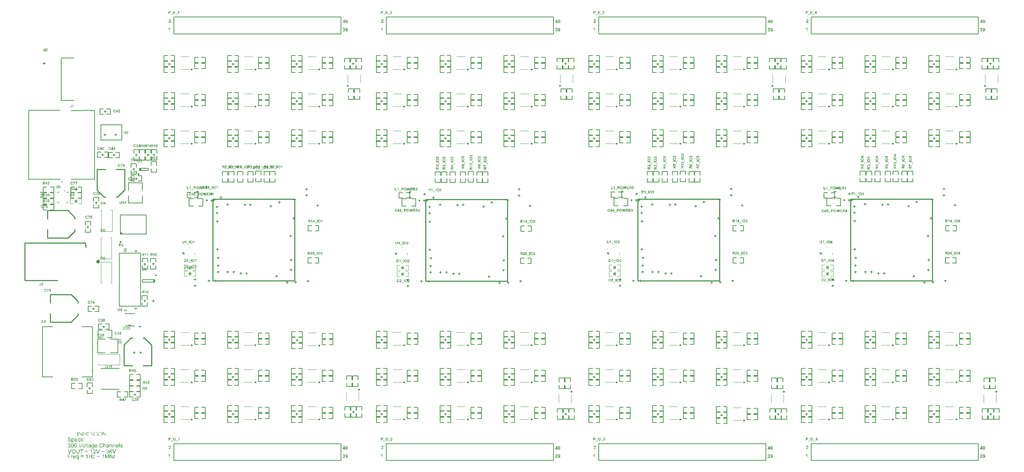
<source format=gto>
G04*
G04 #@! TF.GenerationSoftware,Altium Limited,Altium Designer,18.1.7 (191)*
G04*
G04 Layer_Color=65535*
%FSLAX25Y25*%
%MOIN*%
G70*
G01*
G75*
%ADD10C,0.00787*%
%ADD11C,0.00984*%
%ADD12C,0.00394*%
%ADD13C,0.01500*%
%ADD14C,0.00600*%
%ADD15C,0.00800*%
%ADD16C,0.00500*%
%ADD17C,0.01000*%
%ADD18C,0.00400*%
G36*
X77486Y222029D02*
X80486D01*
X77486Y225029D01*
Y222029D01*
D02*
G37*
G36*
X164973Y254954D02*
Y251954D01*
X167973Y254954D01*
X164973D01*
D02*
G37*
G36*
X365083Y254694D02*
Y251694D01*
X368083Y254694D01*
X365083D01*
D02*
G37*
G36*
X564773Y255038D02*
Y252038D01*
X567773Y255038D01*
X564773D01*
D02*
G37*
G36*
X765073Y255053D02*
Y252053D01*
X768073Y255053D01*
X765073D01*
D02*
G37*
G36*
X48797Y34685D02*
X48758D01*
Y34690D01*
X48753Y34696D01*
X48747Y34728D01*
X48731Y34772D01*
X48715Y34827D01*
X48693Y34881D01*
X48671Y34936D01*
X48649Y34980D01*
X48627Y35007D01*
X48616Y35018D01*
X48600Y35023D01*
X48578Y35034D01*
X48545Y35045D01*
X48502Y35050D01*
X48447Y35061D01*
X47186D01*
Y33440D01*
X48349D01*
X48387Y33445D01*
X48458Y33451D01*
X48485Y33456D01*
X48507Y33467D01*
X48513Y33473D01*
X48529Y33489D01*
X48545Y33522D01*
X48556Y33560D01*
X48595D01*
Y33216D01*
X48556D01*
Y33221D01*
X48551Y33227D01*
X48545Y33254D01*
X48524Y33287D01*
X48496Y33309D01*
X48485Y33314D01*
X48474Y33320D01*
X48458Y33325D01*
X48436D01*
X48409Y33331D01*
X48371Y33336D01*
X47186D01*
Y32211D01*
Y32206D01*
Y32200D01*
Y32168D01*
Y32124D01*
X47191Y32069D01*
X47202Y31949D01*
X47213Y31889D01*
X47230Y31840D01*
Y31835D01*
X47240Y31824D01*
X47251Y31802D01*
X47268Y31780D01*
X47311Y31736D01*
X47344Y31720D01*
X47377Y31703D01*
X47383D01*
X47399Y31698D01*
X47421Y31693D01*
X47453D01*
X47497Y31687D01*
X47552Y31682D01*
X47617Y31676D01*
X48496D01*
X48562Y31682D01*
X48627D01*
X48682Y31687D01*
X48720Y31693D01*
X48726D01*
X48737Y31698D01*
X48753Y31703D01*
X48769Y31709D01*
X48818Y31736D01*
X48868Y31775D01*
X48873Y31780D01*
X48878Y31791D01*
X48889Y31807D01*
X48900Y31835D01*
X48917Y31873D01*
X48933Y31922D01*
X48950Y31982D01*
X48960Y32053D01*
X48999D01*
Y31556D01*
X46509D01*
Y31594D01*
X46531D01*
X46553Y31600D01*
X46580D01*
X46645Y31616D01*
X46673Y31627D01*
X46700Y31638D01*
X46705D01*
X46711Y31649D01*
X46722Y31660D01*
X46733Y31682D01*
X46744Y31709D01*
X46755Y31747D01*
X46766Y31791D01*
Y31851D01*
Y34783D01*
Y34794D01*
Y34816D01*
Y34854D01*
X46760Y34892D01*
X46749Y34991D01*
X46738Y35029D01*
X46727Y35067D01*
Y35072D01*
X46722Y35078D01*
X46705Y35094D01*
X46689Y35111D01*
X46662Y35122D01*
X46624Y35138D01*
X46574Y35143D01*
X46509Y35149D01*
Y35187D01*
X48797D01*
Y34685D01*
D02*
G37*
G36*
X46121Y35149D02*
X46083D01*
X46056Y35143D01*
X46001Y35138D01*
X45974Y35132D01*
X45952Y35122D01*
X45946Y35116D01*
X45925Y35100D01*
X45903Y35078D01*
X45881Y35040D01*
Y35029D01*
X45875Y35012D01*
Y34985D01*
X45870Y34947D01*
Y34903D01*
X45865Y34843D01*
Y34767D01*
Y31982D01*
Y31971D01*
Y31949D01*
Y31911D01*
Y31867D01*
X45870Y31824D01*
Y31780D01*
X45875Y31742D01*
X45881Y31714D01*
X45886Y31703D01*
X45897Y31682D01*
X45919Y31654D01*
X45952Y31627D01*
X45963Y31622D01*
X45974Y31616D01*
X45990Y31611D01*
X46018Y31605D01*
X46045Y31600D01*
X46077Y31594D01*
X46121D01*
Y31556D01*
X45188D01*
Y31594D01*
X45215D01*
X45237Y31600D01*
X45269D01*
X45335Y31622D01*
X45368Y31633D01*
X45390Y31654D01*
Y31660D01*
X45401Y31671D01*
X45406Y31687D01*
X45417Y31720D01*
X45428Y31764D01*
X45433Y31818D01*
X45444Y31895D01*
Y31988D01*
Y33369D01*
X43451D01*
Y31971D01*
Y31960D01*
Y31938D01*
Y31906D01*
Y31867D01*
X43457Y31780D01*
X43462Y31747D01*
X43468Y31720D01*
X43473Y31709D01*
X43484Y31687D01*
X43500Y31660D01*
X43533Y31627D01*
X43539D01*
X43544Y31622D01*
X43555Y31616D01*
X43577Y31611D01*
X43599Y31605D01*
X43631Y31600D01*
X43670Y31594D01*
X43713D01*
Y31556D01*
X42774D01*
Y31594D01*
X42812D01*
X42856Y31600D01*
X42905Y31616D01*
X42949Y31644D01*
X42993Y31687D01*
X43009Y31720D01*
X43020Y31753D01*
X43031Y31791D01*
Y31840D01*
Y34756D01*
Y34761D01*
Y34767D01*
Y34794D01*
Y34838D01*
X43025Y34892D01*
X43020Y34941D01*
X43014Y34996D01*
X43003Y35040D01*
X42987Y35072D01*
Y35078D01*
X42976Y35083D01*
X42965Y35094D01*
X42949Y35105D01*
X42916Y35122D01*
X42883Y35132D01*
X42834Y35143D01*
X42774Y35149D01*
Y35187D01*
X43713D01*
Y35149D01*
X43686D01*
X43659Y35143D01*
X43626Y35138D01*
X43555Y35122D01*
X43528Y35105D01*
X43500Y35089D01*
X43495Y35078D01*
X43484Y35067D01*
X43479Y35045D01*
X43468Y35018D01*
X43457Y34985D01*
X43451Y34941D01*
Y34887D01*
Y33473D01*
X45444D01*
Y34767D01*
Y34778D01*
Y34805D01*
Y34838D01*
X45439Y34887D01*
X45428Y34985D01*
X45417Y35029D01*
X45401Y35067D01*
Y35072D01*
X45390Y35078D01*
X45379Y35094D01*
X45362Y35111D01*
X45329Y35122D01*
X45297Y35138D01*
X45248Y35143D01*
X45188Y35149D01*
Y35187D01*
X46121D01*
Y35149D01*
D02*
G37*
G36*
X64543D02*
X64516D01*
X64489Y35143D01*
X64456Y35138D01*
X64385Y35116D01*
X64352Y35100D01*
X64325Y35078D01*
Y35072D01*
X64314Y35067D01*
X64309Y35050D01*
X64297Y35023D01*
X64287Y34985D01*
X64276Y34941D01*
X64270Y34887D01*
X64265Y34816D01*
Y31512D01*
X61365Y34592D01*
Y31911D01*
Y31906D01*
Y31889D01*
Y31867D01*
Y31840D01*
X61371Y31775D01*
X61376Y31747D01*
X61382Y31720D01*
X61387Y31709D01*
X61398Y31687D01*
X61415Y31660D01*
X61436Y31638D01*
X61447Y31633D01*
X61458D01*
X61475Y31627D01*
X61497Y31616D01*
X61529Y31611D01*
X61573Y31605D01*
X61622Y31594D01*
Y31556D01*
X60929D01*
Y31594D01*
X60956D01*
X60989Y31600D01*
X61027Y31605D01*
X61065Y31611D01*
X61103Y31622D01*
X61136Y31638D01*
X61158Y31660D01*
Y31665D01*
X61164Y31676D01*
X61174Y31693D01*
X61185Y31725D01*
X61191Y31764D01*
X61202Y31824D01*
X61207Y31889D01*
Y31977D01*
Y34428D01*
Y34433D01*
Y34444D01*
Y34461D01*
Y34483D01*
X61202Y34543D01*
X61196Y34614D01*
X61185Y34696D01*
X61169Y34783D01*
X61147Y34870D01*
X61114Y34952D01*
X61109Y34963D01*
X61098Y34985D01*
X61071Y35018D01*
X61032Y35056D01*
X60978Y35094D01*
X60907Y35122D01*
X60814Y35143D01*
X60765Y35149D01*
X60705D01*
Y35187D01*
X61382D01*
X64112Y32282D01*
Y34848D01*
Y34859D01*
Y34881D01*
X64106Y34914D01*
X64101Y34958D01*
X64095Y35001D01*
X64079Y35040D01*
X64063Y35078D01*
X64035Y35100D01*
X64030D01*
X64025Y35105D01*
X64008Y35116D01*
X63986Y35127D01*
X63926Y35143D01*
X63850Y35149D01*
Y35187D01*
X64543D01*
Y35149D01*
D02*
G37*
G36*
X42419D02*
X42392D01*
X42365Y35143D01*
X42332Y35138D01*
X42261Y35116D01*
X42228Y35100D01*
X42201Y35078D01*
Y35072D01*
X42190Y35067D01*
X42184Y35050D01*
X42174Y35023D01*
X42163Y34985D01*
X42152Y34941D01*
X42146Y34887D01*
X42141Y34816D01*
Y31512D01*
X39242Y34592D01*
Y31911D01*
Y31906D01*
Y31889D01*
Y31867D01*
Y31840D01*
X39247Y31775D01*
X39252Y31747D01*
X39258Y31720D01*
X39263Y31709D01*
X39274Y31687D01*
X39291Y31660D01*
X39313Y31638D01*
X39323Y31633D01*
X39334D01*
X39351Y31627D01*
X39373Y31616D01*
X39405Y31611D01*
X39449Y31605D01*
X39498Y31594D01*
Y31556D01*
X38805D01*
Y31594D01*
X38832D01*
X38865Y31600D01*
X38903Y31605D01*
X38941Y31611D01*
X38980Y31622D01*
X39012Y31638D01*
X39034Y31660D01*
Y31665D01*
X39040Y31676D01*
X39050Y31693D01*
X39061Y31725D01*
X39067Y31764D01*
X39078Y31824D01*
X39083Y31889D01*
Y31977D01*
Y34428D01*
Y34433D01*
Y34444D01*
Y34461D01*
Y34483D01*
X39078Y34543D01*
X39072Y34614D01*
X39061Y34696D01*
X39045Y34783D01*
X39023Y34870D01*
X38990Y34952D01*
X38985Y34963D01*
X38974Y34985D01*
X38947Y35018D01*
X38908Y35056D01*
X38854Y35094D01*
X38783Y35122D01*
X38690Y35143D01*
X38641Y35149D01*
X38581D01*
Y35187D01*
X39258D01*
X41988Y32282D01*
Y34848D01*
Y34859D01*
Y34881D01*
X41982Y34914D01*
X41977Y34958D01*
X41972Y35001D01*
X41955Y35040D01*
X41939Y35078D01*
X41912Y35100D01*
X41906D01*
X41901Y35105D01*
X41884Y35116D01*
X41862Y35127D01*
X41802Y35143D01*
X41726Y35149D01*
Y35187D01*
X42419D01*
Y35149D01*
D02*
G37*
G36*
X56397D02*
X56348D01*
X56293Y35138D01*
X56233Y35122D01*
X56228D01*
X56217Y35116D01*
X56189Y35100D01*
X56151Y35072D01*
X56140Y35056D01*
X56129Y35034D01*
Y35023D01*
X56124Y35007D01*
Y34980D01*
Y34947D01*
X56118Y34903D01*
Y34843D01*
Y34772D01*
Y31988D01*
Y31977D01*
Y31949D01*
Y31911D01*
Y31867D01*
X56124Y31818D01*
Y31775D01*
X56129Y31736D01*
X56135Y31709D01*
X56140Y31703D01*
X56151Y31682D01*
X56173Y31654D01*
X56206Y31627D01*
X56211D01*
X56217Y31622D01*
X56233Y31616D01*
X56249Y31611D01*
X56277Y31605D01*
X56310Y31600D01*
X56348Y31594D01*
X56397D01*
Y31556D01*
X55425D01*
Y31594D01*
X55452D01*
X55485Y31600D01*
X55523Y31605D01*
X55594Y31622D01*
X55627Y31638D01*
X55649Y31660D01*
Y31665D01*
X55654Y31676D01*
X55665Y31698D01*
X55676Y31725D01*
X55682Y31769D01*
X55693Y31824D01*
X55698Y31895D01*
Y31982D01*
Y34739D01*
Y34745D01*
Y34750D01*
Y34783D01*
Y34827D01*
X55693Y34876D01*
X55687Y34936D01*
X55676Y34991D01*
X55660Y35034D01*
X55643Y35072D01*
Y35078D01*
X55633Y35083D01*
X55622Y35100D01*
X55600Y35111D01*
X55567Y35127D01*
X55529Y35138D01*
X55485Y35149D01*
X55425D01*
Y35187D01*
X56397D01*
Y35149D01*
D02*
G37*
G36*
X53552D02*
X53509D01*
X53476Y35143D01*
X53416Y35132D01*
X53383Y35122D01*
X53361Y35111D01*
X53350Y35105D01*
X53334Y35089D01*
X53307Y35061D01*
X53290Y35029D01*
Y35018D01*
X53285Y35007D01*
Y34985D01*
X53279Y34958D01*
Y34920D01*
X53274Y34876D01*
Y34816D01*
Y32271D01*
Y32266D01*
Y32255D01*
Y32239D01*
Y32217D01*
X53285Y32162D01*
X53296Y32091D01*
X53312Y32015D01*
X53339Y31938D01*
X53377Y31867D01*
X53427Y31807D01*
X53432Y31802D01*
X53459Y31785D01*
X53498Y31764D01*
X53552Y31742D01*
X53629Y31720D01*
X53721Y31698D01*
X53836Y31682D01*
X53967Y31676D01*
X54464D01*
X54519Y31687D01*
X54584Y31698D01*
X54661Y31714D01*
X54737Y31742D01*
X54813Y31780D01*
X54874Y31829D01*
X54879Y31835D01*
X54895Y31862D01*
X54923Y31900D01*
X54950Y31966D01*
X54966Y32004D01*
X54977Y32048D01*
X54994Y32097D01*
X55010Y32151D01*
X55021Y32211D01*
X55032Y32277D01*
X55037Y32348D01*
X55043Y32430D01*
X55081D01*
Y31556D01*
X52580D01*
Y31594D01*
X52608D01*
X52635Y31600D01*
X52673D01*
X52744Y31622D01*
X52777Y31633D01*
X52799Y31654D01*
Y31660D01*
X52810Y31665D01*
X52815Y31682D01*
X52826Y31709D01*
X52837Y31736D01*
X52842Y31775D01*
X52853Y31818D01*
Y31873D01*
Y34843D01*
Y34848D01*
Y34870D01*
Y34898D01*
X52848Y34930D01*
X52837Y35007D01*
X52826Y35040D01*
X52810Y35072D01*
Y35078D01*
X52799Y35083D01*
X52788Y35094D01*
X52766Y35111D01*
X52733Y35122D01*
X52695Y35132D01*
X52640Y35143D01*
X52575Y35149D01*
Y35187D01*
X53552D01*
Y35149D01*
D02*
G37*
G36*
X52094Y32031D02*
Y32026D01*
X52100Y32015D01*
X52105Y31993D01*
X52116Y31966D01*
X52138Y31927D01*
X52160Y31873D01*
X52193Y31802D01*
X52198Y31791D01*
X52209Y31769D01*
X52236Y31736D01*
X52269Y31698D01*
X52313Y31660D01*
X52362Y31627D01*
X52428Y31605D01*
X52499Y31594D01*
Y31556D01*
X51652D01*
Y31594D01*
X51669D01*
X51712Y31605D01*
X51729Y31616D01*
X51750Y31633D01*
X51761Y31654D01*
X51767Y31682D01*
Y31687D01*
Y31693D01*
X51761Y31709D01*
Y31731D01*
X51750Y31758D01*
X51740Y31791D01*
X51729Y31829D01*
X51707Y31878D01*
X51701Y31889D01*
X51690Y31911D01*
Y31916D01*
Y31927D01*
X51685Y31933D01*
Y31938D01*
X51166Y33227D01*
X50096D01*
X49556Y31856D01*
Y31851D01*
X49545Y31835D01*
X49539Y31807D01*
X49528Y31780D01*
X49506Y31714D01*
X49501Y31693D01*
X49496Y31671D01*
Y31665D01*
Y31660D01*
X49501Y31649D01*
X49512Y31633D01*
X49528Y31616D01*
X49550Y31605D01*
X49577Y31600D01*
X49621Y31594D01*
Y31556D01*
X49081D01*
Y31594D01*
X49097D01*
X49119Y31600D01*
X49141D01*
X49201Y31616D01*
X49255Y31644D01*
X49261Y31649D01*
X49266Y31654D01*
X49283Y31671D01*
X49304Y31698D01*
X49332Y31736D01*
X49359Y31785D01*
X49392Y31846D01*
X49424Y31922D01*
X50735Y35242D01*
X50800D01*
X52094Y32031D01*
D02*
G37*
G36*
X38374Y35149D02*
X38324D01*
X38270Y35138D01*
X38210Y35122D01*
X38204D01*
X38193Y35116D01*
X38166Y35100D01*
X38128Y35072D01*
X38117Y35056D01*
X38106Y35034D01*
Y35023D01*
X38100Y35007D01*
Y34980D01*
Y34947D01*
X38095Y34903D01*
Y34843D01*
Y34772D01*
Y31988D01*
Y31977D01*
Y31949D01*
Y31911D01*
Y31867D01*
X38100Y31818D01*
Y31775D01*
X38106Y31736D01*
X38111Y31709D01*
X38117Y31703D01*
X38128Y31682D01*
X38150Y31654D01*
X38182Y31627D01*
X38188D01*
X38193Y31622D01*
X38210Y31616D01*
X38226Y31611D01*
X38253Y31605D01*
X38286Y31600D01*
X38324Y31594D01*
X38374D01*
Y31556D01*
X37402D01*
Y31594D01*
X37429D01*
X37462Y31600D01*
X37500Y31605D01*
X37571Y31622D01*
X37604Y31638D01*
X37625Y31660D01*
Y31665D01*
X37631Y31676D01*
X37642Y31698D01*
X37653Y31725D01*
X37658Y31769D01*
X37669Y31824D01*
X37675Y31895D01*
Y31982D01*
Y34739D01*
Y34745D01*
Y34750D01*
Y34783D01*
Y34827D01*
X37669Y34876D01*
X37664Y34936D01*
X37653Y34991D01*
X37636Y35034D01*
X37620Y35072D01*
Y35078D01*
X37609Y35083D01*
X37598Y35100D01*
X37576Y35111D01*
X37543Y35127D01*
X37505Y35138D01*
X37462Y35149D01*
X37402D01*
Y35187D01*
X38374D01*
Y35149D01*
D02*
G37*
G36*
X58837Y35236D02*
X58887D01*
X58952Y35225D01*
X59029Y35214D01*
X59110Y35203D01*
X59203Y35182D01*
X59302Y35160D01*
X59400Y35127D01*
X59504Y35089D01*
X59613Y35045D01*
X59717Y34991D01*
X59820Y34925D01*
X59919Y34854D01*
X60011Y34772D01*
X60017Y34767D01*
X60033Y34750D01*
X60055Y34723D01*
X60088Y34690D01*
X60126Y34641D01*
X60164Y34586D01*
X60208Y34526D01*
X60257Y34455D01*
X60301Y34374D01*
X60344Y34286D01*
X60383Y34188D01*
X60421Y34090D01*
X60454Y33980D01*
X60475Y33866D01*
X60492Y33740D01*
X60497Y33615D01*
Y33604D01*
Y33576D01*
X60492Y33527D01*
X60487Y33467D01*
X60481Y33391D01*
X60470Y33298D01*
X60448Y33200D01*
X60426Y33090D01*
X60399Y32976D01*
X60361Y32856D01*
X60317Y32730D01*
X60263Y32599D01*
X60197Y32473D01*
X60121Y32348D01*
X60033Y32228D01*
X59935Y32108D01*
X59930Y32102D01*
X59908Y32080D01*
X59875Y32053D01*
X59831Y32015D01*
X59777Y31966D01*
X59706Y31916D01*
X59629Y31856D01*
X59536Y31802D01*
X59438Y31747D01*
X59324Y31687D01*
X59203Y31638D01*
X59067Y31594D01*
X58925Y31551D01*
X58777Y31523D01*
X58614Y31501D01*
X58444Y31496D01*
X58412D01*
X58373Y31501D01*
X58319D01*
X58253Y31512D01*
X58182Y31523D01*
X58100Y31540D01*
X58008Y31556D01*
X57909Y31583D01*
X57811Y31616D01*
X57707Y31654D01*
X57604Y31703D01*
X57505Y31758D01*
X57402Y31824D01*
X57303Y31900D01*
X57210Y31988D01*
X57205Y31993D01*
X57189Y32009D01*
X57167Y32037D01*
X57134Y32075D01*
X57101Y32124D01*
X57063Y32179D01*
X57019Y32244D01*
X56976Y32320D01*
X56927Y32402D01*
X56888Y32495D01*
X56845Y32588D01*
X56812Y32697D01*
X56779Y32807D01*
X56757Y32921D01*
X56741Y33047D01*
X56735Y33172D01*
Y33178D01*
Y33194D01*
Y33216D01*
X56741Y33254D01*
Y33292D01*
X56746Y33347D01*
X56757Y33402D01*
X56763Y33467D01*
X56779Y33533D01*
X56790Y33609D01*
X56834Y33773D01*
X56888Y33948D01*
X56965Y34128D01*
X56970Y34133D01*
X56976Y34150D01*
X56987Y34177D01*
X57008Y34210D01*
X57030Y34253D01*
X57063Y34302D01*
X57096Y34352D01*
X57139Y34412D01*
X57232Y34537D01*
X57292Y34608D01*
X57352Y34674D01*
X57423Y34739D01*
X57494Y34805D01*
X57576Y34870D01*
X57658Y34930D01*
X57664Y34936D01*
X57680Y34941D01*
X57707Y34958D01*
X57740Y34980D01*
X57789Y35001D01*
X57838Y35029D01*
X57904Y35056D01*
X57975Y35089D01*
X58051Y35116D01*
X58133Y35143D01*
X58226Y35171D01*
X58324Y35192D01*
X58423Y35214D01*
X58532Y35231D01*
X58646Y35236D01*
X58761Y35242D01*
X58794D01*
X58837Y35236D01*
D02*
G37*
G36*
X29924Y30307D02*
X29963D01*
X30066Y30296D01*
X30181Y30280D01*
X30301Y30253D01*
X30432Y30220D01*
X30552Y30176D01*
X30558D01*
X30569Y30171D01*
X30585Y30160D01*
X30607Y30149D01*
X30661Y30121D01*
X30733Y30072D01*
X30814Y30018D01*
X30896Y29947D01*
X30973Y29865D01*
X31044Y29772D01*
Y29767D01*
X31049Y29761D01*
X31060Y29745D01*
X31071Y29728D01*
X31098Y29674D01*
X31131Y29603D01*
X31169Y29515D01*
X31197Y29412D01*
X31224Y29302D01*
X31235Y29182D01*
X30754Y29144D01*
Y29150D01*
Y29160D01*
X30749Y29177D01*
X30743Y29204D01*
X30727Y29264D01*
X30705Y29346D01*
X30672Y29434D01*
X30623Y29521D01*
X30563Y29603D01*
X30487Y29679D01*
X30476Y29685D01*
X30449Y29706D01*
X30394Y29739D01*
X30323Y29772D01*
X30230Y29805D01*
X30121Y29838D01*
X29985Y29859D01*
X29832Y29865D01*
X29755D01*
X29722Y29859D01*
X29679Y29854D01*
X29580Y29843D01*
X29471Y29821D01*
X29362Y29794D01*
X29258Y29750D01*
X29215Y29723D01*
X29171Y29696D01*
X29160Y29690D01*
X29138Y29668D01*
X29105Y29630D01*
X29073Y29586D01*
X29034Y29526D01*
X29002Y29461D01*
X28980Y29384D01*
X28969Y29297D01*
Y29286D01*
Y29264D01*
X28974Y29226D01*
X28985Y29182D01*
X29002Y29128D01*
X29029Y29073D01*
X29062Y29019D01*
X29111Y28964D01*
X29116Y28958D01*
X29144Y28942D01*
X29166Y28926D01*
X29187Y28915D01*
X29220Y28898D01*
X29258Y28877D01*
X29307Y28860D01*
X29362Y28838D01*
X29422Y28817D01*
X29493Y28789D01*
X29570Y28767D01*
X29657Y28740D01*
X29755Y28718D01*
X29864Y28691D01*
X29870D01*
X29892Y28686D01*
X29924Y28680D01*
X29963Y28669D01*
X30012Y28658D01*
X30072Y28642D01*
X30132Y28625D01*
X30197Y28609D01*
X30339Y28571D01*
X30476Y28533D01*
X30541Y28511D01*
X30601Y28489D01*
X30656Y28473D01*
X30700Y28451D01*
X30705D01*
X30716Y28445D01*
X30733Y28434D01*
X30754Y28423D01*
X30814Y28391D01*
X30885Y28347D01*
X30967Y28287D01*
X31049Y28221D01*
X31126Y28145D01*
X31191Y28063D01*
X31197Y28052D01*
X31218Y28025D01*
X31240Y27976D01*
X31273Y27910D01*
X31300Y27834D01*
X31328Y27741D01*
X31344Y27637D01*
X31350Y27528D01*
Y27523D01*
Y27517D01*
Y27501D01*
Y27479D01*
X31339Y27419D01*
X31328Y27342D01*
X31306Y27255D01*
X31278Y27162D01*
X31235Y27064D01*
X31175Y26960D01*
Y26955D01*
X31169Y26949D01*
X31142Y26916D01*
X31104Y26867D01*
X31049Y26813D01*
X30978Y26747D01*
X30891Y26676D01*
X30792Y26611D01*
X30678Y26551D01*
X30672D01*
X30661Y26545D01*
X30645Y26540D01*
X30623Y26529D01*
X30591Y26518D01*
X30552Y26502D01*
X30465Y26480D01*
X30361Y26452D01*
X30236Y26425D01*
X30099Y26409D01*
X29952Y26403D01*
X29864D01*
X29821Y26409D01*
X29772D01*
X29717Y26414D01*
X29651Y26420D01*
X29515Y26441D01*
X29373Y26463D01*
X29231Y26502D01*
X29094Y26551D01*
X29089D01*
X29078Y26556D01*
X29062Y26567D01*
X29040Y26578D01*
X28974Y26611D01*
X28898Y26660D01*
X28811Y26725D01*
X28718Y26802D01*
X28630Y26895D01*
X28548Y26998D01*
Y27004D01*
X28538Y27015D01*
X28532Y27031D01*
X28516Y27053D01*
X28505Y27080D01*
X28488Y27113D01*
X28450Y27195D01*
X28412Y27299D01*
X28379Y27413D01*
X28357Y27544D01*
X28346Y27681D01*
X28816Y27724D01*
Y27719D01*
Y27714D01*
X28822Y27697D01*
Y27675D01*
X28832Y27626D01*
X28849Y27555D01*
X28871Y27484D01*
X28892Y27402D01*
X28931Y27326D01*
X28969Y27255D01*
X28974Y27250D01*
X28991Y27228D01*
X29018Y27189D01*
X29062Y27151D01*
X29116Y27102D01*
X29176Y27053D01*
X29258Y27004D01*
X29346Y26960D01*
X29351D01*
X29357Y26955D01*
X29373Y26949D01*
X29389Y26944D01*
X29444Y26927D01*
X29515Y26906D01*
X29602Y26884D01*
X29700Y26867D01*
X29810Y26856D01*
X29930Y26851D01*
X29979D01*
X30034Y26856D01*
X30099Y26862D01*
X30176Y26873D01*
X30263Y26884D01*
X30350Y26906D01*
X30432Y26933D01*
X30443Y26938D01*
X30470Y26949D01*
X30509Y26971D01*
X30558Y26993D01*
X30607Y27031D01*
X30661Y27069D01*
X30716Y27113D01*
X30760Y27168D01*
X30765Y27173D01*
X30776Y27195D01*
X30792Y27222D01*
X30814Y27266D01*
X30836Y27310D01*
X30853Y27364D01*
X30863Y27424D01*
X30869Y27490D01*
Y27495D01*
Y27523D01*
X30863Y27555D01*
X30858Y27599D01*
X30842Y27643D01*
X30825Y27697D01*
X30798Y27752D01*
X30760Y27801D01*
X30754Y27806D01*
X30738Y27823D01*
X30716Y27845D01*
X30678Y27877D01*
X30634Y27910D01*
X30574Y27948D01*
X30503Y27987D01*
X30421Y28019D01*
X30416Y28025D01*
X30389Y28030D01*
X30345Y28047D01*
X30318Y28052D01*
X30279Y28063D01*
X30241Y28079D01*
X30192Y28090D01*
X30137Y28107D01*
X30072Y28123D01*
X30006Y28139D01*
X29930Y28161D01*
X29842Y28183D01*
X29750Y28205D01*
X29744D01*
X29728Y28210D01*
X29700Y28216D01*
X29668Y28227D01*
X29624Y28238D01*
X29575Y28249D01*
X29466Y28281D01*
X29346Y28320D01*
X29220Y28358D01*
X29111Y28396D01*
X29062Y28418D01*
X29018Y28440D01*
X29013D01*
X29007Y28445D01*
X28974Y28467D01*
X28925Y28494D01*
X28871Y28538D01*
X28805Y28587D01*
X28740Y28647D01*
X28674Y28718D01*
X28620Y28795D01*
X28614Y28806D01*
X28598Y28833D01*
X28576Y28877D01*
X28554Y28931D01*
X28532Y29002D01*
X28510Y29084D01*
X28494Y29171D01*
X28488Y29264D01*
Y29270D01*
Y29275D01*
Y29291D01*
Y29313D01*
X28499Y29368D01*
X28510Y29439D01*
X28527Y29521D01*
X28554Y29614D01*
X28592Y29706D01*
X28647Y29799D01*
Y29805D01*
X28652Y29810D01*
X28679Y29843D01*
X28718Y29887D01*
X28767Y29941D01*
X28832Y30001D01*
X28914Y30067D01*
X29013Y30127D01*
X29122Y30182D01*
X29127D01*
X29138Y30187D01*
X29155Y30192D01*
X29176Y30203D01*
X29204Y30214D01*
X29242Y30225D01*
X29324Y30247D01*
X29427Y30269D01*
X29548Y30291D01*
X29673Y30307D01*
X29815Y30313D01*
X29886D01*
X29924Y30307D01*
D02*
G37*
G36*
X33277Y29264D02*
X33315Y29259D01*
X33397Y29248D01*
X33495Y29226D01*
X33599Y29193D01*
X33703Y29144D01*
X33806Y29084D01*
X33812D01*
X33817Y29073D01*
X33850Y29051D01*
X33899Y29008D01*
X33959Y28953D01*
X34025Y28882D01*
X34090Y28795D01*
X34156Y28691D01*
X34211Y28576D01*
Y28571D01*
X34216Y28560D01*
X34221Y28543D01*
X34232Y28522D01*
X34243Y28489D01*
X34254Y28451D01*
X34282Y28363D01*
X34309Y28254D01*
X34331Y28134D01*
X34347Y27997D01*
X34352Y27856D01*
Y27850D01*
Y27839D01*
Y27817D01*
Y27785D01*
X34347Y27746D01*
Y27703D01*
X34336Y27604D01*
X34314Y27484D01*
X34287Y27359D01*
X34249Y27228D01*
X34200Y27097D01*
Y27091D01*
X34194Y27080D01*
X34183Y27064D01*
X34172Y27042D01*
X34134Y26982D01*
X34085Y26906D01*
X34025Y26824D01*
X33948Y26742D01*
X33861Y26660D01*
X33757Y26583D01*
X33752D01*
X33746Y26578D01*
X33730Y26567D01*
X33708Y26556D01*
X33654Y26529D01*
X33577Y26496D01*
X33484Y26463D01*
X33386Y26436D01*
X33271Y26414D01*
X33157Y26409D01*
X33119D01*
X33075Y26414D01*
X33020Y26420D01*
X32955Y26430D01*
X32884Y26447D01*
X32813Y26469D01*
X32742Y26502D01*
X32736Y26507D01*
X32709Y26518D01*
X32676Y26540D01*
X32633Y26572D01*
X32589Y26605D01*
X32534Y26649D01*
X32485Y26698D01*
X32441Y26753D01*
Y25420D01*
X31977D01*
Y29210D01*
X32398D01*
Y28849D01*
X32403Y28860D01*
X32425Y28882D01*
X32452Y28920D01*
X32496Y28964D01*
X32545Y29019D01*
X32600Y29068D01*
X32665Y29117D01*
X32731Y29160D01*
X32742Y29166D01*
X32764Y29177D01*
X32807Y29193D01*
X32862Y29215D01*
X32927Y29237D01*
X33004Y29253D01*
X33091Y29264D01*
X33189Y29270D01*
X33250D01*
X33277Y29264D01*
D02*
G37*
G36*
X43793Y28680D02*
X43263D01*
Y29210D01*
X43793D01*
Y28680D01*
D02*
G37*
G36*
X41505Y29264D02*
X41587Y29259D01*
X41674Y29248D01*
X41767Y29226D01*
X41865Y29204D01*
X41958Y29171D01*
X41964D01*
X41969Y29166D01*
X41996Y29155D01*
X42040Y29133D01*
X42095Y29106D01*
X42155Y29068D01*
X42215Y29024D01*
X42270Y28975D01*
X42319Y28920D01*
X42324Y28915D01*
X42335Y28893D01*
X42357Y28855D01*
X42384Y28811D01*
X42411Y28745D01*
X42439Y28675D01*
X42461Y28593D01*
X42482Y28500D01*
X42029Y28440D01*
Y28451D01*
X42024Y28473D01*
X42013Y28511D01*
X41996Y28560D01*
X41969Y28609D01*
X41936Y28664D01*
X41898Y28718D01*
X41844Y28767D01*
X41838Y28773D01*
X41816Y28784D01*
X41783Y28806D01*
X41734Y28827D01*
X41680Y28849D01*
X41609Y28871D01*
X41521Y28882D01*
X41429Y28888D01*
X41374D01*
X41319Y28882D01*
X41248Y28877D01*
X41177Y28860D01*
X41101Y28844D01*
X41030Y28817D01*
X40970Y28778D01*
X40964Y28773D01*
X40948Y28762D01*
X40926Y28740D01*
X40905Y28707D01*
X40877Y28675D01*
X40855Y28631D01*
X40839Y28582D01*
X40834Y28533D01*
Y28527D01*
Y28516D01*
X40839Y28500D01*
Y28478D01*
X40855Y28423D01*
X40888Y28369D01*
X40894Y28363D01*
X40899Y28358D01*
X40910Y28341D01*
X40932Y28325D01*
X40954Y28309D01*
X40986Y28287D01*
X41025Y28271D01*
X41068Y28249D01*
X41074D01*
X41085Y28243D01*
X41107Y28238D01*
X41145Y28221D01*
X41199Y28205D01*
X41270Y28189D01*
X41314Y28172D01*
X41363Y28161D01*
X41418Y28145D01*
X41478Y28129D01*
X41483D01*
X41500Y28123D01*
X41527Y28118D01*
X41560Y28107D01*
X41598Y28096D01*
X41647Y28085D01*
X41751Y28052D01*
X41865Y28019D01*
X41980Y27981D01*
X42084Y27943D01*
X42127Y27926D01*
X42166Y27910D01*
X42177Y27905D01*
X42199Y27894D01*
X42231Y27877D01*
X42280Y27850D01*
X42329Y27817D01*
X42379Y27774D01*
X42428Y27724D01*
X42472Y27670D01*
X42477Y27665D01*
X42488Y27643D01*
X42510Y27610D01*
X42531Y27561D01*
X42548Y27501D01*
X42570Y27435D01*
X42581Y27359D01*
X42586Y27271D01*
Y27260D01*
Y27233D01*
X42581Y27189D01*
X42570Y27129D01*
X42553Y27064D01*
X42526Y26993D01*
X42493Y26911D01*
X42450Y26834D01*
X42444Y26824D01*
X42422Y26802D01*
X42395Y26764D01*
X42351Y26720D01*
X42291Y26671D01*
X42226Y26616D01*
X42149Y26567D01*
X42057Y26518D01*
X42051D01*
X42046Y26512D01*
X42013Y26502D01*
X41958Y26485D01*
X41887Y26463D01*
X41800Y26441D01*
X41702Y26425D01*
X41598Y26414D01*
X41478Y26409D01*
X41429D01*
X41390Y26414D01*
X41347D01*
X41292Y26420D01*
X41238Y26425D01*
X41177Y26436D01*
X41046Y26463D01*
X40910Y26502D01*
X40779Y26556D01*
X40719Y26589D01*
X40664Y26627D01*
X40659Y26632D01*
X40653Y26638D01*
X40620Y26671D01*
X40571Y26720D01*
X40517Y26796D01*
X40457Y26889D01*
X40397Y26998D01*
X40347Y27135D01*
X40309Y27288D01*
X40768Y27359D01*
Y27353D01*
Y27348D01*
X40779Y27315D01*
X40790Y27260D01*
X40812Y27200D01*
X40839Y27135D01*
X40872Y27064D01*
X40921Y26993D01*
X40981Y26933D01*
X40992Y26927D01*
X41014Y26911D01*
X41057Y26889D01*
X41112Y26862D01*
X41183Y26834D01*
X41265Y26813D01*
X41363Y26796D01*
X41478Y26791D01*
X41532D01*
X41587Y26796D01*
X41658Y26807D01*
X41734Y26824D01*
X41816Y26845D01*
X41887Y26873D01*
X41953Y26916D01*
X41958Y26922D01*
X41980Y26938D01*
X42002Y26966D01*
X42035Y27004D01*
X42062Y27048D01*
X42089Y27102D01*
X42106Y27157D01*
X42111Y27222D01*
Y27228D01*
Y27250D01*
X42106Y27277D01*
X42095Y27315D01*
X42078Y27353D01*
X42051Y27391D01*
X42018Y27435D01*
X41969Y27468D01*
X41964Y27473D01*
X41947Y27479D01*
X41920Y27495D01*
X41876Y27512D01*
X41811Y27533D01*
X41773Y27550D01*
X41729Y27561D01*
X41680Y27577D01*
X41625Y27593D01*
X41565Y27610D01*
X41494Y27626D01*
X41489D01*
X41472Y27632D01*
X41445Y27637D01*
X41412Y27648D01*
X41369Y27659D01*
X41319Y27675D01*
X41216Y27703D01*
X41096Y27741D01*
X40981Y27774D01*
X40872Y27812D01*
X40823Y27834D01*
X40784Y27850D01*
X40773Y27856D01*
X40752Y27867D01*
X40719Y27888D01*
X40675Y27916D01*
X40626Y27954D01*
X40577Y27997D01*
X40528Y28047D01*
X40484Y28107D01*
X40479Y28112D01*
X40468Y28134D01*
X40451Y28172D01*
X40435Y28216D01*
X40418Y28271D01*
X40402Y28336D01*
X40391Y28402D01*
X40386Y28478D01*
Y28489D01*
Y28511D01*
X40391Y28543D01*
X40397Y28593D01*
X40408Y28642D01*
X40418Y28702D01*
X40440Y28756D01*
X40468Y28817D01*
X40473Y28822D01*
X40484Y28844D01*
X40500Y28871D01*
X40528Y28909D01*
X40560Y28948D01*
X40599Y28997D01*
X40642Y29040D01*
X40697Y29079D01*
X40702Y29084D01*
X40719Y29089D01*
X40741Y29106D01*
X40773Y29122D01*
X40817Y29144D01*
X40866Y29166D01*
X40926Y29188D01*
X40992Y29210D01*
X41003Y29215D01*
X41025Y29221D01*
X41063Y29232D01*
X41112Y29242D01*
X41172Y29253D01*
X41238Y29259D01*
X41314Y29270D01*
X41445D01*
X41505Y29264D01*
D02*
G37*
G36*
X39037D02*
X39070D01*
X39114Y29259D01*
X39217Y29242D01*
X39332Y29215D01*
X39452Y29171D01*
X39572Y29117D01*
X39687Y29040D01*
X39692D01*
X39698Y29030D01*
X39731Y28997D01*
X39780Y28948D01*
X39840Y28877D01*
X39900Y28789D01*
X39960Y28680D01*
X40014Y28554D01*
X40053Y28407D01*
X39599Y28336D01*
Y28341D01*
X39594Y28347D01*
X39589Y28380D01*
X39572Y28429D01*
X39545Y28489D01*
X39518Y28554D01*
X39474Y28625D01*
X39425Y28691D01*
X39370Y28745D01*
X39365Y28751D01*
X39343Y28767D01*
X39305Y28789D01*
X39261Y28817D01*
X39201Y28844D01*
X39135Y28866D01*
X39059Y28882D01*
X38977Y28888D01*
X38944D01*
X38917Y28882D01*
X38857Y28877D01*
X38775Y28855D01*
X38688Y28827D01*
X38589Y28784D01*
X38497Y28718D01*
X38453Y28680D01*
X38409Y28636D01*
Y28631D01*
X38398Y28625D01*
X38387Y28609D01*
X38377Y28587D01*
X38360Y28560D01*
X38338Y28527D01*
X38322Y28489D01*
X38300Y28445D01*
X38278Y28391D01*
X38262Y28331D01*
X38240Y28265D01*
X38224Y28194D01*
X38213Y28118D01*
X38202Y28030D01*
X38191Y27937D01*
Y27839D01*
Y27834D01*
Y27817D01*
Y27785D01*
X38196Y27752D01*
Y27703D01*
X38202Y27654D01*
X38218Y27533D01*
X38240Y27402D01*
X38278Y27266D01*
X38327Y27146D01*
X38360Y27086D01*
X38398Y27037D01*
X38409Y27026D01*
X38436Y26998D01*
X38486Y26960D01*
X38546Y26916D01*
X38628Y26867D01*
X38721Y26829D01*
X38830Y26802D01*
X38890Y26796D01*
X38950Y26791D01*
X38961D01*
X38993Y26796D01*
X39048Y26802D01*
X39108Y26813D01*
X39179Y26829D01*
X39255Y26862D01*
X39332Y26900D01*
X39403Y26955D01*
X39414Y26960D01*
X39430Y26987D01*
X39463Y27026D01*
X39501Y27086D01*
X39540Y27157D01*
X39583Y27244D01*
X39616Y27353D01*
X39638Y27473D01*
X40096Y27413D01*
Y27408D01*
X40091Y27391D01*
X40086Y27370D01*
X40080Y27337D01*
X40069Y27293D01*
X40058Y27250D01*
X40020Y27140D01*
X39971Y27026D01*
X39900Y26900D01*
X39812Y26780D01*
X39763Y26725D01*
X39709Y26671D01*
X39703Y26665D01*
X39692Y26660D01*
X39676Y26649D01*
X39654Y26632D01*
X39627Y26611D01*
X39589Y26589D01*
X39545Y26567D01*
X39501Y26540D01*
X39392Y26491D01*
X39261Y26452D01*
X39119Y26420D01*
X39037Y26414D01*
X38955Y26409D01*
X38901D01*
X38862Y26414D01*
X38813Y26420D01*
X38759Y26430D01*
X38699Y26441D01*
X38633Y26452D01*
X38486Y26496D01*
X38415Y26529D01*
X38338Y26561D01*
X38262Y26605D01*
X38191Y26654D01*
X38120Y26709D01*
X38054Y26774D01*
X38049Y26780D01*
X38038Y26791D01*
X38022Y26813D01*
X38000Y26840D01*
X37978Y26878D01*
X37945Y26927D01*
X37918Y26982D01*
X37885Y27042D01*
X37852Y27113D01*
X37825Y27195D01*
X37792Y27277D01*
X37770Y27375D01*
X37749Y27473D01*
X37732Y27588D01*
X37721Y27703D01*
X37716Y27828D01*
Y27834D01*
Y27850D01*
Y27872D01*
Y27905D01*
X37721Y27943D01*
Y27987D01*
X37727Y28036D01*
X37732Y28090D01*
X37749Y28210D01*
X37776Y28341D01*
X37809Y28473D01*
X37858Y28604D01*
Y28609D01*
X37863Y28620D01*
X37874Y28636D01*
X37885Y28658D01*
X37918Y28718D01*
X37967Y28789D01*
X38032Y28871D01*
X38109Y28953D01*
X38202Y29035D01*
X38306Y29100D01*
X38311D01*
X38322Y29106D01*
X38338Y29117D01*
X38360Y29128D01*
X38387Y29139D01*
X38420Y29155D01*
X38502Y29188D01*
X38595Y29215D01*
X38710Y29242D01*
X38830Y29264D01*
X38961Y29270D01*
X39004D01*
X39037Y29264D01*
D02*
G37*
G36*
X43793Y26469D02*
X43263D01*
Y26998D01*
X43793D01*
Y26469D01*
D02*
G37*
G36*
X36127Y29264D02*
X36171Y29259D01*
X36225Y29248D01*
X36285Y29237D01*
X36356Y29221D01*
X36422Y29204D01*
X36498Y29177D01*
X36569Y29150D01*
X36646Y29111D01*
X36722Y29068D01*
X36799Y29019D01*
X36869Y28958D01*
X36935Y28893D01*
X36941Y28888D01*
X36951Y28877D01*
X36968Y28855D01*
X36990Y28822D01*
X37017Y28784D01*
X37044Y28740D01*
X37077Y28686D01*
X37110Y28620D01*
X37143Y28549D01*
X37175Y28473D01*
X37203Y28385D01*
X37230Y28292D01*
X37252Y28189D01*
X37268Y28079D01*
X37279Y27965D01*
X37284Y27839D01*
Y27834D01*
Y27812D01*
Y27774D01*
X37279Y27719D01*
X35232D01*
Y27714D01*
Y27697D01*
X35237Y27675D01*
Y27643D01*
X35242Y27604D01*
X35253Y27561D01*
X35270Y27462D01*
X35302Y27353D01*
X35346Y27233D01*
X35406Y27124D01*
X35483Y27026D01*
X35488D01*
X35494Y27015D01*
X35526Y26987D01*
X35576Y26949D01*
X35641Y26911D01*
X35728Y26867D01*
X35827Y26829D01*
X35936Y26802D01*
X35996Y26796D01*
X36061Y26791D01*
X36105D01*
X36154Y26796D01*
X36214Y26807D01*
X36280Y26824D01*
X36356Y26845D01*
X36427Y26878D01*
X36498Y26922D01*
X36504Y26927D01*
X36531Y26949D01*
X36564Y26982D01*
X36602Y27026D01*
X36646Y27086D01*
X36695Y27162D01*
X36744Y27250D01*
X36788Y27353D01*
X37268Y27293D01*
Y27288D01*
X37263Y27277D01*
X37257Y27255D01*
X37246Y27222D01*
X37230Y27189D01*
X37214Y27146D01*
X37170Y27053D01*
X37115Y26949D01*
X37039Y26840D01*
X36951Y26736D01*
X36842Y26638D01*
X36837D01*
X36826Y26627D01*
X36810Y26616D01*
X36788Y26600D01*
X36755Y26583D01*
X36722Y26567D01*
X36678Y26545D01*
X36629Y26523D01*
X36575Y26502D01*
X36520Y26480D01*
X36384Y26447D01*
X36231Y26420D01*
X36061Y26409D01*
X36001D01*
X35963Y26414D01*
X35914Y26420D01*
X35854Y26430D01*
X35788Y26441D01*
X35717Y26452D01*
X35565Y26496D01*
X35483Y26529D01*
X35406Y26561D01*
X35324Y26605D01*
X35248Y26654D01*
X35177Y26709D01*
X35106Y26774D01*
X35100Y26780D01*
X35090Y26791D01*
X35073Y26813D01*
X35051Y26845D01*
X35024Y26884D01*
X34997Y26927D01*
X34964Y26982D01*
X34931Y27042D01*
X34898Y27113D01*
X34866Y27189D01*
X34838Y27277D01*
X34811Y27370D01*
X34789Y27468D01*
X34773Y27577D01*
X34762Y27692D01*
X34756Y27812D01*
Y27817D01*
Y27845D01*
Y27877D01*
X34762Y27926D01*
X34767Y27987D01*
X34773Y28052D01*
X34784Y28129D01*
X34800Y28205D01*
X34844Y28380D01*
X34871Y28467D01*
X34904Y28560D01*
X34948Y28647D01*
X34997Y28729D01*
X35051Y28811D01*
X35111Y28888D01*
X35117Y28893D01*
X35128Y28904D01*
X35150Y28920D01*
X35177Y28948D01*
X35210Y28975D01*
X35253Y29008D01*
X35302Y29046D01*
X35363Y29079D01*
X35423Y29117D01*
X35494Y29150D01*
X35570Y29182D01*
X35652Y29210D01*
X35739Y29237D01*
X35832Y29253D01*
X35930Y29264D01*
X36034Y29270D01*
X36089D01*
X36127Y29264D01*
D02*
G37*
G36*
X59922Y24659D02*
X59971Y24654D01*
X60031Y24648D01*
X60091Y24643D01*
X60162Y24626D01*
X60309Y24594D01*
X60473Y24545D01*
X60555Y24512D01*
X60631Y24474D01*
X60708Y24424D01*
X60784Y24375D01*
X60790Y24370D01*
X60801Y24364D01*
X60822Y24348D01*
X60850Y24321D01*
X60877Y24294D01*
X60915Y24255D01*
X60954Y24212D01*
X60997Y24168D01*
X61041Y24113D01*
X61085Y24048D01*
X61134Y23982D01*
X61177Y23911D01*
X61216Y23829D01*
X61259Y23747D01*
X61292Y23660D01*
X61325Y23562D01*
X60834Y23447D01*
Y23453D01*
X60828Y23464D01*
X60817Y23485D01*
X60806Y23513D01*
X60795Y23545D01*
X60779Y23589D01*
X60735Y23676D01*
X60681Y23775D01*
X60615Y23873D01*
X60533Y23966D01*
X60446Y24048D01*
X60435Y24059D01*
X60402Y24081D01*
X60347Y24108D01*
X60277Y24146D01*
X60184Y24179D01*
X60080Y24212D01*
X59954Y24233D01*
X59818Y24239D01*
X59774D01*
X59747Y24233D01*
X59709D01*
X59665Y24228D01*
X59561Y24212D01*
X59447Y24190D01*
X59326Y24151D01*
X59201Y24097D01*
X59086Y24026D01*
X59081D01*
X59075Y24015D01*
X59037Y23988D01*
X58988Y23944D01*
X58928Y23878D01*
X58857Y23797D01*
X58791Y23704D01*
X58731Y23589D01*
X58677Y23464D01*
Y23458D01*
X58671Y23447D01*
X58666Y23431D01*
X58660Y23404D01*
X58649Y23371D01*
X58639Y23333D01*
X58622Y23240D01*
X58600Y23131D01*
X58578Y23010D01*
X58568Y22879D01*
X58562Y22737D01*
Y22732D01*
Y22715D01*
Y22688D01*
Y22656D01*
X58568Y22617D01*
Y22568D01*
X58573Y22513D01*
X58578Y22454D01*
X58595Y22322D01*
X58622Y22180D01*
X58655Y22039D01*
X58699Y21896D01*
Y21891D01*
X58704Y21880D01*
X58715Y21864D01*
X58726Y21836D01*
X58759Y21771D01*
X58808Y21695D01*
X58868Y21607D01*
X58944Y21514D01*
X59032Y21432D01*
X59135Y21356D01*
X59141D01*
X59152Y21350D01*
X59168Y21340D01*
X59190Y21329D01*
X59217Y21318D01*
X59250Y21301D01*
X59326Y21269D01*
X59425Y21236D01*
X59534Y21209D01*
X59654Y21187D01*
X59780Y21181D01*
X59818D01*
X59851Y21187D01*
X59889D01*
X59927Y21192D01*
X60025Y21214D01*
X60140Y21241D01*
X60255Y21285D01*
X60375Y21345D01*
X60435Y21378D01*
X60489Y21421D01*
X60495Y21427D01*
X60500Y21432D01*
X60517Y21449D01*
X60539Y21465D01*
X60561Y21493D01*
X60588Y21525D01*
X60620Y21558D01*
X60648Y21602D01*
X60681Y21651D01*
X60719Y21705D01*
X60752Y21760D01*
X60784Y21826D01*
X60812Y21896D01*
X60839Y21973D01*
X60866Y22055D01*
X60888Y22142D01*
X61390Y22017D01*
Y22011D01*
X61385Y21989D01*
X61374Y21957D01*
X61358Y21913D01*
X61341Y21864D01*
X61319Y21804D01*
X61292Y21738D01*
X61259Y21667D01*
X61183Y21514D01*
X61085Y21361D01*
X61025Y21285D01*
X60965Y21209D01*
X60899Y21143D01*
X60822Y21078D01*
X60817Y21072D01*
X60806Y21061D01*
X60779Y21050D01*
X60752Y21028D01*
X60708Y21001D01*
X60664Y20974D01*
X60604Y20946D01*
X60544Y20919D01*
X60473Y20886D01*
X60397Y20859D01*
X60315Y20832D01*
X60227Y20805D01*
X60135Y20783D01*
X60036Y20772D01*
X59933Y20761D01*
X59823Y20755D01*
X59763D01*
X59720Y20761D01*
X59671D01*
X59610Y20766D01*
X59545Y20777D01*
X59469Y20788D01*
X59310Y20816D01*
X59146Y20859D01*
X58982Y20919D01*
X58906Y20957D01*
X58830Y21001D01*
X58824Y21007D01*
X58813Y21012D01*
X58791Y21028D01*
X58770Y21050D01*
X58737Y21072D01*
X58699Y21105D01*
X58655Y21143D01*
X58611Y21187D01*
X58568Y21236D01*
X58518Y21285D01*
X58420Y21411D01*
X58327Y21558D01*
X58245Y21722D01*
Y21727D01*
X58235Y21744D01*
X58229Y21771D01*
X58213Y21804D01*
X58202Y21847D01*
X58185Y21902D01*
X58163Y21962D01*
X58147Y22028D01*
X58131Y22099D01*
X58109Y22180D01*
X58082Y22350D01*
X58060Y22541D01*
X58049Y22737D01*
Y22743D01*
Y22765D01*
Y22797D01*
X58054Y22836D01*
Y22890D01*
X58060Y22945D01*
X58065Y23016D01*
X58076Y23087D01*
X58104Y23245D01*
X58142Y23420D01*
X58196Y23595D01*
X58273Y23764D01*
X58278Y23769D01*
X58284Y23786D01*
X58295Y23808D01*
X58316Y23835D01*
X58338Y23873D01*
X58365Y23917D01*
X58437Y24015D01*
X58529Y24124D01*
X58639Y24233D01*
X58764Y24343D01*
X58912Y24435D01*
X58917Y24441D01*
X58933Y24446D01*
X58955Y24457D01*
X58982Y24474D01*
X59026Y24490D01*
X59070Y24506D01*
X59124Y24528D01*
X59184Y24550D01*
X59250Y24572D01*
X59321Y24594D01*
X59474Y24626D01*
X59649Y24654D01*
X59829Y24665D01*
X59883D01*
X59922Y24659D01*
D02*
G37*
G36*
X72130Y23616D02*
X72190Y23611D01*
X72261Y23600D01*
X72338Y23584D01*
X72420Y23562D01*
X72496Y23529D01*
X72507Y23524D01*
X72529Y23513D01*
X72567Y23496D01*
X72611Y23469D01*
X72665Y23436D01*
X72714Y23393D01*
X72764Y23349D01*
X72807Y23294D01*
X72813Y23289D01*
X72824Y23267D01*
X72840Y23240D01*
X72867Y23201D01*
X72889Y23147D01*
X72911Y23092D01*
X72938Y23027D01*
X72955Y22956D01*
Y22950D01*
X72960Y22929D01*
X72966Y22896D01*
X72971Y22852D01*
Y22786D01*
X72976Y22710D01*
X72982Y22617D01*
Y22503D01*
Y20821D01*
X72518D01*
Y22481D01*
Y22486D01*
Y22492D01*
Y22530D01*
Y22579D01*
X72512Y22639D01*
X72507Y22710D01*
X72496Y22781D01*
X72480Y22847D01*
X72463Y22907D01*
Y22912D01*
X72452Y22929D01*
X72436Y22956D01*
X72420Y22988D01*
X72392Y23021D01*
X72360Y23059D01*
X72316Y23098D01*
X72267Y23131D01*
X72261Y23136D01*
X72245Y23147D01*
X72212Y23158D01*
X72174Y23174D01*
X72130Y23190D01*
X72076Y23207D01*
X72010Y23212D01*
X71945Y23218D01*
X71917D01*
X71895Y23212D01*
X71841Y23207D01*
X71770Y23196D01*
X71693Y23169D01*
X71606Y23136D01*
X71519Y23092D01*
X71437Y23027D01*
X71426Y23016D01*
X71404Y22988D01*
X71388Y22967D01*
X71371Y22939D01*
X71349Y22907D01*
X71333Y22868D01*
X71311Y22825D01*
X71289Y22770D01*
X71273Y22710D01*
X71257Y22645D01*
X71246Y22574D01*
X71235Y22497D01*
X71224Y22404D01*
Y22311D01*
Y20821D01*
X70760D01*
Y23562D01*
X71175D01*
Y23169D01*
X71180Y23174D01*
X71191Y23190D01*
X71207Y23212D01*
X71229Y23240D01*
X71262Y23272D01*
X71300Y23311D01*
X71344Y23354D01*
X71399Y23398D01*
X71453Y23436D01*
X71519Y23480D01*
X71590Y23518D01*
X71666Y23551D01*
X71754Y23578D01*
X71841Y23600D01*
X71939Y23616D01*
X72043Y23622D01*
X72087D01*
X72130Y23616D01*
D02*
G37*
G36*
X69193D02*
X69253Y23611D01*
X69324Y23600D01*
X69400Y23584D01*
X69482Y23562D01*
X69559Y23529D01*
X69569Y23524D01*
X69591Y23513D01*
X69630Y23496D01*
X69673Y23469D01*
X69728Y23436D01*
X69777Y23393D01*
X69826Y23349D01*
X69870Y23294D01*
X69875Y23289D01*
X69886Y23267D01*
X69902Y23240D01*
X69930Y23201D01*
X69952Y23147D01*
X69973Y23092D01*
X70001Y23027D01*
X70017Y22956D01*
Y22950D01*
X70023Y22929D01*
X70028Y22896D01*
X70034Y22852D01*
Y22786D01*
X70039Y22710D01*
X70044Y22617D01*
Y22503D01*
Y20821D01*
X69580D01*
Y22481D01*
Y22486D01*
Y22492D01*
Y22530D01*
Y22579D01*
X69575Y22639D01*
X69569Y22710D01*
X69559Y22781D01*
X69542Y22847D01*
X69526Y22907D01*
Y22912D01*
X69515Y22929D01*
X69498Y22956D01*
X69482Y22988D01*
X69455Y23021D01*
X69422Y23059D01*
X69378Y23098D01*
X69329Y23131D01*
X69324Y23136D01*
X69307Y23147D01*
X69275Y23158D01*
X69236Y23174D01*
X69193Y23190D01*
X69138Y23207D01*
X69073Y23212D01*
X69007Y23218D01*
X68980D01*
X68958Y23212D01*
X68903Y23207D01*
X68832Y23196D01*
X68756Y23169D01*
X68669Y23136D01*
X68581Y23092D01*
X68499Y23027D01*
X68488Y23016D01*
X68467Y22988D01*
X68450Y22967D01*
X68434Y22939D01*
X68412Y22907D01*
X68396Y22868D01*
X68374Y22825D01*
X68352Y22770D01*
X68335Y22710D01*
X68319Y22645D01*
X68308Y22574D01*
X68297Y22497D01*
X68286Y22404D01*
Y22311D01*
Y20821D01*
X67822D01*
Y23562D01*
X68237D01*
Y23169D01*
X68243Y23174D01*
X68254Y23190D01*
X68270Y23212D01*
X68292Y23240D01*
X68325Y23272D01*
X68363Y23311D01*
X68406Y23354D01*
X68461Y23398D01*
X68516Y23436D01*
X68581Y23480D01*
X68652Y23518D01*
X68729Y23551D01*
X68816Y23578D01*
X68903Y23600D01*
X69002Y23616D01*
X69105Y23622D01*
X69149D01*
X69193Y23616D01*
D02*
G37*
G36*
X29640Y24610D02*
X29711Y24599D01*
X29799Y24583D01*
X29897Y24555D01*
X29995Y24523D01*
X30094Y24479D01*
X30099D01*
X30105Y24474D01*
X30137Y24457D01*
X30187Y24424D01*
X30241Y24386D01*
X30307Y24332D01*
X30372Y24272D01*
X30438Y24201D01*
X30492Y24119D01*
X30498Y24108D01*
X30514Y24081D01*
X30536Y24031D01*
X30563Y23971D01*
X30591Y23900D01*
X30612Y23818D01*
X30629Y23726D01*
X30634Y23633D01*
Y23622D01*
Y23589D01*
X30629Y23545D01*
X30618Y23485D01*
X30601Y23414D01*
X30574Y23338D01*
X30541Y23261D01*
X30498Y23185D01*
X30492Y23174D01*
X30476Y23152D01*
X30443Y23114D01*
X30399Y23070D01*
X30345Y23021D01*
X30279Y22967D01*
X30203Y22918D01*
X30110Y22868D01*
X30116D01*
X30126Y22863D01*
X30143Y22858D01*
X30165Y22852D01*
X30225Y22830D01*
X30301Y22797D01*
X30389Y22754D01*
X30476Y22699D01*
X30558Y22628D01*
X30634Y22546D01*
X30640Y22535D01*
X30661Y22503D01*
X30694Y22448D01*
X30727Y22377D01*
X30760Y22290D01*
X30792Y22186D01*
X30814Y22066D01*
X30820Y21935D01*
Y21929D01*
Y21913D01*
Y21886D01*
X30814Y21853D01*
X30809Y21809D01*
X30798Y21760D01*
X30787Y21705D01*
X30776Y21645D01*
X30733Y21514D01*
X30700Y21443D01*
X30667Y21378D01*
X30623Y21307D01*
X30574Y21236D01*
X30520Y21165D01*
X30454Y21099D01*
X30449Y21094D01*
X30438Y21083D01*
X30416Y21067D01*
X30389Y21045D01*
X30356Y21017D01*
X30312Y20990D01*
X30263Y20957D01*
X30203Y20930D01*
X30143Y20897D01*
X30072Y20865D01*
X30001Y20837D01*
X29919Y20810D01*
X29832Y20788D01*
X29739Y20772D01*
X29646Y20761D01*
X29542Y20755D01*
X29493D01*
X29460Y20761D01*
X29417Y20766D01*
X29368Y20772D01*
X29313Y20783D01*
X29253Y20794D01*
X29122Y20826D01*
X28985Y20881D01*
X28914Y20914D01*
X28849Y20952D01*
X28783Y21001D01*
X28718Y21050D01*
X28712Y21056D01*
X28701Y21067D01*
X28685Y21083D01*
X28669Y21105D01*
X28641Y21132D01*
X28614Y21170D01*
X28581Y21209D01*
X28548Y21258D01*
X28516Y21312D01*
X28483Y21367D01*
X28423Y21498D01*
X28374Y21651D01*
X28357Y21733D01*
X28346Y21820D01*
X28811Y21880D01*
Y21875D01*
X28816Y21864D01*
X28822Y21842D01*
X28827Y21815D01*
X28832Y21782D01*
X28843Y21744D01*
X28871Y21662D01*
X28909Y21564D01*
X28958Y21471D01*
X29013Y21383D01*
X29078Y21307D01*
X29089Y21301D01*
X29111Y21280D01*
X29155Y21252D01*
X29209Y21225D01*
X29275Y21192D01*
X29357Y21165D01*
X29449Y21143D01*
X29548Y21138D01*
X29580D01*
X29602Y21143D01*
X29662Y21148D01*
X29739Y21165D01*
X29826Y21192D01*
X29919Y21230D01*
X30012Y21285D01*
X30099Y21361D01*
X30110Y21372D01*
X30137Y21405D01*
X30170Y21454D01*
X30214Y21520D01*
X30257Y21602D01*
X30290Y21695D01*
X30318Y21804D01*
X30328Y21924D01*
Y21929D01*
Y21940D01*
Y21957D01*
X30323Y21978D01*
X30318Y22039D01*
X30301Y22109D01*
X30279Y22197D01*
X30241Y22284D01*
X30187Y22372D01*
X30116Y22453D01*
X30105Y22464D01*
X30077Y22486D01*
X30034Y22519D01*
X29974Y22557D01*
X29897Y22595D01*
X29804Y22628D01*
X29700Y22650D01*
X29586Y22661D01*
X29537D01*
X29498Y22656D01*
X29449Y22650D01*
X29395Y22639D01*
X29329Y22628D01*
X29258Y22612D01*
X29313Y23021D01*
X29340D01*
X29362Y23016D01*
X29433D01*
X29493Y23027D01*
X29564Y23038D01*
X29646Y23054D01*
X29739Y23081D01*
X29826Y23120D01*
X29919Y23169D01*
X29924D01*
X29930Y23174D01*
X29957Y23196D01*
X29995Y23234D01*
X30039Y23283D01*
X30083Y23354D01*
X30121Y23436D01*
X30148Y23529D01*
X30159Y23584D01*
Y23644D01*
Y23649D01*
Y23655D01*
Y23687D01*
X30148Y23731D01*
X30137Y23791D01*
X30116Y23857D01*
X30088Y23928D01*
X30044Y23999D01*
X29985Y24064D01*
X29979Y24070D01*
X29952Y24091D01*
X29913Y24119D01*
X29864Y24151D01*
X29799Y24179D01*
X29722Y24206D01*
X29635Y24228D01*
X29537Y24233D01*
X29493D01*
X29444Y24223D01*
X29378Y24212D01*
X29307Y24190D01*
X29236Y24162D01*
X29160Y24119D01*
X29089Y24064D01*
X29084Y24059D01*
X29062Y24031D01*
X29029Y23993D01*
X28991Y23939D01*
X28953Y23868D01*
X28914Y23780D01*
X28881Y23676D01*
X28860Y23556D01*
X28396Y23638D01*
Y23644D01*
X28401Y23660D01*
X28407Y23682D01*
X28412Y23715D01*
X28423Y23753D01*
X28439Y23797D01*
X28472Y23900D01*
X28527Y24021D01*
X28592Y24141D01*
X28674Y24255D01*
X28778Y24359D01*
X28783Y24364D01*
X28794Y24370D01*
X28811Y24381D01*
X28832Y24397D01*
X28860Y24419D01*
X28898Y24441D01*
X28936Y24463D01*
X28985Y24490D01*
X29094Y24534D01*
X29220Y24577D01*
X29368Y24605D01*
X29444Y24616D01*
X29580D01*
X29640Y24610D01*
D02*
G37*
G36*
X78819Y23616D02*
X78901Y23611D01*
X78988Y23600D01*
X79081Y23578D01*
X79179Y23556D01*
X79272Y23524D01*
X79277D01*
X79283Y23518D01*
X79310Y23507D01*
X79354Y23485D01*
X79408Y23458D01*
X79468Y23420D01*
X79528Y23376D01*
X79583Y23327D01*
X79632Y23272D01*
X79638Y23267D01*
X79649Y23245D01*
X79671Y23207D01*
X79698Y23163D01*
X79725Y23098D01*
X79752Y23027D01*
X79774Y22945D01*
X79796Y22852D01*
X79343Y22792D01*
Y22803D01*
X79337Y22825D01*
X79326Y22863D01*
X79310Y22912D01*
X79283Y22961D01*
X79250Y23016D01*
X79212Y23070D01*
X79157Y23120D01*
X79152Y23125D01*
X79130Y23136D01*
X79097Y23158D01*
X79048Y23180D01*
X78993Y23201D01*
X78922Y23223D01*
X78835Y23234D01*
X78742Y23240D01*
X78688D01*
X78633Y23234D01*
X78562Y23229D01*
X78491Y23212D01*
X78415Y23196D01*
X78344Y23169D01*
X78284Y23131D01*
X78278Y23125D01*
X78262Y23114D01*
X78240Y23092D01*
X78218Y23059D01*
X78191Y23027D01*
X78169Y22983D01*
X78153Y22934D01*
X78147Y22885D01*
Y22879D01*
Y22868D01*
X78153Y22852D01*
Y22830D01*
X78169Y22776D01*
X78202Y22721D01*
X78207Y22715D01*
X78213Y22710D01*
X78224Y22694D01*
X78245Y22677D01*
X78267Y22661D01*
X78300Y22639D01*
X78338Y22623D01*
X78382Y22601D01*
X78387D01*
X78398Y22595D01*
X78420Y22590D01*
X78458Y22574D01*
X78513Y22557D01*
X78584Y22541D01*
X78628Y22524D01*
X78677Y22513D01*
X78731Y22497D01*
X78791Y22481D01*
X78797D01*
X78813Y22475D01*
X78841Y22470D01*
X78873Y22459D01*
X78912Y22448D01*
X78961Y22437D01*
X79064Y22404D01*
X79179Y22372D01*
X79294Y22333D01*
X79397Y22295D01*
X79441Y22279D01*
X79479Y22262D01*
X79490Y22257D01*
X79512Y22246D01*
X79545Y22230D01*
X79594Y22202D01*
X79643Y22170D01*
X79692Y22126D01*
X79741Y22077D01*
X79785Y22022D01*
X79791Y22017D01*
X79801Y21995D01*
X79823Y21962D01*
X79845Y21913D01*
X79862Y21853D01*
X79883Y21787D01*
X79894Y21711D01*
X79900Y21623D01*
Y21613D01*
Y21585D01*
X79894Y21542D01*
X79883Y21482D01*
X79867Y21416D01*
X79840Y21345D01*
X79807Y21263D01*
X79763Y21187D01*
X79758Y21176D01*
X79736Y21154D01*
X79709Y21116D01*
X79665Y21072D01*
X79605Y21023D01*
X79539Y20968D01*
X79463Y20919D01*
X79370Y20870D01*
X79365D01*
X79359Y20865D01*
X79326Y20854D01*
X79272Y20837D01*
X79201Y20816D01*
X79114Y20794D01*
X79015Y20777D01*
X78912Y20766D01*
X78791Y20761D01*
X78742D01*
X78704Y20766D01*
X78660D01*
X78606Y20772D01*
X78551Y20777D01*
X78491Y20788D01*
X78360Y20816D01*
X78224Y20854D01*
X78092Y20908D01*
X78032Y20941D01*
X77978Y20979D01*
X77972Y20985D01*
X77967Y20990D01*
X77934Y21023D01*
X77885Y21072D01*
X77830Y21148D01*
X77770Y21241D01*
X77710Y21350D01*
X77661Y21487D01*
X77623Y21640D01*
X78082Y21711D01*
Y21705D01*
Y21700D01*
X78092Y21667D01*
X78103Y21613D01*
X78125Y21553D01*
X78153Y21487D01*
X78185Y21416D01*
X78234Y21345D01*
X78294Y21285D01*
X78306Y21280D01*
X78327Y21263D01*
X78371Y21241D01*
X78426Y21214D01*
X78497Y21187D01*
X78579Y21165D01*
X78677Y21148D01*
X78791Y21143D01*
X78846D01*
X78901Y21148D01*
X78972Y21159D01*
X79048Y21176D01*
X79130Y21198D01*
X79201Y21225D01*
X79266Y21269D01*
X79272Y21274D01*
X79294Y21291D01*
X79316Y21318D01*
X79348Y21356D01*
X79376Y21400D01*
X79403Y21454D01*
X79419Y21509D01*
X79425Y21574D01*
Y21580D01*
Y21602D01*
X79419Y21629D01*
X79408Y21667D01*
X79392Y21705D01*
X79365Y21744D01*
X79332Y21787D01*
X79283Y21820D01*
X79277Y21826D01*
X79261Y21831D01*
X79234Y21847D01*
X79190Y21864D01*
X79124Y21886D01*
X79086Y21902D01*
X79043Y21913D01*
X78993Y21929D01*
X78939Y21946D01*
X78879Y21962D01*
X78808Y21978D01*
X78802D01*
X78786Y21984D01*
X78759Y21989D01*
X78726Y22000D01*
X78682Y22011D01*
X78633Y22028D01*
X78529Y22055D01*
X78409Y22093D01*
X78294Y22126D01*
X78185Y22164D01*
X78136Y22186D01*
X78098Y22202D01*
X78087Y22208D01*
X78065Y22219D01*
X78032Y22241D01*
X77989Y22268D01*
X77940Y22306D01*
X77890Y22350D01*
X77841Y22399D01*
X77798Y22459D01*
X77792Y22464D01*
X77781Y22486D01*
X77765Y22524D01*
X77749Y22568D01*
X77732Y22623D01*
X77716Y22688D01*
X77705Y22754D01*
X77699Y22830D01*
Y22841D01*
Y22863D01*
X77705Y22896D01*
X77710Y22945D01*
X77721Y22994D01*
X77732Y23054D01*
X77754Y23109D01*
X77781Y23169D01*
X77787Y23174D01*
X77798Y23196D01*
X77814Y23223D01*
X77841Y23261D01*
X77874Y23300D01*
X77912Y23349D01*
X77956Y23393D01*
X78011Y23431D01*
X78016Y23436D01*
X78032Y23442D01*
X78054Y23458D01*
X78087Y23474D01*
X78131Y23496D01*
X78180Y23518D01*
X78240Y23540D01*
X78306Y23562D01*
X78316Y23567D01*
X78338Y23573D01*
X78376Y23584D01*
X78426Y23595D01*
X78486Y23606D01*
X78551Y23611D01*
X78628Y23622D01*
X78759D01*
X78819Y23616D01*
D02*
G37*
G36*
X40408Y20821D02*
X39883D01*
X38420Y24599D01*
X38966D01*
X39949Y21853D01*
Y21847D01*
X39954Y21836D01*
X39960Y21820D01*
X39971Y21798D01*
X39976Y21766D01*
X39987Y21733D01*
X40014Y21651D01*
X40047Y21558D01*
X40080Y21454D01*
X40145Y21236D01*
Y21241D01*
X40151Y21252D01*
X40156Y21269D01*
X40162Y21291D01*
X40178Y21350D01*
X40206Y21432D01*
X40233Y21525D01*
X40266Y21629D01*
X40304Y21738D01*
X40347Y21853D01*
X41374Y24599D01*
X41882D01*
X40408Y20821D01*
D02*
G37*
G36*
X77088Y20821D02*
X76624D01*
Y24599D01*
X77088D01*
Y20821D01*
D02*
G37*
G36*
X66162Y23616D02*
X66244Y23611D01*
X66337Y23600D01*
X66430Y23584D01*
X66523Y23562D01*
X66610Y23535D01*
X66621Y23529D01*
X66648Y23518D01*
X66687Y23502D01*
X66736Y23480D01*
X66790Y23447D01*
X66845Y23414D01*
X66894Y23371D01*
X66938Y23327D01*
X66943Y23322D01*
X66954Y23305D01*
X66970Y23278D01*
X66992Y23245D01*
X67020Y23196D01*
X67041Y23147D01*
X67063Y23087D01*
X67080Y23016D01*
Y23010D01*
X67085Y22994D01*
X67091Y22961D01*
X67096Y22918D01*
Y22858D01*
X67102Y22786D01*
X67107Y22694D01*
Y22590D01*
Y21968D01*
Y21962D01*
Y21940D01*
Y21907D01*
Y21864D01*
Y21815D01*
Y21755D01*
X67112Y21623D01*
Y21487D01*
X67118Y21350D01*
X67123Y21291D01*
Y21236D01*
X67129Y21187D01*
X67134Y21148D01*
Y21143D01*
X67140Y21121D01*
X67145Y21089D01*
X67162Y21045D01*
X67172Y20996D01*
X67194Y20941D01*
X67222Y20881D01*
X67249Y20821D01*
X66763D01*
X66758Y20826D01*
X66752Y20848D01*
X66741Y20876D01*
X66725Y20919D01*
X66708Y20968D01*
X66698Y21028D01*
X66687Y21094D01*
X66676Y21165D01*
X66670D01*
X66665Y21154D01*
X66632Y21127D01*
X66583Y21089D01*
X66517Y21039D01*
X66435Y20990D01*
X66353Y20936D01*
X66266Y20886D01*
X66173Y20848D01*
X66162Y20843D01*
X66130Y20837D01*
X66080Y20821D01*
X66021Y20805D01*
X65944Y20788D01*
X65857Y20777D01*
X65758Y20766D01*
X65660Y20761D01*
X65616D01*
X65584Y20766D01*
X65545D01*
X65502Y20772D01*
X65403Y20788D01*
X65294Y20816D01*
X65174Y20854D01*
X65065Y20908D01*
X64967Y20979D01*
X64956Y20990D01*
X64929Y21017D01*
X64890Y21067D01*
X64847Y21132D01*
X64803Y21214D01*
X64765Y21307D01*
X64737Y21421D01*
X64732Y21476D01*
X64726Y21542D01*
Y21553D01*
Y21574D01*
X64732Y21613D01*
X64737Y21662D01*
X64748Y21722D01*
X64765Y21782D01*
X64786Y21847D01*
X64814Y21907D01*
X64819Y21913D01*
X64830Y21935D01*
X64852Y21968D01*
X64879Y22006D01*
X64912Y22049D01*
X64956Y22093D01*
X64999Y22137D01*
X65054Y22175D01*
X65060Y22180D01*
X65081Y22191D01*
X65109Y22213D01*
X65152Y22235D01*
X65201Y22257D01*
X65262Y22284D01*
X65322Y22306D01*
X65393Y22328D01*
X65398D01*
X65420Y22333D01*
X65453Y22344D01*
X65496Y22350D01*
X65551Y22361D01*
X65622Y22372D01*
X65704Y22388D01*
X65802Y22399D01*
X65807D01*
X65829Y22404D01*
X65857D01*
X65895Y22410D01*
X65939Y22415D01*
X65993Y22426D01*
X66053Y22432D01*
X66119Y22443D01*
X66250Y22470D01*
X66392Y22497D01*
X66517Y22530D01*
X66577Y22546D01*
X66632Y22563D01*
Y22568D01*
Y22579D01*
X66637Y22612D01*
Y22650D01*
Y22672D01*
Y22683D01*
Y22688D01*
Y22694D01*
Y22726D01*
X66632Y22781D01*
X66621Y22841D01*
X66605Y22907D01*
X66577Y22972D01*
X66545Y23032D01*
X66501Y23081D01*
X66496Y23087D01*
X66468Y23109D01*
X66425Y23131D01*
X66370Y23163D01*
X66294Y23190D01*
X66206Y23218D01*
X66097Y23234D01*
X65971Y23240D01*
X65917D01*
X65862Y23234D01*
X65786Y23223D01*
X65709Y23212D01*
X65627Y23190D01*
X65551Y23163D01*
X65485Y23125D01*
X65480Y23120D01*
X65458Y23103D01*
X65431Y23076D01*
X65398Y23032D01*
X65365Y22978D01*
X65327Y22907D01*
X65294Y22819D01*
X65262Y22721D01*
X64808Y22781D01*
Y22786D01*
X64814Y22792D01*
Y22808D01*
X64819Y22830D01*
X64836Y22879D01*
X64858Y22950D01*
X64885Y23021D01*
X64917Y23098D01*
X64961Y23174D01*
X65010Y23245D01*
X65016Y23251D01*
X65038Y23272D01*
X65070Y23305D01*
X65114Y23349D01*
X65174Y23393D01*
X65245Y23436D01*
X65327Y23485D01*
X65420Y23524D01*
X65425D01*
X65431Y23529D01*
X65447Y23535D01*
X65469Y23540D01*
X65524Y23556D01*
X65600Y23573D01*
X65687Y23589D01*
X65797Y23606D01*
X65911Y23616D01*
X66042Y23622D01*
X66102D01*
X66162Y23616D01*
D02*
G37*
G36*
X62411Y23245D02*
X62417Y23251D01*
X62428Y23261D01*
X62444Y23278D01*
X62471Y23305D01*
X62499Y23333D01*
X62537Y23365D01*
X62586Y23398D01*
X62635Y23436D01*
X62690Y23469D01*
X62750Y23502D01*
X62892Y23562D01*
X62968Y23589D01*
X63050Y23606D01*
X63138Y23616D01*
X63225Y23622D01*
X63274D01*
X63334Y23616D01*
X63405Y23606D01*
X63487Y23595D01*
X63574Y23573D01*
X63662Y23540D01*
X63749Y23502D01*
X63760Y23496D01*
X63787Y23480D01*
X63826Y23453D01*
X63875Y23414D01*
X63924Y23365D01*
X63978Y23311D01*
X64028Y23245D01*
X64071Y23169D01*
X64077Y23158D01*
X64088Y23131D01*
X64104Y23081D01*
X64120Y23010D01*
X64137Y22923D01*
X64153Y22819D01*
X64164Y22694D01*
X64170Y22552D01*
Y20821D01*
X63705D01*
Y22557D01*
Y22563D01*
Y22574D01*
Y22590D01*
Y22612D01*
X63700Y22672D01*
X63689Y22748D01*
X63667Y22830D01*
X63640Y22912D01*
X63602Y22994D01*
X63552Y23059D01*
X63547Y23065D01*
X63525Y23087D01*
X63493Y23114D01*
X63443Y23141D01*
X63383Y23174D01*
X63312Y23196D01*
X63225Y23218D01*
X63127Y23223D01*
X63094D01*
X63056Y23218D01*
X63001Y23212D01*
X62946Y23196D01*
X62881Y23180D01*
X62815Y23152D01*
X62744Y23114D01*
X62739Y23109D01*
X62717Y23092D01*
X62684Y23070D01*
X62646Y23038D01*
X62603Y22994D01*
X62559Y22945D01*
X62521Y22885D01*
X62488Y22819D01*
X62482Y22808D01*
X62477Y22786D01*
X62466Y22743D01*
X62450Y22688D01*
X62433Y22617D01*
X62422Y22530D01*
X62417Y22432D01*
X62411Y22317D01*
Y20821D01*
X61947D01*
Y24599D01*
X62411D01*
Y23245D01*
D02*
G37*
G36*
X49133Y23616D02*
X49215Y23611D01*
X49307Y23600D01*
X49400Y23584D01*
X49493Y23562D01*
X49580Y23535D01*
X49591Y23529D01*
X49619Y23518D01*
X49657Y23502D01*
X49706Y23480D01*
X49761Y23447D01*
X49815Y23414D01*
X49864Y23371D01*
X49908Y23327D01*
X49913Y23322D01*
X49924Y23305D01*
X49941Y23278D01*
X49963Y23245D01*
X49990Y23196D01*
X50012Y23147D01*
X50034Y23087D01*
X50050Y23016D01*
Y23010D01*
X50055Y22994D01*
X50061Y22961D01*
X50066Y22918D01*
Y22858D01*
X50072Y22786D01*
X50077Y22694D01*
Y22590D01*
Y21968D01*
Y21962D01*
Y21940D01*
Y21907D01*
Y21864D01*
Y21815D01*
Y21755D01*
X50083Y21623D01*
Y21487D01*
X50088Y21350D01*
X50094Y21291D01*
Y21236D01*
X50099Y21187D01*
X50105Y21148D01*
Y21143D01*
X50110Y21121D01*
X50116Y21088D01*
X50132Y21045D01*
X50143Y20996D01*
X50165Y20941D01*
X50192Y20881D01*
X50219Y20821D01*
X49733D01*
X49728Y20826D01*
X49722Y20848D01*
X49711Y20876D01*
X49695Y20919D01*
X49679Y20968D01*
X49668Y21028D01*
X49657Y21094D01*
X49646Y21165D01*
X49641D01*
X49635Y21154D01*
X49602Y21127D01*
X49553Y21088D01*
X49488Y21039D01*
X49406Y20990D01*
X49324Y20936D01*
X49236Y20886D01*
X49144Y20848D01*
X49133Y20843D01*
X49100Y20837D01*
X49051Y20821D01*
X48991Y20805D01*
X48914Y20788D01*
X48827Y20777D01*
X48729Y20766D01*
X48630Y20761D01*
X48587D01*
X48554Y20766D01*
X48516D01*
X48472Y20772D01*
X48374Y20788D01*
X48265Y20815D01*
X48144Y20854D01*
X48035Y20908D01*
X47937Y20979D01*
X47926Y20990D01*
X47899Y21017D01*
X47861Y21067D01*
X47817Y21132D01*
X47773Y21214D01*
X47735Y21307D01*
X47708Y21421D01*
X47702Y21476D01*
X47697Y21542D01*
Y21553D01*
Y21574D01*
X47702Y21613D01*
X47708Y21662D01*
X47719Y21722D01*
X47735Y21782D01*
X47757Y21847D01*
X47784Y21907D01*
X47789Y21913D01*
X47800Y21935D01*
X47822Y21968D01*
X47850Y22006D01*
X47882Y22049D01*
X47926Y22093D01*
X47970Y22137D01*
X48024Y22175D01*
X48030Y22180D01*
X48052Y22191D01*
X48079Y22213D01*
X48123Y22235D01*
X48172Y22257D01*
X48232Y22284D01*
X48292Y22306D01*
X48363Y22328D01*
X48368D01*
X48390Y22333D01*
X48423Y22344D01*
X48467Y22350D01*
X48521Y22361D01*
X48592Y22372D01*
X48674Y22388D01*
X48772Y22399D01*
X48778D01*
X48800Y22404D01*
X48827D01*
X48865Y22410D01*
X48909Y22415D01*
X48963Y22426D01*
X49024Y22432D01*
X49089Y22443D01*
X49220Y22470D01*
X49362Y22497D01*
X49488Y22530D01*
X49548Y22546D01*
X49602Y22563D01*
Y22568D01*
Y22579D01*
X49608Y22612D01*
Y22650D01*
Y22672D01*
Y22683D01*
Y22688D01*
Y22694D01*
Y22726D01*
X49602Y22781D01*
X49591Y22841D01*
X49575Y22907D01*
X49548Y22972D01*
X49515Y23032D01*
X49471Y23081D01*
X49466Y23087D01*
X49438Y23109D01*
X49395Y23131D01*
X49340Y23163D01*
X49264Y23190D01*
X49176Y23218D01*
X49067Y23234D01*
X48942Y23240D01*
X48887D01*
X48832Y23234D01*
X48756Y23223D01*
X48680Y23212D01*
X48598Y23190D01*
X48521Y23163D01*
X48456Y23125D01*
X48450Y23120D01*
X48428Y23103D01*
X48401Y23076D01*
X48368Y23032D01*
X48335Y22978D01*
X48297Y22907D01*
X48265Y22819D01*
X48232Y22721D01*
X47779Y22781D01*
Y22786D01*
X47784Y22792D01*
Y22808D01*
X47789Y22830D01*
X47806Y22879D01*
X47828Y22950D01*
X47855Y23021D01*
X47888Y23098D01*
X47932Y23174D01*
X47981Y23245D01*
X47986Y23251D01*
X48008Y23272D01*
X48041Y23305D01*
X48084Y23349D01*
X48144Y23393D01*
X48215Y23436D01*
X48297Y23485D01*
X48390Y23524D01*
X48396D01*
X48401Y23529D01*
X48417Y23535D01*
X48439Y23540D01*
X48494Y23556D01*
X48570Y23573D01*
X48658Y23589D01*
X48767Y23606D01*
X48882Y23616D01*
X49013Y23622D01*
X49073D01*
X49133Y23616D01*
D02*
G37*
G36*
X45666Y20821D02*
X45202D01*
Y24599D01*
X45666D01*
Y20821D01*
D02*
G37*
G36*
X46927Y23562D02*
X47396D01*
Y23201D01*
X46927D01*
Y21591D01*
Y21580D01*
Y21558D01*
Y21525D01*
X46932Y21487D01*
X46938Y21400D01*
X46943Y21361D01*
X46949Y21334D01*
X46954Y21323D01*
X46970Y21301D01*
X46992Y21274D01*
X47031Y21247D01*
X47041Y21241D01*
X47069Y21230D01*
X47118Y21219D01*
X47189Y21214D01*
X47243D01*
X47271Y21219D01*
X47309D01*
X47353Y21225D01*
X47396Y21230D01*
X47456Y20821D01*
X47445D01*
X47424Y20815D01*
X47385Y20810D01*
X47336Y20805D01*
X47282Y20794D01*
X47222Y20788D01*
X47102Y20783D01*
X47058D01*
X47014Y20788D01*
X46960Y20794D01*
X46894Y20799D01*
X46829Y20815D01*
X46769Y20832D01*
X46708Y20859D01*
X46703Y20865D01*
X46687Y20876D01*
X46665Y20892D01*
X46632Y20919D01*
X46605Y20946D01*
X46572Y20985D01*
X46539Y21023D01*
X46517Y21072D01*
Y21078D01*
X46506Y21099D01*
X46501Y21138D01*
X46490Y21192D01*
X46479Y21263D01*
X46474Y21307D01*
Y21356D01*
X46468Y21416D01*
X46463Y21476D01*
Y21542D01*
Y21618D01*
Y23201D01*
X46119D01*
Y23562D01*
X46463D01*
Y24239D01*
X46927Y24517D01*
Y23562D01*
D02*
G37*
G36*
X74909Y23616D02*
X74953Y23611D01*
X75008Y23600D01*
X75068Y23589D01*
X75139Y23573D01*
X75204Y23556D01*
X75281Y23529D01*
X75352Y23502D01*
X75428Y23464D01*
X75504Y23420D01*
X75581Y23371D01*
X75652Y23311D01*
X75717Y23245D01*
X75723Y23240D01*
X75734Y23229D01*
X75750Y23207D01*
X75772Y23174D01*
X75799Y23136D01*
X75827Y23092D01*
X75859Y23038D01*
X75892Y22972D01*
X75925Y22901D01*
X75958Y22825D01*
X75985Y22737D01*
X76012Y22645D01*
X76034Y22541D01*
X76051Y22432D01*
X76061Y22317D01*
X76067Y22191D01*
Y22186D01*
Y22164D01*
Y22126D01*
X76061Y22071D01*
X74014D01*
Y22066D01*
Y22049D01*
X74019Y22028D01*
Y21995D01*
X74025Y21957D01*
X74036Y21913D01*
X74052Y21815D01*
X74085Y21705D01*
X74129Y21585D01*
X74189Y21476D01*
X74265Y21378D01*
X74270D01*
X74276Y21367D01*
X74309Y21340D01*
X74358Y21301D01*
X74423Y21263D01*
X74511Y21219D01*
X74609Y21181D01*
X74718Y21154D01*
X74778Y21148D01*
X74844Y21143D01*
X74888D01*
X74937Y21148D01*
X74997Y21159D01*
X75062Y21176D01*
X75139Y21198D01*
X75210Y21230D01*
X75281Y21274D01*
X75286Y21280D01*
X75313Y21301D01*
X75346Y21334D01*
X75384Y21378D01*
X75428Y21438D01*
X75477Y21514D01*
X75526Y21602D01*
X75570Y21705D01*
X76051Y21645D01*
Y21640D01*
X76045Y21629D01*
X76040Y21607D01*
X76029Y21574D01*
X76012Y21542D01*
X75996Y21498D01*
X75952Y21405D01*
X75898Y21301D01*
X75821Y21192D01*
X75734Y21089D01*
X75625Y20990D01*
X75619D01*
X75608Y20979D01*
X75592Y20968D01*
X75570Y20952D01*
X75537Y20936D01*
X75504Y20919D01*
X75461Y20897D01*
X75412Y20876D01*
X75357Y20854D01*
X75302Y20832D01*
X75166Y20799D01*
X75013Y20772D01*
X74844Y20761D01*
X74784D01*
X74746Y20766D01*
X74696Y20772D01*
X74636Y20783D01*
X74571Y20794D01*
X74500Y20805D01*
X74347Y20848D01*
X74265Y20881D01*
X74189Y20914D01*
X74107Y20957D01*
X74030Y21007D01*
X73959Y21061D01*
X73888Y21127D01*
X73883Y21132D01*
X73872Y21143D01*
X73856Y21165D01*
X73834Y21198D01*
X73806Y21236D01*
X73779Y21280D01*
X73746Y21334D01*
X73714Y21394D01*
X73681Y21465D01*
X73648Y21542D01*
X73621Y21629D01*
X73593Y21722D01*
X73572Y21820D01*
X73555Y21929D01*
X73544Y22044D01*
X73539Y22164D01*
Y22170D01*
Y22197D01*
Y22230D01*
X73544Y22279D01*
X73550Y22339D01*
X73555Y22404D01*
X73566Y22481D01*
X73583Y22557D01*
X73626Y22732D01*
X73654Y22819D01*
X73686Y22912D01*
X73730Y22999D01*
X73779Y23081D01*
X73834Y23163D01*
X73894Y23240D01*
X73899Y23245D01*
X73910Y23256D01*
X73932Y23272D01*
X73959Y23300D01*
X73992Y23327D01*
X74036Y23360D01*
X74085Y23398D01*
X74145Y23431D01*
X74205Y23469D01*
X74276Y23502D01*
X74352Y23535D01*
X74434Y23562D01*
X74522Y23589D01*
X74615Y23606D01*
X74713Y23616D01*
X74817Y23622D01*
X74871D01*
X74909Y23616D01*
D02*
G37*
G36*
X54942Y23616D02*
X54986Y23611D01*
X55040Y23600D01*
X55101Y23589D01*
X55171Y23573D01*
X55237Y23556D01*
X55313Y23529D01*
X55384Y23502D01*
X55461Y23463D01*
X55537Y23420D01*
X55614Y23371D01*
X55685Y23311D01*
X55750Y23245D01*
X55756Y23240D01*
X55767Y23229D01*
X55783Y23207D01*
X55805Y23174D01*
X55832Y23136D01*
X55859Y23092D01*
X55892Y23038D01*
X55925Y22972D01*
X55958Y22901D01*
X55990Y22825D01*
X56018Y22737D01*
X56045Y22645D01*
X56067Y22541D01*
X56083Y22432D01*
X56094Y22317D01*
X56100Y22191D01*
Y22186D01*
Y22164D01*
Y22126D01*
X56094Y22071D01*
X54047D01*
Y22066D01*
Y22049D01*
X54052Y22028D01*
Y21995D01*
X54058Y21957D01*
X54068Y21913D01*
X54085Y21815D01*
X54118Y21705D01*
X54161Y21585D01*
X54221Y21476D01*
X54298Y21378D01*
X54303D01*
X54309Y21367D01*
X54342Y21340D01*
X54391Y21301D01*
X54456Y21263D01*
X54544Y21219D01*
X54642Y21181D01*
X54751Y21154D01*
X54811Y21148D01*
X54877Y21143D01*
X54920D01*
X54969Y21148D01*
X55029Y21159D01*
X55095Y21176D01*
X55171Y21198D01*
X55242Y21230D01*
X55313Y21274D01*
X55319Y21280D01*
X55346Y21301D01*
X55379Y21334D01*
X55417Y21378D01*
X55461Y21438D01*
X55510Y21514D01*
X55559Y21602D01*
X55603Y21705D01*
X56083Y21645D01*
Y21640D01*
X56078Y21629D01*
X56072Y21607D01*
X56061Y21574D01*
X56045Y21542D01*
X56029Y21498D01*
X55985Y21405D01*
X55930Y21301D01*
X55854Y21192D01*
X55767Y21088D01*
X55657Y20990D01*
X55652D01*
X55641Y20979D01*
X55625Y20968D01*
X55603Y20952D01*
X55570Y20936D01*
X55537Y20919D01*
X55494Y20897D01*
X55444Y20876D01*
X55390Y20854D01*
X55335Y20832D01*
X55199Y20799D01*
X55046Y20772D01*
X54877Y20761D01*
X54817D01*
X54778Y20766D01*
X54729Y20772D01*
X54669Y20783D01*
X54604Y20794D01*
X54533Y20805D01*
X54380Y20848D01*
X54298Y20881D01*
X54221Y20914D01*
X54140Y20957D01*
X54063Y21007D01*
X53992Y21061D01*
X53921Y21127D01*
X53916Y21132D01*
X53905Y21143D01*
X53888Y21165D01*
X53866Y21198D01*
X53839Y21236D01*
X53812Y21280D01*
X53779Y21334D01*
X53746Y21394D01*
X53714Y21465D01*
X53681Y21542D01*
X53654Y21629D01*
X53626Y21722D01*
X53604Y21820D01*
X53588Y21929D01*
X53577Y22044D01*
X53572Y22164D01*
Y22170D01*
Y22197D01*
Y22230D01*
X53577Y22279D01*
X53583Y22339D01*
X53588Y22404D01*
X53599Y22481D01*
X53615Y22557D01*
X53659Y22732D01*
X53686Y22819D01*
X53719Y22912D01*
X53763Y22999D01*
X53812Y23081D01*
X53866Y23163D01*
X53927Y23240D01*
X53932Y23245D01*
X53943Y23256D01*
X53965Y23272D01*
X53992Y23300D01*
X54025Y23327D01*
X54068Y23360D01*
X54118Y23398D01*
X54178Y23431D01*
X54238Y23469D01*
X54309Y23502D01*
X54385Y23535D01*
X54467Y23562D01*
X54554Y23589D01*
X54647Y23606D01*
X54746Y23616D01*
X54849Y23622D01*
X54904D01*
X54942Y23616D01*
D02*
G37*
G36*
X43476D02*
X43525Y23611D01*
X43580Y23600D01*
X43640Y23589D01*
X43711Y23578D01*
X43858Y23529D01*
X43935Y23502D01*
X44011Y23463D01*
X44088Y23425D01*
X44164Y23371D01*
X44235Y23316D01*
X44306Y23251D01*
X44311Y23245D01*
X44322Y23234D01*
X44339Y23212D01*
X44361Y23185D01*
X44388Y23147D01*
X44421Y23098D01*
X44453Y23043D01*
X44486Y22983D01*
X44519Y22918D01*
X44552Y22836D01*
X44585Y22754D01*
X44612Y22661D01*
X44634Y22563D01*
X44650Y22459D01*
X44661Y22350D01*
X44666Y22230D01*
Y22224D01*
Y22208D01*
Y22180D01*
Y22142D01*
X44661Y22098D01*
X44655Y22044D01*
Y21989D01*
X44645Y21929D01*
X44628Y21793D01*
X44595Y21656D01*
X44557Y21520D01*
X44503Y21394D01*
Y21389D01*
X44497Y21383D01*
X44486Y21367D01*
X44475Y21345D01*
X44437Y21291D01*
X44388Y21225D01*
X44322Y21148D01*
X44240Y21072D01*
X44148Y20996D01*
X44039Y20925D01*
X44033D01*
X44028Y20919D01*
X44011Y20908D01*
X43984Y20897D01*
X43957Y20886D01*
X43924Y20876D01*
X43842Y20843D01*
X43749Y20815D01*
X43635Y20788D01*
X43514Y20766D01*
X43383Y20761D01*
X43329D01*
X43285Y20766D01*
X43236Y20772D01*
X43181Y20783D01*
X43116Y20794D01*
X43050Y20805D01*
X42903Y20848D01*
X42821Y20881D01*
X42744Y20914D01*
X42668Y20957D01*
X42592Y21007D01*
X42521Y21061D01*
X42450Y21127D01*
X42444Y21132D01*
X42433Y21143D01*
X42417Y21165D01*
X42395Y21198D01*
X42368Y21236D01*
X42340Y21280D01*
X42308Y21334D01*
X42275Y21400D01*
X42242Y21471D01*
X42209Y21553D01*
X42182Y21640D01*
X42155Y21733D01*
X42133Y21836D01*
X42117Y21946D01*
X42106Y22066D01*
X42100Y22191D01*
Y22202D01*
Y22224D01*
X42106Y22262D01*
Y22317D01*
X42111Y22377D01*
X42122Y22453D01*
X42133Y22530D01*
X42155Y22617D01*
X42177Y22705D01*
X42204Y22797D01*
X42237Y22896D01*
X42280Y22988D01*
X42324Y23076D01*
X42384Y23163D01*
X42444Y23245D01*
X42521Y23316D01*
X42526Y23322D01*
X42537Y23327D01*
X42559Y23343D01*
X42586Y23365D01*
X42619Y23387D01*
X42663Y23414D01*
X42706Y23442D01*
X42761Y23469D01*
X42821Y23496D01*
X42886Y23524D01*
X43034Y23573D01*
X43203Y23611D01*
X43290Y23616D01*
X43383Y23622D01*
X43438D01*
X43476Y23616D01*
D02*
G37*
G36*
X35559Y24610D02*
X35630Y24599D01*
X35712Y24583D01*
X35799Y24561D01*
X35892Y24534D01*
X35980Y24490D01*
X35985D01*
X35991Y24485D01*
X36018Y24468D01*
X36061Y24441D01*
X36116Y24403D01*
X36176Y24348D01*
X36242Y24288D01*
X36302Y24217D01*
X36362Y24135D01*
X36367Y24124D01*
X36389Y24097D01*
X36411Y24048D01*
X36449Y23977D01*
X36482Y23895D01*
X36525Y23802D01*
X36564Y23693D01*
X36597Y23573D01*
Y23567D01*
X36602Y23556D01*
X36607Y23540D01*
X36613Y23513D01*
X36618Y23480D01*
X36624Y23442D01*
X36635Y23393D01*
X36640Y23338D01*
X36651Y23278D01*
X36657Y23212D01*
X36662Y23136D01*
X36673Y23059D01*
X36678Y22972D01*
Y22885D01*
X36684Y22786D01*
Y22683D01*
Y22677D01*
Y22656D01*
Y22617D01*
Y22574D01*
X36678Y22513D01*
Y22448D01*
X36673Y22377D01*
X36667Y22301D01*
X36651Y22126D01*
X36624Y21946D01*
X36591Y21771D01*
X36569Y21689D01*
X36542Y21607D01*
Y21602D01*
X36536Y21591D01*
X36525Y21569D01*
X36515Y21542D01*
X36504Y21503D01*
X36482Y21465D01*
X36438Y21372D01*
X36384Y21274D01*
X36313Y21165D01*
X36231Y21067D01*
X36132Y20974D01*
X36127D01*
X36121Y20963D01*
X36105Y20952D01*
X36083Y20941D01*
X36056Y20925D01*
X36029Y20903D01*
X35947Y20865D01*
X35849Y20826D01*
X35734Y20788D01*
X35597Y20766D01*
X35450Y20755D01*
X35395D01*
X35357Y20761D01*
X35313Y20766D01*
X35259Y20777D01*
X35199Y20788D01*
X35133Y20805D01*
X35068Y20826D01*
X34997Y20848D01*
X34926Y20881D01*
X34855Y20919D01*
X34784Y20963D01*
X34713Y21017D01*
X34647Y21078D01*
X34587Y21143D01*
X34582Y21148D01*
X34571Y21165D01*
X34554Y21192D01*
X34527Y21236D01*
X34500Y21285D01*
X34473Y21350D01*
X34434Y21427D01*
X34402Y21514D01*
X34369Y21613D01*
X34336Y21727D01*
X34303Y21853D01*
X34276Y21995D01*
X34249Y22148D01*
X34232Y22311D01*
X34221Y22492D01*
X34216Y22683D01*
Y22688D01*
Y22710D01*
Y22748D01*
Y22792D01*
X34221Y22852D01*
Y22918D01*
X34227Y22988D01*
X34232Y23070D01*
X34249Y23240D01*
X34276Y23420D01*
X34309Y23600D01*
X34331Y23682D01*
X34352Y23764D01*
Y23769D01*
X34358Y23780D01*
X34369Y23802D01*
X34380Y23829D01*
X34391Y23868D01*
X34413Y23906D01*
X34456Y23999D01*
X34511Y24097D01*
X34582Y24201D01*
X34664Y24304D01*
X34762Y24392D01*
X34767D01*
X34773Y24403D01*
X34789Y24414D01*
X34811Y24424D01*
X34838Y24446D01*
X34871Y24463D01*
X34953Y24506D01*
X35051Y24545D01*
X35166Y24583D01*
X35302Y24605D01*
X35450Y24616D01*
X35499D01*
X35559Y24610D01*
D02*
G37*
G36*
X32622D02*
X32693Y24599D01*
X32774Y24583D01*
X32862Y24561D01*
X32955Y24534D01*
X33042Y24490D01*
X33048D01*
X33053Y24485D01*
X33080Y24468D01*
X33124Y24441D01*
X33179Y24403D01*
X33239Y24348D01*
X33304Y24288D01*
X33364Y24217D01*
X33424Y24135D01*
X33430Y24124D01*
X33452Y24097D01*
X33473Y24048D01*
X33512Y23977D01*
X33544Y23895D01*
X33588Y23802D01*
X33626Y23693D01*
X33659Y23573D01*
Y23567D01*
X33665Y23556D01*
X33670Y23540D01*
X33675Y23513D01*
X33681Y23480D01*
X33686Y23442D01*
X33697Y23393D01*
X33703Y23338D01*
X33714Y23278D01*
X33719Y23212D01*
X33725Y23136D01*
X33735Y23059D01*
X33741Y22972D01*
Y22885D01*
X33746Y22786D01*
Y22683D01*
Y22677D01*
Y22656D01*
Y22617D01*
Y22574D01*
X33741Y22513D01*
Y22448D01*
X33735Y22377D01*
X33730Y22301D01*
X33714Y22126D01*
X33686Y21946D01*
X33654Y21771D01*
X33632Y21689D01*
X33604Y21607D01*
Y21602D01*
X33599Y21591D01*
X33588Y21569D01*
X33577Y21542D01*
X33566Y21503D01*
X33544Y21465D01*
X33501Y21372D01*
X33446Y21274D01*
X33375Y21165D01*
X33293Y21067D01*
X33195Y20974D01*
X33189D01*
X33184Y20963D01*
X33168Y20952D01*
X33146Y20941D01*
X33119Y20925D01*
X33091Y20903D01*
X33009Y20865D01*
X32911Y20826D01*
X32796Y20788D01*
X32660Y20766D01*
X32512Y20755D01*
X32458D01*
X32420Y20761D01*
X32376Y20766D01*
X32321Y20777D01*
X32261Y20788D01*
X32196Y20805D01*
X32130Y20826D01*
X32059Y20848D01*
X31988Y20881D01*
X31917Y20919D01*
X31846Y20963D01*
X31775Y21017D01*
X31710Y21078D01*
X31650Y21143D01*
X31644Y21148D01*
X31633Y21165D01*
X31617Y21192D01*
X31590Y21236D01*
X31562Y21285D01*
X31535Y21350D01*
X31497Y21427D01*
X31464Y21514D01*
X31431Y21613D01*
X31399Y21727D01*
X31366Y21853D01*
X31339Y21995D01*
X31311Y22148D01*
X31295Y22311D01*
X31284Y22492D01*
X31278Y22683D01*
Y22688D01*
Y22710D01*
Y22748D01*
Y22792D01*
X31284Y22852D01*
Y22918D01*
X31289Y22988D01*
X31295Y23070D01*
X31311Y23240D01*
X31339Y23420D01*
X31371Y23600D01*
X31393Y23682D01*
X31415Y23764D01*
Y23769D01*
X31420Y23780D01*
X31431Y23802D01*
X31442Y23829D01*
X31453Y23868D01*
X31475Y23906D01*
X31519Y23999D01*
X31573Y24097D01*
X31644Y24201D01*
X31726Y24304D01*
X31824Y24392D01*
X31830D01*
X31835Y24403D01*
X31852Y24414D01*
X31874Y24424D01*
X31901Y24446D01*
X31934Y24463D01*
X32016Y24506D01*
X32114Y24545D01*
X32228Y24583D01*
X32365Y24605D01*
X32512Y24616D01*
X32562D01*
X32622Y24610D01*
D02*
G37*
G36*
X51879Y23616D02*
X51917Y23611D01*
X51966Y23600D01*
X52021Y23589D01*
X52081Y23573D01*
X52141Y23551D01*
X52207Y23524D01*
X52272Y23491D01*
X52343Y23453D01*
X52409Y23409D01*
X52474Y23354D01*
X52540Y23294D01*
X52600Y23223D01*
Y23562D01*
X53026D01*
Y21192D01*
Y21187D01*
Y21165D01*
Y21132D01*
Y21088D01*
X53020Y21039D01*
Y20979D01*
X53015Y20914D01*
X53009Y20843D01*
X52993Y20695D01*
X52971Y20542D01*
X52955Y20471D01*
X52938Y20406D01*
X52917Y20346D01*
X52895Y20291D01*
Y20286D01*
X52889Y20280D01*
X52867Y20248D01*
X52840Y20199D01*
X52796Y20138D01*
X52736Y20073D01*
X52665Y20002D01*
X52578Y19931D01*
X52480Y19871D01*
X52474D01*
X52469Y19865D01*
X52452Y19854D01*
X52430Y19849D01*
X52403Y19833D01*
X52371Y19822D01*
X52289Y19794D01*
X52190Y19762D01*
X52070Y19740D01*
X51934Y19718D01*
X51786Y19713D01*
X51737D01*
X51704Y19718D01*
X51661D01*
X51617Y19723D01*
X51562Y19729D01*
X51502Y19740D01*
X51377Y19767D01*
X51246Y19805D01*
X51115Y19860D01*
X50994Y19936D01*
X50989Y19942D01*
X50984Y19947D01*
X50945Y19980D01*
X50902Y20029D01*
X50847Y20100D01*
X50792Y20193D01*
X50743Y20308D01*
X50727Y20373D01*
X50716Y20444D01*
X50705Y20515D01*
Y20597D01*
X51158Y20537D01*
Y20526D01*
X51164Y20504D01*
X51175Y20466D01*
X51186Y20417D01*
X51208Y20368D01*
X51235Y20319D01*
X51267Y20269D01*
X51311Y20231D01*
X51322Y20226D01*
X51344Y20209D01*
X51382Y20188D01*
X51437Y20166D01*
X51502Y20138D01*
X51584Y20117D01*
X51683Y20100D01*
X51786Y20095D01*
X51841D01*
X51895Y20100D01*
X51972Y20111D01*
X52048Y20128D01*
X52130Y20149D01*
X52212Y20182D01*
X52283Y20226D01*
X52289Y20231D01*
X52310Y20248D01*
X52343Y20280D01*
X52381Y20319D01*
X52420Y20373D01*
X52458Y20433D01*
X52496Y20504D01*
X52523Y20586D01*
Y20592D01*
X52529Y20613D01*
X52534Y20657D01*
X52540Y20712D01*
X52545Y20750D01*
Y20794D01*
X52551Y20843D01*
Y20897D01*
Y20957D01*
X52556Y21028D01*
Y21099D01*
Y21181D01*
X52551Y21176D01*
X52540Y21165D01*
X52523Y21148D01*
X52501Y21127D01*
X52474Y21099D01*
X52436Y21067D01*
X52392Y21034D01*
X52349Y21001D01*
X52234Y20936D01*
X52108Y20876D01*
X52037Y20854D01*
X51961Y20837D01*
X51879Y20826D01*
X51797Y20821D01*
X51770D01*
X51743Y20826D01*
X51704D01*
X51655Y20832D01*
X51601Y20843D01*
X51540Y20854D01*
X51475Y20870D01*
X51404Y20892D01*
X51333Y20919D01*
X51262Y20952D01*
X51186Y20990D01*
X51115Y21039D01*
X51044Y21094D01*
X50978Y21154D01*
X50918Y21225D01*
X50913Y21230D01*
X50907Y21241D01*
X50891Y21269D01*
X50869Y21296D01*
X50847Y21340D01*
X50820Y21383D01*
X50792Y21438D01*
X50765Y21503D01*
X50738Y21569D01*
X50711Y21645D01*
X50683Y21722D01*
X50661Y21809D01*
X50623Y21995D01*
X50618Y22098D01*
X50612Y22202D01*
Y22208D01*
Y22219D01*
Y22241D01*
Y22268D01*
X50618Y22306D01*
Y22344D01*
X50629Y22443D01*
X50645Y22552D01*
X50672Y22672D01*
X50705Y22797D01*
X50754Y22923D01*
Y22929D01*
X50760Y22939D01*
X50771Y22956D01*
X50782Y22978D01*
X50814Y23038D01*
X50858Y23114D01*
X50918Y23196D01*
X50989Y23278D01*
X51071Y23365D01*
X51164Y23436D01*
X51169D01*
X51175Y23442D01*
X51191Y23453D01*
X51213Y23463D01*
X51267Y23496D01*
X51344Y23529D01*
X51437Y23562D01*
X51546Y23595D01*
X51666Y23616D01*
X51797Y23622D01*
X51846D01*
X51879Y23616D01*
D02*
G37*
G36*
X69007Y18902D02*
X69045D01*
X69089Y18897D01*
X69193Y18875D01*
X69307Y18848D01*
X69428Y18804D01*
X69548Y18738D01*
X69608Y18700D01*
X69662Y18657D01*
X69668Y18651D01*
X69673Y18646D01*
X69690Y18629D01*
X69706Y18613D01*
X69733Y18586D01*
X69755Y18553D01*
X69815Y18476D01*
X69875Y18378D01*
X69930Y18258D01*
X69979Y18122D01*
X70012Y17969D01*
X69548Y17930D01*
Y17936D01*
X69542Y17941D01*
X69537Y17974D01*
X69520Y18023D01*
X69498Y18083D01*
X69477Y18149D01*
X69444Y18214D01*
X69406Y18274D01*
X69367Y18324D01*
X69357Y18334D01*
X69335Y18356D01*
X69296Y18389D01*
X69242Y18427D01*
X69171Y18460D01*
X69094Y18493D01*
X69002Y18515D01*
X68903Y18526D01*
X68865D01*
X68821Y18520D01*
X68772Y18509D01*
X68707Y18493D01*
X68641Y18471D01*
X68576Y18444D01*
X68510Y18400D01*
X68499Y18395D01*
X68472Y18373D01*
X68434Y18334D01*
X68385Y18280D01*
X68330Y18214D01*
X68270Y18138D01*
X68215Y18040D01*
X68161Y17930D01*
Y17925D01*
X68155Y17914D01*
X68150Y17898D01*
X68139Y17876D01*
X68133Y17843D01*
X68123Y17805D01*
X68112Y17761D01*
X68101Y17706D01*
X68084Y17647D01*
X68073Y17581D01*
X68063Y17510D01*
X68057Y17434D01*
X68046Y17346D01*
X68041Y17259D01*
X68035Y17161D01*
Y17062D01*
X68041Y17068D01*
X68063Y17100D01*
X68101Y17144D01*
X68150Y17199D01*
X68204Y17264D01*
X68275Y17324D01*
X68352Y17384D01*
X68439Y17439D01*
X68445D01*
X68450Y17445D01*
X68483Y17461D01*
X68532Y17477D01*
X68598Y17504D01*
X68674Y17526D01*
X68761Y17543D01*
X68854Y17559D01*
X68953Y17565D01*
X68996D01*
X69029Y17559D01*
X69073Y17554D01*
X69116Y17548D01*
X69171Y17537D01*
X69226Y17521D01*
X69351Y17483D01*
X69417Y17455D01*
X69482Y17417D01*
X69548Y17379D01*
X69619Y17335D01*
X69684Y17281D01*
X69744Y17221D01*
X69750Y17215D01*
X69761Y17204D01*
X69777Y17188D01*
X69793Y17161D01*
X69821Y17122D01*
X69848Y17084D01*
X69875Y17035D01*
X69908Y16980D01*
X69941Y16920D01*
X69968Y16855D01*
X69995Y16778D01*
X70023Y16702D01*
X70039Y16620D01*
X70055Y16527D01*
X70066Y16434D01*
X70072Y16336D01*
Y16331D01*
Y16320D01*
Y16303D01*
Y16276D01*
X70066Y16243D01*
Y16210D01*
X70050Y16123D01*
X70034Y16019D01*
X70006Y15910D01*
X69968Y15790D01*
X69913Y15675D01*
Y15670D01*
X69908Y15664D01*
X69897Y15648D01*
X69886Y15626D01*
X69853Y15572D01*
X69804Y15501D01*
X69744Y15424D01*
X69673Y15348D01*
X69586Y15271D01*
X69493Y15206D01*
X69488D01*
X69482Y15200D01*
X69466Y15190D01*
X69444Y15184D01*
X69389Y15157D01*
X69318Y15129D01*
X69226Y15097D01*
X69122Y15075D01*
X69007Y15053D01*
X68881Y15047D01*
X68854D01*
X68827Y15053D01*
X68783D01*
X68734Y15058D01*
X68679Y15069D01*
X68614Y15086D01*
X68548Y15102D01*
X68472Y15124D01*
X68396Y15151D01*
X68319Y15184D01*
X68237Y15228D01*
X68161Y15277D01*
X68084Y15331D01*
X68008Y15397D01*
X67937Y15473D01*
X67931Y15479D01*
X67921Y15495D01*
X67904Y15517D01*
X67882Y15555D01*
X67850Y15604D01*
X67822Y15659D01*
X67790Y15730D01*
X67757Y15807D01*
X67718Y15899D01*
X67686Y16003D01*
X67659Y16118D01*
X67631Y16243D01*
X67604Y16385D01*
X67588Y16538D01*
X67577Y16702D01*
X67571Y16877D01*
Y16882D01*
Y16887D01*
Y16904D01*
Y16926D01*
X67577Y16980D01*
Y17057D01*
X67582Y17144D01*
X67593Y17248D01*
X67604Y17363D01*
X67620Y17488D01*
X67642Y17614D01*
X67669Y17750D01*
X67702Y17881D01*
X67740Y18012D01*
X67790Y18138D01*
X67844Y18258D01*
X67904Y18373D01*
X67975Y18471D01*
X67981Y18476D01*
X67992Y18487D01*
X68013Y18509D01*
X68041Y18542D01*
X68073Y18575D01*
X68117Y18607D01*
X68172Y18651D01*
X68226Y18689D01*
X68292Y18728D01*
X68363Y18771D01*
X68445Y18804D01*
X68527Y18842D01*
X68619Y18869D01*
X68718Y18891D01*
X68821Y18902D01*
X68931Y18908D01*
X68974D01*
X69007Y18902D01*
D02*
G37*
G36*
X47254Y17335D02*
X44754D01*
Y17767D01*
X47254D01*
Y17335D01*
D02*
G37*
G36*
X65955Y18902D02*
X66026Y18891D01*
X66113Y18875D01*
X66212Y18848D01*
X66310Y18815D01*
X66408Y18771D01*
X66414D01*
X66419Y18766D01*
X66452Y18749D01*
X66501Y18717D01*
X66556Y18678D01*
X66621Y18624D01*
X66687Y18564D01*
X66752Y18493D01*
X66807Y18411D01*
X66812Y18400D01*
X66829Y18373D01*
X66850Y18324D01*
X66878Y18263D01*
X66905Y18192D01*
X66927Y18111D01*
X66943Y18018D01*
X66949Y17925D01*
Y17914D01*
Y17881D01*
X66943Y17838D01*
X66932Y17777D01*
X66916Y17706D01*
X66889Y17630D01*
X66856Y17554D01*
X66812Y17477D01*
X66807Y17466D01*
X66790Y17445D01*
X66758Y17406D01*
X66714Y17363D01*
X66659Y17313D01*
X66594Y17259D01*
X66517Y17210D01*
X66425Y17161D01*
X66430D01*
X66441Y17155D01*
X66457Y17150D01*
X66479Y17144D01*
X66539Y17122D01*
X66616Y17089D01*
X66703Y17046D01*
X66790Y16991D01*
X66872Y16920D01*
X66949Y16838D01*
X66954Y16827D01*
X66976Y16795D01*
X67009Y16740D01*
X67041Y16669D01*
X67074Y16582D01*
X67107Y16478D01*
X67129Y16358D01*
X67134Y16227D01*
Y16221D01*
Y16205D01*
Y16178D01*
X67129Y16145D01*
X67123Y16101D01*
X67112Y16052D01*
X67102Y15998D01*
X67091Y15937D01*
X67047Y15807D01*
X67014Y15735D01*
X66981Y15670D01*
X66938Y15599D01*
X66889Y15528D01*
X66834Y15457D01*
X66768Y15392D01*
X66763Y15386D01*
X66752Y15375D01*
X66730Y15359D01*
X66703Y15337D01*
X66670Y15310D01*
X66627Y15282D01*
X66577Y15249D01*
X66517Y15222D01*
X66457Y15190D01*
X66386Y15157D01*
X66315Y15129D01*
X66233Y15102D01*
X66146Y15080D01*
X66053Y15064D01*
X65960Y15053D01*
X65857Y15047D01*
X65807D01*
X65775Y15053D01*
X65731Y15058D01*
X65682Y15064D01*
X65627Y15075D01*
X65567Y15086D01*
X65436Y15119D01*
X65300Y15173D01*
X65229Y15206D01*
X65163Y15244D01*
X65098Y15293D01*
X65032Y15342D01*
X65027Y15348D01*
X65016Y15359D01*
X64999Y15375D01*
X64983Y15397D01*
X64956Y15424D01*
X64929Y15462D01*
X64896Y15501D01*
X64863Y15550D01*
X64830Y15604D01*
X64797Y15659D01*
X64737Y15790D01*
X64688Y15943D01*
X64672Y16025D01*
X64661Y16112D01*
X65125Y16172D01*
Y16167D01*
X65131Y16156D01*
X65136Y16134D01*
X65141Y16107D01*
X65147Y16074D01*
X65158Y16036D01*
X65185Y15954D01*
X65223Y15856D01*
X65272Y15763D01*
X65327Y15675D01*
X65393Y15599D01*
X65403Y15594D01*
X65425Y15572D01*
X65469Y15544D01*
X65524Y15517D01*
X65589Y15484D01*
X65671Y15457D01*
X65764Y15435D01*
X65862Y15430D01*
X65895D01*
X65917Y15435D01*
X65977Y15441D01*
X66053Y15457D01*
X66141Y15484D01*
X66233Y15522D01*
X66326Y15577D01*
X66414Y15654D01*
X66425Y15664D01*
X66452Y15697D01*
X66485Y15746D01*
X66528Y15812D01*
X66572Y15894D01*
X66605Y15987D01*
X66632Y16096D01*
X66643Y16216D01*
Y16221D01*
Y16232D01*
Y16249D01*
X66637Y16271D01*
X66632Y16331D01*
X66616Y16402D01*
X66594Y16489D01*
X66556Y16576D01*
X66501Y16664D01*
X66430Y16746D01*
X66419Y16757D01*
X66392Y16778D01*
X66348Y16811D01*
X66288Y16849D01*
X66212Y16887D01*
X66119Y16920D01*
X66015Y16942D01*
X65900Y16953D01*
X65851D01*
X65813Y16948D01*
X65764Y16942D01*
X65709Y16931D01*
X65644Y16920D01*
X65573Y16904D01*
X65627Y17313D01*
X65655D01*
X65676Y17308D01*
X65747D01*
X65807Y17319D01*
X65878Y17330D01*
X65960Y17346D01*
X66053Y17373D01*
X66141Y17412D01*
X66233Y17461D01*
X66239D01*
X66244Y17466D01*
X66272Y17488D01*
X66310Y17526D01*
X66353Y17575D01*
X66397Y17647D01*
X66435Y17728D01*
X66463Y17821D01*
X66474Y17876D01*
Y17936D01*
Y17941D01*
Y17947D01*
Y17979D01*
X66463Y18023D01*
X66452Y18083D01*
X66430Y18149D01*
X66403Y18220D01*
X66359Y18291D01*
X66299Y18356D01*
X66294Y18362D01*
X66266Y18384D01*
X66228Y18411D01*
X66179Y18444D01*
X66113Y18471D01*
X66037Y18498D01*
X65949Y18520D01*
X65851Y18526D01*
X65807D01*
X65758Y18515D01*
X65693Y18504D01*
X65622Y18482D01*
X65551Y18455D01*
X65474Y18411D01*
X65403Y18356D01*
X65398Y18351D01*
X65376Y18324D01*
X65343Y18285D01*
X65305Y18231D01*
X65267Y18160D01*
X65229Y18072D01*
X65196Y17969D01*
X65174Y17849D01*
X64710Y17930D01*
Y17936D01*
X64715Y17952D01*
X64721Y17974D01*
X64726Y18007D01*
X64737Y18045D01*
X64754Y18089D01*
X64786Y18192D01*
X64841Y18313D01*
X64907Y18433D01*
X64988Y18547D01*
X65092Y18651D01*
X65098Y18657D01*
X65109Y18662D01*
X65125Y18673D01*
X65147Y18689D01*
X65174Y18711D01*
X65212Y18733D01*
X65251Y18755D01*
X65300Y18782D01*
X65409Y18826D01*
X65535Y18869D01*
X65682Y18897D01*
X65758Y18908D01*
X65895D01*
X65955Y18902D01*
D02*
G37*
G36*
X62744Y16849D02*
X62739Y16844D01*
X62717Y16822D01*
X62684Y16795D01*
X62641Y16762D01*
X62586Y16724D01*
X62532Y16686D01*
X62471Y16653D01*
X62406Y16620D01*
X62401D01*
X62379Y16609D01*
X62340Y16598D01*
X62297Y16587D01*
X62242Y16576D01*
X62177Y16565D01*
X62106Y16560D01*
X62029Y16555D01*
X61969D01*
X61931Y16560D01*
X61887D01*
X61838Y16571D01*
X61729Y16587D01*
X61723D01*
X61702Y16598D01*
X61669Y16609D01*
X61625Y16625D01*
X61560Y16647D01*
X61483Y16675D01*
X61396Y16713D01*
X61287Y16762D01*
X61281D01*
X61276Y16767D01*
X61259Y16773D01*
X61238Y16784D01*
X61177Y16806D01*
X61106Y16833D01*
X61030Y16860D01*
X60943Y16882D01*
X60861Y16898D01*
X60779Y16904D01*
X60752D01*
X60719Y16898D01*
X60681Y16893D01*
X60631Y16887D01*
X60577Y16877D01*
X60522Y16855D01*
X60468Y16833D01*
X60462Y16827D01*
X60440Y16817D01*
X60408Y16800D01*
X60369Y16773D01*
X60315Y16735D01*
X60255Y16686D01*
X60184Y16625D01*
X60107Y16555D01*
Y17084D01*
X60113Y17089D01*
X60118Y17095D01*
X60135Y17111D01*
X60156Y17133D01*
X60184Y17155D01*
X60216Y17182D01*
X60255Y17210D01*
X60298Y17237D01*
X60402Y17292D01*
X60522Y17341D01*
X60664Y17379D01*
X60741Y17384D01*
X60822Y17390D01*
X60883D01*
X60921Y17384D01*
X60970Y17379D01*
X61025Y17368D01*
X61145Y17341D01*
X61150D01*
X61177Y17330D01*
X61216Y17319D01*
X61270Y17302D01*
X61336Y17275D01*
X61423Y17248D01*
X61521Y17210D01*
X61631Y17161D01*
X61636Y17155D01*
X61658Y17150D01*
X61691Y17133D01*
X61734Y17122D01*
X61822Y17089D01*
X61860Y17073D01*
X61898Y17062D01*
X61904D01*
X61914Y17057D01*
X61931D01*
X61953Y17051D01*
X62013Y17046D01*
X62078Y17040D01*
X62106D01*
X62138Y17046D01*
X62182Y17051D01*
X62237Y17062D01*
X62291Y17084D01*
X62357Y17106D01*
X62422Y17139D01*
X62433Y17144D01*
X62455Y17155D01*
X62488Y17182D01*
X62532Y17210D01*
X62581Y17248D01*
X62635Y17292D01*
X62690Y17341D01*
X62744Y17395D01*
Y16849D01*
D02*
G37*
G36*
X47254Y16189D02*
X44754D01*
Y16620D01*
X47254D01*
Y16189D01*
D02*
G37*
G36*
X72316Y15113D02*
X71792D01*
X70328Y18891D01*
X70874D01*
X71857Y16145D01*
Y16139D01*
X71863Y16129D01*
X71868Y16112D01*
X71879Y16090D01*
X71885Y16058D01*
X71895Y16025D01*
X71923Y15943D01*
X71956Y15850D01*
X71988Y15746D01*
X72054Y15528D01*
Y15533D01*
X72059Y15544D01*
X72065Y15561D01*
X72070Y15583D01*
X72087Y15643D01*
X72114Y15724D01*
X72141Y15817D01*
X72174Y15921D01*
X72212Y16030D01*
X72256Y16145D01*
X73282Y18891D01*
X73790D01*
X72316Y15113D01*
D02*
G37*
G36*
X56897Y15113D02*
X56373D01*
X54909Y18891D01*
X55455D01*
X56438Y16145D01*
Y16139D01*
X56444Y16129D01*
X56449Y16112D01*
X56460Y16090D01*
X56466Y16058D01*
X56476Y16025D01*
X56504Y15943D01*
X56536Y15850D01*
X56569Y15746D01*
X56635Y15528D01*
Y15533D01*
X56640Y15544D01*
X56646Y15561D01*
X56651Y15583D01*
X56668Y15643D01*
X56695Y15724D01*
X56722Y15817D01*
X56755Y15921D01*
X56793Y16030D01*
X56837Y16145D01*
X57863Y18891D01*
X58371D01*
X56897Y15113D01*
D02*
G37*
G36*
X30334D02*
X29810D01*
X28346Y18891D01*
X28892D01*
X29875Y16145D01*
Y16139D01*
X29881Y16129D01*
X29886Y16112D01*
X29897Y16090D01*
X29903Y16058D01*
X29913Y16025D01*
X29941Y15943D01*
X29974Y15850D01*
X30006Y15746D01*
X30072Y15528D01*
Y15533D01*
X30077Y15544D01*
X30083Y15561D01*
X30088Y15583D01*
X30105Y15643D01*
X30132Y15724D01*
X30159Y15817D01*
X30192Y15921D01*
X30230Y16030D01*
X30274Y16145D01*
X31300Y18891D01*
X31808D01*
X30334Y15113D01*
D02*
G37*
G36*
X39343Y16707D02*
Y16702D01*
Y16680D01*
Y16653D01*
Y16614D01*
X39337Y16565D01*
Y16511D01*
X39332Y16445D01*
X39327Y16380D01*
X39310Y16232D01*
X39288Y16079D01*
X39255Y15932D01*
X39234Y15861D01*
X39212Y15796D01*
Y15790D01*
X39206Y15779D01*
X39195Y15763D01*
X39185Y15741D01*
X39152Y15681D01*
X39103Y15604D01*
X39037Y15517D01*
X38961Y15430D01*
X38862Y15337D01*
X38742Y15255D01*
X38737D01*
X38726Y15244D01*
X38710Y15239D01*
X38682Y15222D01*
X38649Y15206D01*
X38606Y15190D01*
X38562Y15173D01*
X38508Y15151D01*
X38447Y15129D01*
X38382Y15113D01*
X38311Y15097D01*
X38229Y15080D01*
X38147Y15069D01*
X38060Y15058D01*
X37863Y15047D01*
X37814D01*
X37776Y15053D01*
X37732D01*
X37678Y15058D01*
X37617Y15064D01*
X37558Y15069D01*
X37421Y15091D01*
X37274Y15124D01*
X37132Y15168D01*
X36995Y15228D01*
X36990D01*
X36979Y15239D01*
X36962Y15249D01*
X36941Y15260D01*
X36880Y15304D01*
X36810Y15364D01*
X36728Y15441D01*
X36651Y15528D01*
X36575Y15637D01*
X36515Y15757D01*
Y15763D01*
X36509Y15774D01*
X36504Y15796D01*
X36493Y15823D01*
X36482Y15856D01*
X36471Y15899D01*
X36455Y15948D01*
X36444Y16008D01*
X36433Y16074D01*
X36416Y16145D01*
X36405Y16221D01*
X36395Y16303D01*
X36384Y16396D01*
X36378Y16494D01*
X36373Y16598D01*
Y16707D01*
Y18891D01*
X36875D01*
Y16707D01*
Y16702D01*
Y16686D01*
Y16658D01*
Y16625D01*
X36880Y16587D01*
Y16538D01*
X36886Y16434D01*
X36897Y16314D01*
X36913Y16194D01*
X36935Y16079D01*
X36946Y16030D01*
X36962Y15981D01*
X36968Y15970D01*
X36979Y15943D01*
X37006Y15905D01*
X37039Y15850D01*
X37077Y15796D01*
X37132Y15735D01*
X37197Y15675D01*
X37274Y15626D01*
X37284Y15621D01*
X37312Y15604D01*
X37361Y15588D01*
X37426Y15566D01*
X37503Y15539D01*
X37601Y15522D01*
X37705Y15506D01*
X37820Y15501D01*
X37874D01*
X37907Y15506D01*
X37956D01*
X38005Y15512D01*
X38125Y15533D01*
X38256Y15561D01*
X38382Y15604D01*
X38502Y15664D01*
X38557Y15703D01*
X38606Y15746D01*
X38611Y15752D01*
X38617Y15757D01*
X38628Y15774D01*
X38644Y15796D01*
X38660Y15828D01*
X38682Y15861D01*
X38704Y15910D01*
X38726Y15959D01*
X38748Y16019D01*
X38764Y16090D01*
X38786Y16172D01*
X38802Y16260D01*
X38819Y16358D01*
X38830Y16462D01*
X38841Y16582D01*
Y16707D01*
Y18891D01*
X39343D01*
Y16707D01*
D02*
G37*
G36*
X53517Y18902D02*
X53561Y18897D01*
X53615Y18891D01*
X53675Y18880D01*
X53736Y18869D01*
X53877Y18831D01*
X54019Y18777D01*
X54090Y18744D01*
X54161Y18706D01*
X54227Y18657D01*
X54287Y18602D01*
X54292Y18597D01*
X54303Y18591D01*
X54314Y18569D01*
X54336Y18547D01*
X54363Y18520D01*
X54391Y18482D01*
X54418Y18444D01*
X54451Y18395D01*
X54505Y18291D01*
X54560Y18160D01*
X54582Y18094D01*
X54593Y18018D01*
X54604Y17941D01*
X54609Y17859D01*
Y17849D01*
Y17821D01*
X54604Y17777D01*
X54598Y17717D01*
X54587Y17652D01*
X54565Y17575D01*
X54544Y17494D01*
X54511Y17412D01*
X54505Y17401D01*
X54494Y17373D01*
X54473Y17330D01*
X54440Y17270D01*
X54396Y17204D01*
X54342Y17122D01*
X54276Y17040D01*
X54200Y16948D01*
X54189Y16937D01*
X54161Y16904D01*
X54134Y16877D01*
X54107Y16849D01*
X54074Y16816D01*
X54030Y16773D01*
X53987Y16729D01*
X53932Y16680D01*
X53877Y16625D01*
X53812Y16565D01*
X53741Y16505D01*
X53664Y16434D01*
X53577Y16363D01*
X53490Y16287D01*
X53484Y16282D01*
X53473Y16271D01*
X53452Y16254D01*
X53424Y16232D01*
X53391Y16200D01*
X53353Y16167D01*
X53266Y16096D01*
X53173Y16014D01*
X53086Y15932D01*
X53009Y15861D01*
X52977Y15834D01*
X52949Y15806D01*
X52944Y15801D01*
X52927Y15785D01*
X52905Y15763D01*
X52878Y15730D01*
X52851Y15692D01*
X52818Y15654D01*
X52753Y15561D01*
X54615D01*
Y15113D01*
X52108D01*
Y15119D01*
Y15140D01*
Y15173D01*
X52114Y15217D01*
X52119Y15266D01*
X52130Y15321D01*
X52141Y15375D01*
X52163Y15435D01*
Y15441D01*
X52168Y15446D01*
X52179Y15479D01*
X52201Y15528D01*
X52234Y15594D01*
X52278Y15670D01*
X52332Y15757D01*
X52392Y15845D01*
X52469Y15937D01*
Y15943D01*
X52480Y15948D01*
X52507Y15981D01*
X52556Y16030D01*
X52627Y16101D01*
X52709Y16183D01*
X52813Y16282D01*
X52938Y16391D01*
X53075Y16505D01*
X53080Y16511D01*
X53102Y16527D01*
X53135Y16555D01*
X53173Y16587D01*
X53222Y16631D01*
X53282Y16680D01*
X53342Y16735D01*
X53413Y16795D01*
X53550Y16926D01*
X53686Y17057D01*
X53752Y17122D01*
X53812Y17188D01*
X53866Y17248D01*
X53910Y17308D01*
Y17313D01*
X53921Y17319D01*
X53932Y17335D01*
X53943Y17357D01*
X53981Y17417D01*
X54025Y17488D01*
X54063Y17575D01*
X54101Y17668D01*
X54123Y17772D01*
X54134Y17870D01*
Y17876D01*
Y17881D01*
X54129Y17914D01*
X54123Y17969D01*
X54107Y18029D01*
X54085Y18105D01*
X54047Y18181D01*
X53997Y18258D01*
X53932Y18334D01*
X53921Y18345D01*
X53894Y18367D01*
X53856Y18395D01*
X53795Y18433D01*
X53719Y18465D01*
X53632Y18498D01*
X53528Y18520D01*
X53413Y18526D01*
X53381D01*
X53359Y18520D01*
X53293Y18515D01*
X53217Y18498D01*
X53135Y18476D01*
X53042Y18438D01*
X52955Y18389D01*
X52873Y18324D01*
X52862Y18313D01*
X52840Y18285D01*
X52807Y18242D01*
X52775Y18176D01*
X52736Y18100D01*
X52703Y18001D01*
X52682Y17892D01*
X52671Y17767D01*
X52196Y17816D01*
Y17821D01*
X52201Y17838D01*
Y17865D01*
X52207Y17903D01*
X52218Y17947D01*
X52228Y17996D01*
X52245Y18056D01*
X52261Y18116D01*
X52305Y18247D01*
X52371Y18378D01*
X52409Y18444D01*
X52458Y18509D01*
X52507Y18569D01*
X52562Y18624D01*
X52567Y18629D01*
X52578Y18635D01*
X52594Y18651D01*
X52622Y18667D01*
X52654Y18689D01*
X52693Y18711D01*
X52736Y18738D01*
X52791Y18766D01*
X52851Y18793D01*
X52917Y18820D01*
X52987Y18842D01*
X53064Y18864D01*
X53146Y18880D01*
X53233Y18897D01*
X53326Y18902D01*
X53424Y18908D01*
X53479D01*
X53517Y18902D01*
D02*
G37*
G36*
X50984Y15113D02*
X50520D01*
Y18067D01*
X50514Y18061D01*
X50487Y18040D01*
X50454Y18007D01*
X50399Y17969D01*
X50339Y17920D01*
X50263Y17865D01*
X50175Y17805D01*
X50077Y17745D01*
X50072D01*
X50066Y17739D01*
X50034Y17717D01*
X49979Y17690D01*
X49913Y17657D01*
X49837Y17619D01*
X49755Y17581D01*
X49673Y17543D01*
X49591Y17510D01*
Y17958D01*
X49597D01*
X49608Y17969D01*
X49630Y17974D01*
X49657Y17990D01*
X49690Y18007D01*
X49728Y18029D01*
X49821Y18083D01*
X49930Y18143D01*
X50039Y18220D01*
X50154Y18307D01*
X50268Y18400D01*
X50274Y18405D01*
X50279Y18411D01*
X50296Y18427D01*
X50318Y18444D01*
X50367Y18498D01*
X50432Y18564D01*
X50498Y18640D01*
X50569Y18728D01*
X50629Y18815D01*
X50683Y18908D01*
X50984D01*
Y15113D01*
D02*
G37*
G36*
X42886Y18444D02*
X41642D01*
Y15113D01*
X41139D01*
Y18444D01*
X39894D01*
Y18891D01*
X42886D01*
Y18444D01*
D02*
G37*
G36*
X34003Y18951D02*
X34052D01*
X34101Y18946D01*
X34167Y18935D01*
X34232Y18924D01*
X34374Y18897D01*
X34538Y18853D01*
X34696Y18788D01*
X34778Y18749D01*
X34860Y18706D01*
X34866Y18700D01*
X34877Y18695D01*
X34898Y18678D01*
X34931Y18662D01*
X34964Y18635D01*
X35008Y18602D01*
X35100Y18526D01*
X35199Y18427D01*
X35308Y18307D01*
X35412Y18165D01*
X35499Y18007D01*
Y18001D01*
X35510Y17985D01*
X35521Y17963D01*
X35532Y17930D01*
X35554Y17887D01*
X35570Y17838D01*
X35592Y17777D01*
X35614Y17712D01*
X35630Y17641D01*
X35652Y17565D01*
X35674Y17477D01*
X35690Y17390D01*
X35712Y17199D01*
X35723Y16991D01*
Y16986D01*
Y16964D01*
Y16937D01*
X35717Y16893D01*
Y16844D01*
X35712Y16784D01*
X35701Y16718D01*
X35696Y16647D01*
X35668Y16489D01*
X35625Y16314D01*
X35565Y16139D01*
X35532Y16052D01*
X35488Y15965D01*
Y15959D01*
X35477Y15943D01*
X35466Y15921D01*
X35445Y15888D01*
X35423Y15850D01*
X35395Y15812D01*
X35319Y15708D01*
X35226Y15599D01*
X35117Y15484D01*
X34986Y15375D01*
X34833Y15277D01*
X34828D01*
X34817Y15266D01*
X34789Y15255D01*
X34756Y15239D01*
X34718Y15222D01*
X34675Y15206D01*
X34620Y15184D01*
X34560Y15162D01*
X34494Y15140D01*
X34423Y15119D01*
X34265Y15086D01*
X34096Y15058D01*
X33916Y15047D01*
X33861D01*
X33828Y15053D01*
X33779D01*
X33725Y15064D01*
X33665Y15069D01*
X33593Y15080D01*
X33446Y15113D01*
X33288Y15157D01*
X33124Y15222D01*
X33042Y15260D01*
X32960Y15304D01*
X32955Y15310D01*
X32944Y15315D01*
X32922Y15331D01*
X32889Y15353D01*
X32856Y15375D01*
X32818Y15408D01*
X32725Y15490D01*
X32622Y15588D01*
X32512Y15708D01*
X32414Y15845D01*
X32321Y16003D01*
Y16008D01*
X32310Y16025D01*
X32300Y16047D01*
X32289Y16079D01*
X32272Y16123D01*
X32256Y16172D01*
X32234Y16227D01*
X32218Y16287D01*
X32196Y16358D01*
X32174Y16429D01*
X32141Y16593D01*
X32119Y16762D01*
X32108Y16948D01*
Y16953D01*
Y16959D01*
Y16991D01*
X32114Y17040D01*
Y17106D01*
X32125Y17182D01*
X32136Y17275D01*
X32152Y17379D01*
X32174Y17488D01*
X32196Y17603D01*
X32228Y17723D01*
X32272Y17843D01*
X32321Y17969D01*
X32376Y18089D01*
X32447Y18209D01*
X32523Y18318D01*
X32611Y18422D01*
X32616Y18427D01*
X32633Y18444D01*
X32665Y18471D01*
X32704Y18504D01*
X32753Y18547D01*
X32813Y18591D01*
X32884Y18640D01*
X32966Y18689D01*
X33053Y18738D01*
X33151Y18788D01*
X33261Y18831D01*
X33375Y18875D01*
X33501Y18908D01*
X33632Y18935D01*
X33768Y18951D01*
X33916Y18957D01*
X33965D01*
X34003Y18951D01*
D02*
G37*
G36*
X32583Y13293D02*
X32643Y13282D01*
X32715Y13260D01*
X32791Y13233D01*
X32878Y13194D01*
X32971Y13145D01*
X32802Y12719D01*
X32796Y12725D01*
X32774Y12736D01*
X32742Y12752D01*
X32698Y12768D01*
X32649Y12785D01*
X32589Y12801D01*
X32529Y12812D01*
X32469Y12818D01*
X32441D01*
X32414Y12812D01*
X32376Y12807D01*
X32338Y12796D01*
X32289Y12779D01*
X32239Y12758D01*
X32196Y12725D01*
X32190Y12719D01*
X32174Y12708D01*
X32157Y12687D01*
X32130Y12659D01*
X32103Y12621D01*
X32076Y12577D01*
X32048Y12528D01*
X32026Y12468D01*
X32021Y12457D01*
X32016Y12425D01*
X32005Y12375D01*
X31988Y12310D01*
X31972Y12228D01*
X31961Y12135D01*
X31956Y12037D01*
X31950Y11928D01*
Y10497D01*
X31486D01*
Y13238D01*
X31906D01*
Y12823D01*
X31912Y12829D01*
X31934Y12867D01*
X31961Y12916D01*
X32005Y12976D01*
X32048Y13036D01*
X32098Y13102D01*
X32147Y13156D01*
X32196Y13200D01*
X32201Y13205D01*
X32218Y13216D01*
X32250Y13233D01*
X32283Y13249D01*
X32327Y13265D01*
X32381Y13282D01*
X32436Y13293D01*
X32496Y13298D01*
X32534D01*
X32583Y13293D01*
D02*
G37*
G36*
X51120Y10497D02*
X50618D01*
Y12277D01*
X48663D01*
Y10497D01*
X48161D01*
Y14276D01*
X48663D01*
Y12725D01*
X50618D01*
Y14276D01*
X51120D01*
Y10497D01*
D02*
G37*
G36*
X43034Y12719D02*
X40533D01*
Y13151D01*
X43034D01*
Y12719D01*
D02*
G37*
G36*
X58518Y12233D02*
X58513Y12228D01*
X58491Y12206D01*
X58458Y12179D01*
X58415Y12146D01*
X58360Y12108D01*
X58306Y12070D01*
X58245Y12037D01*
X58180Y12004D01*
X58174D01*
X58153Y11993D01*
X58114Y11982D01*
X58071Y11971D01*
X58016Y11960D01*
X57951Y11949D01*
X57880Y11944D01*
X57803Y11939D01*
X57743D01*
X57705Y11944D01*
X57661D01*
X57612Y11955D01*
X57503Y11971D01*
X57497D01*
X57476Y11982D01*
X57443Y11993D01*
X57399Y12010D01*
X57334Y12031D01*
X57257Y12059D01*
X57170Y12097D01*
X57061Y12146D01*
X57055D01*
X57050Y12151D01*
X57033Y12157D01*
X57011Y12168D01*
X56951Y12190D01*
X56880Y12217D01*
X56804Y12244D01*
X56717Y12266D01*
X56635Y12283D01*
X56553Y12288D01*
X56525D01*
X56493Y12283D01*
X56454Y12277D01*
X56405Y12272D01*
X56351Y12261D01*
X56296Y12239D01*
X56242Y12217D01*
X56236Y12212D01*
X56214Y12201D01*
X56182Y12184D01*
X56143Y12157D01*
X56089Y12119D01*
X56029Y12070D01*
X55958Y12010D01*
X55881Y11939D01*
Y12468D01*
X55887Y12474D01*
X55892Y12479D01*
X55909Y12495D01*
X55930Y12517D01*
X55958Y12539D01*
X55990Y12566D01*
X56029Y12594D01*
X56072Y12621D01*
X56176Y12676D01*
X56296Y12725D01*
X56438Y12763D01*
X56515Y12768D01*
X56596Y12774D01*
X56657D01*
X56695Y12768D01*
X56744Y12763D01*
X56798Y12752D01*
X56919Y12725D01*
X56924D01*
X56951Y12714D01*
X56990Y12703D01*
X57044Y12687D01*
X57110Y12659D01*
X57197Y12632D01*
X57295Y12594D01*
X57405Y12545D01*
X57410Y12539D01*
X57432Y12534D01*
X57465Y12517D01*
X57508Y12506D01*
X57596Y12474D01*
X57634Y12457D01*
X57672Y12446D01*
X57678D01*
X57688Y12441D01*
X57705D01*
X57727Y12436D01*
X57787Y12430D01*
X57852Y12425D01*
X57880D01*
X57912Y12430D01*
X57956Y12436D01*
X58011Y12446D01*
X58065Y12468D01*
X58131Y12490D01*
X58196Y12523D01*
X58207Y12528D01*
X58229Y12539D01*
X58262Y12566D01*
X58306Y12594D01*
X58355Y12632D01*
X58409Y12676D01*
X58464Y12725D01*
X58518Y12779D01*
Y12233D01*
D02*
G37*
G36*
X43034Y11573D02*
X40533D01*
Y12004D01*
X43034D01*
Y11573D01*
D02*
G37*
G36*
X67145Y10497D02*
X66665D01*
Y13658D01*
X65562Y10497D01*
X65114D01*
X64022Y13713D01*
Y10497D01*
X63542D01*
Y14276D01*
X64290D01*
X65185Y11595D01*
Y11589D01*
X65191Y11578D01*
X65196Y11562D01*
X65207Y11535D01*
X65229Y11469D01*
X65256Y11387D01*
X65283Y11294D01*
X65316Y11202D01*
X65343Y11114D01*
X65365Y11038D01*
X65371Y11049D01*
X65376Y11076D01*
X65393Y11125D01*
X65414Y11191D01*
X65442Y11278D01*
X65480Y11382D01*
X65518Y11502D01*
X65567Y11644D01*
X66474Y14276D01*
X67145D01*
Y10497D01*
D02*
G37*
G36*
X72927Y12927D02*
X71442Y11191D01*
X71153Y10868D01*
X71186D01*
X71207Y10874D01*
X71267Y10879D01*
X71344Y10885D01*
X71437D01*
X71535Y10890D01*
X71742Y10896D01*
X73009D01*
Y10497D01*
X70585D01*
Y10868D01*
X72327Y12878D01*
X72278D01*
X72223Y12872D01*
X72152D01*
X72070Y12867D01*
X71983D01*
X71890Y12861D01*
X70689D01*
Y13238D01*
X72927D01*
Y12927D01*
D02*
G37*
G36*
X68363Y12921D02*
X68368Y12927D01*
X68379Y12938D01*
X68396Y12954D01*
X68423Y12981D01*
X68450Y13009D01*
X68488Y13041D01*
X68537Y13074D01*
X68587Y13113D01*
X68641Y13145D01*
X68701Y13178D01*
X68843Y13238D01*
X68920Y13265D01*
X69002Y13282D01*
X69089Y13293D01*
X69176Y13298D01*
X69226D01*
X69286Y13293D01*
X69357Y13282D01*
X69438Y13271D01*
X69526Y13249D01*
X69613Y13216D01*
X69700Y13178D01*
X69711Y13173D01*
X69739Y13156D01*
X69777Y13129D01*
X69826Y13091D01*
X69875Y13041D01*
X69930Y12987D01*
X69979Y12921D01*
X70023Y12845D01*
X70028Y12834D01*
X70039Y12807D01*
X70055Y12758D01*
X70072Y12687D01*
X70088Y12599D01*
X70104Y12495D01*
X70116Y12370D01*
X70121Y12228D01*
Y10497D01*
X69657D01*
Y12233D01*
Y12239D01*
Y12250D01*
Y12266D01*
Y12288D01*
X69651Y12348D01*
X69640Y12425D01*
X69619Y12506D01*
X69591Y12588D01*
X69553Y12670D01*
X69504Y12736D01*
X69498Y12741D01*
X69477Y12763D01*
X69444Y12790D01*
X69395Y12818D01*
X69335Y12850D01*
X69264Y12872D01*
X69176Y12894D01*
X69078Y12900D01*
X69045D01*
X69007Y12894D01*
X68953Y12889D01*
X68898Y12872D01*
X68832Y12856D01*
X68767Y12829D01*
X68696Y12790D01*
X68690Y12785D01*
X68669Y12768D01*
X68636Y12747D01*
X68598Y12714D01*
X68554Y12670D01*
X68510Y12621D01*
X68472Y12561D01*
X68439Y12495D01*
X68434Y12485D01*
X68428Y12463D01*
X68417Y12419D01*
X68401Y12365D01*
X68385Y12293D01*
X68374Y12206D01*
X68368Y12108D01*
X68363Y11993D01*
Y10497D01*
X67899D01*
Y14276D01*
X68363D01*
Y12921D01*
D02*
G37*
G36*
X62177Y10497D02*
X61712D01*
Y13451D01*
X61707Y13446D01*
X61680Y13424D01*
X61647Y13391D01*
X61592Y13353D01*
X61532Y13304D01*
X61456Y13249D01*
X61369Y13189D01*
X61270Y13129D01*
X61265D01*
X61259Y13123D01*
X61227Y13102D01*
X61172Y13074D01*
X61106Y13041D01*
X61030Y13003D01*
X60948Y12965D01*
X60866Y12927D01*
X60784Y12894D01*
Y13342D01*
X60790D01*
X60801Y13353D01*
X60822Y13358D01*
X60850Y13375D01*
X60883Y13391D01*
X60921Y13413D01*
X61014Y13467D01*
X61123Y13527D01*
X61232Y13604D01*
X61347Y13691D01*
X61461Y13784D01*
X61467Y13790D01*
X61472Y13795D01*
X61489Y13811D01*
X61510Y13828D01*
X61560Y13882D01*
X61625Y13948D01*
X61691Y14024D01*
X61762Y14112D01*
X61822Y14199D01*
X61876Y14292D01*
X62177D01*
Y10497D01*
D02*
G37*
G36*
X53987Y12927D02*
X52501Y11191D01*
X52212Y10868D01*
X52245D01*
X52267Y10874D01*
X52327Y10879D01*
X52403Y10885D01*
X52496D01*
X52594Y10890D01*
X52802Y10896D01*
X54068D01*
Y10497D01*
X51644D01*
Y10868D01*
X53386Y12878D01*
X53337D01*
X53282Y12872D01*
X53211D01*
X53129Y12867D01*
X53042D01*
X52949Y12861D01*
X51748D01*
Y13238D01*
X53987D01*
Y12927D01*
D02*
G37*
G36*
X46763Y10497D02*
X46299D01*
Y13451D01*
X46294Y13445D01*
X46266Y13424D01*
X46233Y13391D01*
X46179Y13353D01*
X46119Y13304D01*
X46042Y13249D01*
X45955Y13189D01*
X45857Y13129D01*
X45851D01*
X45846Y13123D01*
X45813Y13102D01*
X45758Y13074D01*
X45693Y13041D01*
X45616Y13003D01*
X45535Y12965D01*
X45453Y12927D01*
X45371Y12894D01*
Y13342D01*
X45376D01*
X45387Y13353D01*
X45409Y13358D01*
X45436Y13375D01*
X45469Y13391D01*
X45507Y13413D01*
X45600Y13467D01*
X45709Y13527D01*
X45818Y13604D01*
X45933Y13691D01*
X46048Y13784D01*
X46053Y13790D01*
X46059Y13795D01*
X46075Y13811D01*
X46097Y13828D01*
X46146Y13882D01*
X46212Y13948D01*
X46277Y14024D01*
X46348Y14112D01*
X46408Y14199D01*
X46463Y14292D01*
X46763D01*
Y10497D01*
D02*
G37*
G36*
X30902Y13828D02*
X28849D01*
Y12659D01*
X30623D01*
Y12212D01*
X28849D01*
Y10497D01*
X28346D01*
Y14276D01*
X30902D01*
Y13828D01*
D02*
G37*
G36*
X34462Y13293D02*
X34505Y13287D01*
X34560Y13276D01*
X34620Y13265D01*
X34691Y13249D01*
X34756Y13233D01*
X34833Y13205D01*
X34904Y13178D01*
X34980Y13140D01*
X35057Y13096D01*
X35133Y13047D01*
X35204Y12987D01*
X35270Y12921D01*
X35275Y12916D01*
X35286Y12905D01*
X35302Y12883D01*
X35324Y12850D01*
X35352Y12812D01*
X35379Y12768D01*
X35412Y12714D01*
X35445Y12648D01*
X35477Y12577D01*
X35510Y12501D01*
X35537Y12414D01*
X35565Y12321D01*
X35586Y12217D01*
X35603Y12108D01*
X35614Y11993D01*
X35619Y11868D01*
Y11862D01*
Y11840D01*
Y11802D01*
X35614Y11748D01*
X33566D01*
Y11742D01*
Y11726D01*
X33572Y11704D01*
Y11671D01*
X33577Y11633D01*
X33588Y11589D01*
X33604Y11491D01*
X33637Y11382D01*
X33681Y11261D01*
X33741Y11152D01*
X33817Y11054D01*
X33823D01*
X33828Y11043D01*
X33861Y11016D01*
X33910Y10978D01*
X33976Y10939D01*
X34063Y10896D01*
X34161Y10858D01*
X34271Y10830D01*
X34331Y10825D01*
X34396Y10819D01*
X34440D01*
X34489Y10825D01*
X34549Y10836D01*
X34615Y10852D01*
X34691Y10874D01*
X34762Y10907D01*
X34833Y10950D01*
X34838Y10956D01*
X34866Y10978D01*
X34898Y11010D01*
X34937Y11054D01*
X34980Y11114D01*
X35030Y11191D01*
X35079Y11278D01*
X35122Y11382D01*
X35603Y11322D01*
Y11316D01*
X35597Y11305D01*
X35592Y11283D01*
X35581Y11251D01*
X35565Y11218D01*
X35548Y11174D01*
X35504Y11081D01*
X35450Y10978D01*
X35373Y10868D01*
X35286Y10765D01*
X35177Y10666D01*
X35171D01*
X35160Y10655D01*
X35144Y10645D01*
X35122Y10628D01*
X35090Y10612D01*
X35057Y10595D01*
X35013Y10574D01*
X34964Y10552D01*
X34909Y10530D01*
X34855Y10508D01*
X34718Y10475D01*
X34565Y10448D01*
X34396Y10437D01*
X34336D01*
X34298Y10442D01*
X34249Y10448D01*
X34189Y10459D01*
X34123Y10470D01*
X34052Y10481D01*
X33899Y10524D01*
X33817Y10557D01*
X33741Y10590D01*
X33659Y10634D01*
X33583Y10683D01*
X33512Y10737D01*
X33441Y10803D01*
X33435Y10808D01*
X33424Y10819D01*
X33408Y10841D01*
X33386Y10874D01*
X33359Y10912D01*
X33331Y10956D01*
X33299Y11010D01*
X33266Y11070D01*
X33233Y11141D01*
X33200Y11218D01*
X33173Y11305D01*
X33146Y11398D01*
X33124Y11496D01*
X33108Y11605D01*
X33097Y11720D01*
X33091Y11840D01*
Y11846D01*
Y11873D01*
Y11906D01*
X33097Y11955D01*
X33102Y12015D01*
X33108Y12081D01*
X33119Y12157D01*
X33135Y12233D01*
X33179Y12408D01*
X33206Y12495D01*
X33239Y12588D01*
X33282Y12676D01*
X33331Y12758D01*
X33386Y12840D01*
X33446Y12916D01*
X33452Y12921D01*
X33463Y12932D01*
X33484Y12949D01*
X33512Y12976D01*
X33544Y13003D01*
X33588Y13036D01*
X33637Y13074D01*
X33697Y13107D01*
X33757Y13145D01*
X33828Y13178D01*
X33905Y13211D01*
X33987Y13238D01*
X34074Y13265D01*
X34167Y13282D01*
X34265Y13293D01*
X34369Y13298D01*
X34423D01*
X34462Y13293D01*
D02*
G37*
G36*
X37263D02*
X37306Y13287D01*
X37356Y13276D01*
X37410Y13260D01*
X37470Y13243D01*
X37536Y13222D01*
X37601Y13194D01*
X37667Y13156D01*
X37732Y13118D01*
X37798Y13069D01*
X37863Y13009D01*
X37923Y12943D01*
X37978Y12867D01*
Y13238D01*
X38393D01*
Y9449D01*
X37929D01*
Y10786D01*
X37923Y10781D01*
X37907Y10759D01*
X37885Y10732D01*
X37852Y10699D01*
X37809Y10655D01*
X37754Y10617D01*
X37694Y10574D01*
X37623Y10535D01*
X37612Y10530D01*
X37590Y10519D01*
X37552Y10503D01*
X37503Y10486D01*
X37437Y10470D01*
X37372Y10453D01*
X37295Y10442D01*
X37214Y10437D01*
X37164D01*
X37132Y10442D01*
X37088Y10448D01*
X37039Y10459D01*
X36984Y10470D01*
X36924Y10486D01*
X36864Y10508D01*
X36793Y10530D01*
X36728Y10563D01*
X36657Y10601D01*
X36580Y10645D01*
X36509Y10699D01*
X36438Y10759D01*
X36373Y10825D01*
X36367Y10830D01*
X36356Y10841D01*
X36340Y10863D01*
X36318Y10896D01*
X36291Y10934D01*
X36263Y10983D01*
X36231Y11038D01*
X36198Y11103D01*
X36165Y11174D01*
X36132Y11256D01*
X36105Y11343D01*
X36078Y11436D01*
X36056Y11540D01*
X36040Y11649D01*
X36029Y11764D01*
X36023Y11889D01*
Y11895D01*
Y11906D01*
Y11928D01*
Y11960D01*
X36029Y11993D01*
Y12037D01*
X36040Y12141D01*
X36056Y12255D01*
X36083Y12375D01*
X36116Y12506D01*
X36165Y12632D01*
Y12638D01*
X36171Y12648D01*
X36182Y12665D01*
X36193Y12687D01*
X36225Y12747D01*
X36269Y12818D01*
X36329Y12900D01*
X36400Y12981D01*
X36482Y13058D01*
X36580Y13129D01*
X36586D01*
X36591Y13134D01*
X36607Y13145D01*
X36629Y13156D01*
X36684Y13183D01*
X36760Y13216D01*
X36848Y13243D01*
X36951Y13271D01*
X37061Y13293D01*
X37181Y13298D01*
X37230D01*
X37263Y13293D01*
D02*
G37*
G36*
X124646Y413365D02*
X124031D01*
Y415680D01*
X124027Y415675D01*
X124017Y415666D01*
X123999Y415652D01*
X123971Y415629D01*
X123939Y415601D01*
X123902Y415574D01*
X123856Y415541D01*
X123805Y415504D01*
X123749Y415468D01*
X123689Y415430D01*
X123625Y415389D01*
X123555Y415352D01*
X123407Y415283D01*
X123241Y415218D01*
Y415772D01*
X123246D01*
X123250Y415777D01*
X123264Y415782D01*
X123283Y415786D01*
X123329Y415809D01*
X123394Y415837D01*
X123472Y415874D01*
X123560Y415925D01*
X123657Y415989D01*
X123759Y416063D01*
X123763Y416068D01*
X123773Y416073D01*
X123786Y416086D01*
X123805Y416105D01*
X123856Y416151D01*
X123911Y416211D01*
X123976Y416285D01*
X124040Y416378D01*
X124100Y416475D01*
X124147Y416581D01*
X124646D01*
Y413365D01*
D02*
G37*
G36*
X124452Y424492D02*
X124493Y424487D01*
X124539Y424482D01*
X124590Y424473D01*
X124646Y424464D01*
X124766Y424431D01*
X124886Y424385D01*
X124951Y424358D01*
X125006Y424325D01*
X125066Y424284D01*
X125117Y424237D01*
X125121Y424233D01*
X125131Y424228D01*
X125140Y424210D01*
X125159Y424191D01*
X125182Y424168D01*
X125205Y424136D01*
X125228Y424103D01*
X125256Y424062D01*
X125302Y423969D01*
X125348Y423863D01*
X125366Y423803D01*
X125376Y423738D01*
X125385Y423669D01*
X125390Y423600D01*
Y423591D01*
Y423563D01*
X125385Y423521D01*
X125380Y423470D01*
X125371Y423406D01*
X125357Y423337D01*
X125339Y423263D01*
X125311Y423189D01*
X125306Y423179D01*
X125297Y423156D01*
X125279Y423115D01*
X125251Y423064D01*
X125218Y423004D01*
X125177Y422934D01*
X125126Y422861D01*
X125066Y422782D01*
X125062Y422777D01*
X125043Y422754D01*
X125015Y422722D01*
X124974Y422676D01*
X124918Y422620D01*
X124849Y422546D01*
X124766Y422468D01*
X124664Y422371D01*
X124660Y422366D01*
X124650Y422362D01*
X124636Y422348D01*
X124618Y422329D01*
X124567Y422283D01*
X124507Y422228D01*
X124447Y422168D01*
X124387Y422108D01*
X124331Y422057D01*
X124313Y422034D01*
X124294Y422015D01*
X124290Y422011D01*
X124281Y422001D01*
X124267Y421983D01*
X124248Y421960D01*
X124207Y421909D01*
X124170Y421849D01*
X125390D01*
Y421281D01*
X123241D01*
Y421285D01*
Y421294D01*
X123246Y421313D01*
X123250Y421336D01*
X123255Y421364D01*
X123260Y421396D01*
X123278Y421479D01*
X123306Y421572D01*
X123343Y421673D01*
X123389Y421784D01*
X123449Y421890D01*
Y421895D01*
X123458Y421904D01*
X123468Y421923D01*
X123486Y421941D01*
X123504Y421974D01*
X123532Y422006D01*
X123565Y422048D01*
X123601Y422094D01*
X123643Y422149D01*
X123694Y422205D01*
X123749Y422269D01*
X123814Y422338D01*
X123883Y422408D01*
X123962Y422486D01*
X124045Y422570D01*
X124137Y422657D01*
X124142Y422662D01*
X124156Y422676D01*
X124174Y422694D01*
X124202Y422722D01*
X124239Y422750D01*
X124276Y422787D01*
X124359Y422870D01*
X124442Y422958D01*
X124525Y423045D01*
X124563Y423082D01*
X124600Y423124D01*
X124627Y423156D01*
X124646Y423184D01*
X124650Y423193D01*
X124664Y423216D01*
X124687Y423253D01*
X124710Y423304D01*
X124733Y423360D01*
X124757Y423424D01*
X124770Y423489D01*
X124775Y423558D01*
Y423563D01*
Y423567D01*
Y423591D01*
X124770Y423632D01*
X124761Y423678D01*
X124747Y423729D01*
X124729Y423780D01*
X124701Y423831D01*
X124664Y423877D01*
X124660Y423882D01*
X124646Y423896D01*
X124618Y423914D01*
X124586Y423932D01*
X124539Y423951D01*
X124489Y423969D01*
X124428Y423983D01*
X124359Y423988D01*
X124327D01*
X124290Y423983D01*
X124248Y423974D01*
X124197Y423960D01*
X124147Y423937D01*
X124096Y423909D01*
X124050Y423872D01*
X124045Y423868D01*
X124031Y423849D01*
X124013Y423822D01*
X123994Y423780D01*
X123971Y423729D01*
X123953Y423660D01*
X123934Y423581D01*
X123925Y423489D01*
X123315Y423549D01*
Y423554D01*
X123320Y423572D01*
Y423595D01*
X123329Y423632D01*
X123334Y423674D01*
X123347Y423720D01*
X123361Y423771D01*
X123375Y423831D01*
X123421Y423946D01*
X123477Y424066D01*
X123514Y424126D01*
X123555Y424182D01*
X123601Y424228D01*
X123652Y424274D01*
X123657Y424279D01*
X123666Y424284D01*
X123680Y424293D01*
X123703Y424311D01*
X123731Y424325D01*
X123768Y424344D01*
X123805Y424367D01*
X123851Y424385D01*
X123902Y424408D01*
X123957Y424427D01*
X124077Y424464D01*
X124221Y424487D01*
X124294Y424492D01*
X124373Y424496D01*
X124419D01*
X124452Y424492D01*
D02*
G37*
G36*
X289094Y422057D02*
X289491D01*
Y421522D01*
X289094D01*
Y420879D01*
X288502D01*
Y421522D01*
X287190D01*
Y422053D01*
X288576Y424090D01*
X289094D01*
Y422057D01*
D02*
G37*
G36*
X290896Y424090D02*
X290932Y424086D01*
X290979Y424076D01*
X291025Y424067D01*
X291080Y424053D01*
X291140Y424035D01*
X291196Y424012D01*
X291256Y423988D01*
X291316Y423956D01*
X291376Y423915D01*
X291436Y423873D01*
X291492Y423822D01*
X291542Y423762D01*
X291547Y423758D01*
X291556Y423744D01*
X291570Y423721D01*
X291593Y423688D01*
X291616Y423642D01*
X291644Y423587D01*
X291672Y423526D01*
X291699Y423448D01*
X291727Y423365D01*
X291759Y423268D01*
X291783Y423162D01*
X291806Y423041D01*
X291829Y422912D01*
X291843Y422774D01*
X291852Y422621D01*
X291857Y422455D01*
Y422450D01*
Y422445D01*
Y422432D01*
Y422413D01*
Y422367D01*
X291852Y422307D01*
X291847Y422233D01*
X291838Y422145D01*
X291829Y422053D01*
X291820Y421951D01*
X291801Y421845D01*
X291778Y421734D01*
X291755Y421628D01*
X291722Y421522D01*
X291690Y421415D01*
X291644Y421318D01*
X291598Y421226D01*
X291542Y421147D01*
X291538Y421143D01*
X291529Y421133D01*
X291515Y421115D01*
X291496Y421096D01*
X291468Y421073D01*
X291436Y421046D01*
X291394Y421013D01*
X291353Y420986D01*
X291302Y420953D01*
X291251Y420921D01*
X291191Y420893D01*
X291126Y420870D01*
X291057Y420852D01*
X290979Y420833D01*
X290900Y420824D01*
X290817Y420819D01*
X290798D01*
X290771Y420824D01*
X290739D01*
X290702Y420828D01*
X290655Y420838D01*
X290604Y420847D01*
X290549Y420865D01*
X290489Y420884D01*
X290429Y420907D01*
X290364Y420935D01*
X290304Y420972D01*
X290240Y421009D01*
X290179Y421060D01*
X290119Y421110D01*
X290064Y421175D01*
X290059Y421180D01*
X290050Y421193D01*
X290036Y421216D01*
X290022Y421244D01*
X289999Y421286D01*
X289976Y421337D01*
X289948Y421401D01*
X289925Y421471D01*
X289898Y421554D01*
X289870Y421646D01*
X289847Y421753D01*
X289828Y421868D01*
X289810Y421997D01*
X289796Y422141D01*
X289787Y422293D01*
X289782Y422459D01*
Y422464D01*
Y422469D01*
Y422482D01*
Y422501D01*
Y422547D01*
X289787Y422607D01*
X289791Y422681D01*
X289801Y422769D01*
X289810Y422861D01*
X289819Y422963D01*
X289838Y423069D01*
X289856Y423175D01*
X289884Y423286D01*
X289912Y423393D01*
X289948Y423494D01*
X289990Y423591D01*
X290036Y423684D01*
X290092Y423762D01*
X290096Y423767D01*
X290106Y423776D01*
X290119Y423795D01*
X290142Y423813D01*
X290166Y423841D01*
X290198Y423868D01*
X290240Y423896D01*
X290281Y423928D01*
X290332Y423961D01*
X290383Y423988D01*
X290443Y424016D01*
X290508Y424044D01*
X290577Y424062D01*
X290655Y424081D01*
X290734Y424090D01*
X290817Y424095D01*
X290863D01*
X290896Y424090D01*
D02*
G37*
G36*
X290720Y416369D02*
X290757D01*
X290798Y416364D01*
X290845Y416355D01*
X290900Y416341D01*
X290956Y416327D01*
X291020Y416304D01*
X291085Y416281D01*
X291150Y416249D01*
X291219Y416212D01*
X291284Y416170D01*
X291348Y416119D01*
X291413Y416059D01*
X291473Y415994D01*
X291478Y415990D01*
X291487Y415976D01*
X291501Y415953D01*
X291524Y415920D01*
X291547Y415879D01*
X291575Y415828D01*
X291602Y415768D01*
X291630Y415699D01*
X291658Y415616D01*
X291690Y415523D01*
X291713Y415421D01*
X291736Y415311D01*
X291759Y415186D01*
X291773Y415052D01*
X291783Y414909D01*
X291787Y414752D01*
Y414747D01*
Y414742D01*
Y414728D01*
Y414715D01*
Y414668D01*
X291783Y414608D01*
X291778Y414534D01*
X291769Y414451D01*
X291759Y414363D01*
X291746Y414266D01*
X291727Y414160D01*
X291709Y414059D01*
X291681Y413952D01*
X291649Y413846D01*
X291612Y413749D01*
X291565Y413652D01*
X291519Y413564D01*
X291459Y413486D01*
X291455Y413481D01*
X291445Y413467D01*
X291427Y413449D01*
X291399Y413426D01*
X291367Y413398D01*
X291330Y413361D01*
X291284Y413329D01*
X291233Y413292D01*
X291177Y413255D01*
X291113Y413222D01*
X291043Y413190D01*
X290969Y413158D01*
X290886Y413135D01*
X290803Y413116D01*
X290715Y413102D01*
X290618Y413098D01*
X290581D01*
X290558Y413102D01*
X290526D01*
X290489Y413107D01*
X290401Y413121D01*
X290304Y413148D01*
X290207Y413181D01*
X290106Y413232D01*
X290059Y413259D01*
X290013Y413296D01*
X290008Y413301D01*
X290004Y413306D01*
X289990Y413319D01*
X289976Y413333D01*
X289958Y413356D01*
X289935Y413379D01*
X289916Y413412D01*
X289888Y413444D01*
X289865Y413486D01*
X289838Y413527D01*
X289814Y413578D01*
X289791Y413633D01*
X289768Y413689D01*
X289750Y413754D01*
X289731Y413818D01*
X289717Y413892D01*
X290309Y413962D01*
Y413952D01*
X290313Y413929D01*
X290318Y413897D01*
X290332Y413860D01*
X290346Y413814D01*
X290364Y413767D01*
X290387Y413726D01*
X290420Y413689D01*
X290424Y413684D01*
X290438Y413675D01*
X290457Y413661D01*
X290484Y413647D01*
X290521Y413633D01*
X290558Y413620D01*
X290609Y413610D01*
X290660Y413606D01*
X290669D01*
X290692Y413610D01*
X290725Y413615D01*
X290771Y413629D01*
X290822Y413647D01*
X290872Y413680D01*
X290928Y413721D01*
X290979Y413777D01*
X290983Y413786D01*
X290993Y413795D01*
X291002Y413814D01*
X291011Y413832D01*
X291025Y413860D01*
X291034Y413892D01*
X291053Y413934D01*
X291067Y413980D01*
X291080Y414031D01*
X291094Y414091D01*
X291108Y414156D01*
X291122Y414229D01*
X291131Y414313D01*
X291140Y414405D01*
X291150Y414502D01*
X291145Y414498D01*
X291140Y414493D01*
X291126Y414479D01*
X291108Y414461D01*
X291085Y414442D01*
X291057Y414419D01*
X290993Y414368D01*
X290909Y414317D01*
X290808Y414276D01*
X290752Y414257D01*
X290697Y414248D01*
X290637Y414239D01*
X290572Y414234D01*
X290535D01*
X290508Y414239D01*
X290475Y414243D01*
X290438Y414248D01*
X290350Y414271D01*
X290249Y414303D01*
X290198Y414331D01*
X290142Y414359D01*
X290087Y414391D01*
X290032Y414428D01*
X289976Y414474D01*
X289925Y414525D01*
X289921Y414530D01*
X289912Y414539D01*
X289902Y414558D01*
X289884Y414576D01*
X289861Y414608D01*
X289838Y414641D01*
X289814Y414682D01*
X289791Y414728D01*
X289764Y414779D01*
X289740Y414839D01*
X289717Y414899D01*
X289694Y414969D01*
X289676Y415038D01*
X289667Y415117D01*
X289657Y415200D01*
X289653Y415283D01*
Y415287D01*
Y415306D01*
Y415329D01*
X289657Y415366D01*
X289662Y415408D01*
X289667Y415454D01*
X289676Y415509D01*
X289690Y415565D01*
X289722Y415689D01*
X289745Y415759D01*
X289773Y415823D01*
X289805Y415888D01*
X289847Y415953D01*
X289888Y416013D01*
X289939Y416073D01*
X289944Y416078D01*
X289953Y416087D01*
X289967Y416101D01*
X289990Y416119D01*
X290022Y416142D01*
X290055Y416170D01*
X290096Y416193D01*
X290142Y416225D01*
X290189Y416253D01*
X290249Y416276D01*
X290309Y416304D01*
X290373Y416327D01*
X290443Y416346D01*
X290517Y416359D01*
X290591Y416369D01*
X290674Y416373D01*
X290697D01*
X290720Y416369D01*
D02*
G37*
G36*
X288295D02*
X288336Y416364D01*
X288378Y416359D01*
X288428Y416350D01*
X288479Y416336D01*
X288595Y416304D01*
X288655Y416281D01*
X288720Y416249D01*
X288780Y416216D01*
X288835Y416179D01*
X288895Y416133D01*
X288946Y416082D01*
X288950Y416078D01*
X288955Y416073D01*
X288969Y416059D01*
X288983Y416041D01*
X289020Y415994D01*
X289061Y415930D01*
X289103Y415851D01*
X289135Y415759D01*
X289163Y415657D01*
X289168Y415606D01*
X289172Y415551D01*
Y415546D01*
Y415532D01*
X289168Y415509D01*
X289163Y415482D01*
X289158Y415445D01*
X289149Y415403D01*
X289135Y415357D01*
X289117Y415306D01*
X289089Y415255D01*
X289061Y415200D01*
X289024Y415144D01*
X288978Y415089D01*
X288923Y415033D01*
X288863Y414978D01*
X288793Y414927D01*
X288710Y414876D01*
X288715D01*
X288724Y414872D01*
X288738D01*
X288756Y414862D01*
X288807Y414849D01*
X288867Y414821D01*
X288937Y414784D01*
X289011Y414738D01*
X289085Y414678D01*
X289149Y414608D01*
X289158Y414599D01*
X289177Y414571D01*
X289200Y414530D01*
X289232Y414470D01*
X289265Y414400D01*
X289288Y414313D01*
X289306Y414220D01*
X289316Y414114D01*
Y414109D01*
Y414095D01*
Y414072D01*
X289311Y414045D01*
X289306Y414008D01*
X289297Y413966D01*
X289288Y413915D01*
X289279Y413865D01*
X289242Y413754D01*
X289214Y413694D01*
X289186Y413629D01*
X289149Y413569D01*
X289108Y413509D01*
X289061Y413449D01*
X289006Y413393D01*
X289001Y413389D01*
X288992Y413379D01*
X288974Y413366D01*
X288950Y413347D01*
X288918Y413324D01*
X288886Y413301D01*
X288840Y413273D01*
X288793Y413245D01*
X288743Y413218D01*
X288683Y413190D01*
X288618Y413167D01*
X288553Y413144D01*
X288479Y413125D01*
X288405Y413111D01*
X288322Y413102D01*
X288239Y413098D01*
X288197D01*
X288165Y413102D01*
X288128Y413107D01*
X288087Y413111D01*
X288040Y413121D01*
X287985Y413130D01*
X287874Y413158D01*
X287754Y413204D01*
X287689Y413232D01*
X287634Y413264D01*
X287574Y413306D01*
X287518Y413347D01*
X287514Y413352D01*
X287505Y413361D01*
X287491Y413375D01*
X287472Y413393D01*
X287449Y413416D01*
X287426Y413449D01*
X287398Y413481D01*
X287370Y413523D01*
X287343Y413569D01*
X287310Y413615D01*
X287260Y413726D01*
X287218Y413855D01*
X287199Y413925D01*
X287190Y413999D01*
X287782Y414072D01*
Y414068D01*
Y414063D01*
X287786Y414036D01*
X287795Y413994D01*
X287809Y413943D01*
X287832Y413888D01*
X287856Y413828D01*
X287893Y413772D01*
X287934Y413721D01*
X287939Y413717D01*
X287957Y413703D01*
X287985Y413684D01*
X288017Y413666D01*
X288064Y413643D01*
X288114Y413624D01*
X288170Y413610D01*
X288234Y413606D01*
X288244D01*
X288267Y413610D01*
X288299Y413615D01*
X288345Y413624D01*
X288396Y413643D01*
X288447Y413666D01*
X288502Y413703D01*
X288553Y413749D01*
X288558Y413754D01*
X288576Y413777D01*
X288595Y413809D01*
X288622Y413851D01*
X288646Y413906D01*
X288669Y413975D01*
X288683Y414054D01*
X288687Y414142D01*
Y414146D01*
Y414151D01*
Y414179D01*
X288683Y414220D01*
X288673Y414276D01*
X288655Y414336D01*
X288632Y414396D01*
X288599Y414456D01*
X288558Y414511D01*
X288553Y414516D01*
X288535Y414534D01*
X288507Y414558D01*
X288475Y414581D01*
X288428Y414608D01*
X288378Y414627D01*
X288322Y414645D01*
X288258Y414650D01*
X288211D01*
X288179Y414645D01*
X288137Y414641D01*
X288087Y414632D01*
X288036Y414618D01*
X287976Y414604D01*
X288040Y415098D01*
X288082D01*
X288128Y415103D01*
X288184Y415107D01*
X288244Y415121D01*
X288308Y415140D01*
X288368Y415167D01*
X288424Y415204D01*
X288428Y415209D01*
X288447Y415227D01*
X288465Y415250D01*
X288493Y415287D01*
X288516Y415329D01*
X288539Y415380D01*
X288553Y415440D01*
X288558Y415509D01*
Y415519D01*
Y415537D01*
X288553Y415565D01*
X288544Y415602D01*
X288535Y415643D01*
X288516Y415685D01*
X288493Y415731D01*
X288461Y415768D01*
X288456Y415773D01*
X288442Y415782D01*
X288424Y415800D01*
X288391Y415819D01*
X288354Y415833D01*
X288313Y415851D01*
X288258Y415860D01*
X288202Y415865D01*
X288174D01*
X288147Y415860D01*
X288110Y415851D01*
X288068Y415837D01*
X288022Y415819D01*
X287976Y415791D01*
X287934Y415754D01*
X287930Y415750D01*
X287916Y415736D01*
X287897Y415708D01*
X287874Y415671D01*
X287851Y415629D01*
X287832Y415574D01*
X287814Y415509D01*
X287800Y415435D01*
X287236Y415528D01*
Y415532D01*
X287241Y415542D01*
Y415555D01*
X287246Y415579D01*
X287260Y415629D01*
X287278Y415699D01*
X287306Y415773D01*
X287333Y415851D01*
X287370Y415925D01*
X287412Y415994D01*
X287417Y416004D01*
X287435Y416022D01*
X287463Y416054D01*
X287500Y416096D01*
X287546Y416138D01*
X287601Y416184D01*
X287671Y416230D01*
X287745Y416272D01*
X287749D01*
X287754Y416276D01*
X287782Y416285D01*
X287828Y416304D01*
X287883Y416322D01*
X287953Y416341D01*
X288036Y416359D01*
X288123Y416369D01*
X288221Y416373D01*
X288262D01*
X288295Y416369D01*
D02*
G37*
G36*
X290720Y14243D02*
X290757D01*
X290798Y14238D01*
X290845Y14229D01*
X290900Y14215D01*
X290956Y14201D01*
X291020Y14178D01*
X291085Y14155D01*
X291150Y14122D01*
X291219Y14085D01*
X291284Y14044D01*
X291348Y13993D01*
X291413Y13933D01*
X291473Y13868D01*
X291478Y13864D01*
X291487Y13850D01*
X291501Y13827D01*
X291524Y13794D01*
X291547Y13753D01*
X291575Y13702D01*
X291602Y13642D01*
X291630Y13573D01*
X291658Y13489D01*
X291690Y13397D01*
X291713Y13295D01*
X291736Y13185D01*
X291759Y13060D01*
X291773Y12926D01*
X291783Y12783D01*
X291787Y12626D01*
Y12621D01*
Y12616D01*
Y12603D01*
Y12589D01*
Y12542D01*
X291783Y12482D01*
X291778Y12409D01*
X291769Y12325D01*
X291759Y12237D01*
X291746Y12140D01*
X291727Y12034D01*
X291709Y11933D01*
X291681Y11826D01*
X291649Y11720D01*
X291612Y11623D01*
X291565Y11526D01*
X291519Y11438D01*
X291459Y11360D01*
X291455Y11355D01*
X291445Y11341D01*
X291427Y11323D01*
X291399Y11300D01*
X291367Y11272D01*
X291330Y11235D01*
X291284Y11203D01*
X291233Y11166D01*
X291177Y11129D01*
X291113Y11096D01*
X291043Y11064D01*
X290969Y11032D01*
X290886Y11009D01*
X290803Y10990D01*
X290715Y10976D01*
X290618Y10972D01*
X290581D01*
X290558Y10976D01*
X290526D01*
X290489Y10981D01*
X290401Y10995D01*
X290304Y11022D01*
X290207Y11055D01*
X290106Y11106D01*
X290059Y11133D01*
X290013Y11170D01*
X290008Y11175D01*
X290004Y11180D01*
X289990Y11193D01*
X289976Y11207D01*
X289958Y11230D01*
X289935Y11253D01*
X289916Y11286D01*
X289888Y11318D01*
X289865Y11360D01*
X289838Y11401D01*
X289814Y11452D01*
X289791Y11508D01*
X289768Y11563D01*
X289750Y11628D01*
X289731Y11692D01*
X289717Y11766D01*
X290309Y11836D01*
Y11826D01*
X290313Y11803D01*
X290318Y11771D01*
X290332Y11734D01*
X290346Y11688D01*
X290364Y11642D01*
X290387Y11600D01*
X290420Y11563D01*
X290424Y11558D01*
X290438Y11549D01*
X290457Y11535D01*
X290484Y11521D01*
X290521Y11508D01*
X290558Y11494D01*
X290609Y11485D01*
X290660Y11480D01*
X290669D01*
X290692Y11485D01*
X290725Y11489D01*
X290771Y11503D01*
X290822Y11521D01*
X290872Y11554D01*
X290928Y11595D01*
X290979Y11651D01*
X290983Y11660D01*
X290993Y11669D01*
X291002Y11688D01*
X291011Y11706D01*
X291025Y11734D01*
X291034Y11766D01*
X291053Y11808D01*
X291067Y11854D01*
X291080Y11905D01*
X291094Y11965D01*
X291108Y12030D01*
X291122Y12104D01*
X291131Y12187D01*
X291140Y12279D01*
X291150Y12376D01*
X291145Y12371D01*
X291140Y12367D01*
X291126Y12353D01*
X291108Y12335D01*
X291085Y12316D01*
X291057Y12293D01*
X290993Y12242D01*
X290909Y12191D01*
X290808Y12150D01*
X290752Y12131D01*
X290697Y12122D01*
X290637Y12113D01*
X290572Y12108D01*
X290535D01*
X290508Y12113D01*
X290475Y12117D01*
X290438Y12122D01*
X290350Y12145D01*
X290249Y12178D01*
X290198Y12205D01*
X290142Y12233D01*
X290087Y12265D01*
X290032Y12302D01*
X289976Y12348D01*
X289925Y12399D01*
X289921Y12404D01*
X289912Y12413D01*
X289902Y12432D01*
X289884Y12450D01*
X289861Y12482D01*
X289838Y12515D01*
X289814Y12556D01*
X289791Y12603D01*
X289764Y12653D01*
X289740Y12713D01*
X289717Y12773D01*
X289694Y12843D01*
X289676Y12912D01*
X289667Y12991D01*
X289657Y13074D01*
X289653Y13157D01*
Y13161D01*
Y13180D01*
Y13203D01*
X289657Y13240D01*
X289662Y13282D01*
X289667Y13328D01*
X289676Y13383D01*
X289690Y13439D01*
X289722Y13564D01*
X289745Y13633D01*
X289773Y13697D01*
X289805Y13762D01*
X289847Y13827D01*
X289888Y13887D01*
X289939Y13947D01*
X289944Y13951D01*
X289953Y13961D01*
X289967Y13975D01*
X289990Y13993D01*
X290022Y14016D01*
X290055Y14044D01*
X290096Y14067D01*
X290142Y14099D01*
X290189Y14127D01*
X290249Y14150D01*
X290309Y14178D01*
X290373Y14201D01*
X290443Y14220D01*
X290517Y14233D01*
X290591Y14243D01*
X290674Y14247D01*
X290697D01*
X290720Y14243D01*
D02*
G37*
G36*
X288295D02*
X288336Y14238D01*
X288378Y14233D01*
X288428Y14224D01*
X288479Y14210D01*
X288595Y14178D01*
X288655Y14155D01*
X288720Y14122D01*
X288780Y14090D01*
X288835Y14053D01*
X288895Y14007D01*
X288946Y13956D01*
X288950Y13951D01*
X288955Y13947D01*
X288969Y13933D01*
X288983Y13915D01*
X289020Y13868D01*
X289061Y13804D01*
X289103Y13725D01*
X289135Y13633D01*
X289163Y13531D01*
X289168Y13480D01*
X289172Y13425D01*
Y13420D01*
Y13406D01*
X289168Y13383D01*
X289163Y13356D01*
X289158Y13319D01*
X289149Y13277D01*
X289135Y13231D01*
X289117Y13180D01*
X289089Y13129D01*
X289061Y13074D01*
X289024Y13018D01*
X288978Y12963D01*
X288923Y12907D01*
X288863Y12852D01*
X288793Y12801D01*
X288710Y12750D01*
X288715D01*
X288724Y12746D01*
X288738D01*
X288756Y12736D01*
X288807Y12723D01*
X288867Y12695D01*
X288937Y12658D01*
X289011Y12612D01*
X289085Y12552D01*
X289149Y12482D01*
X289158Y12473D01*
X289177Y12445D01*
X289200Y12404D01*
X289232Y12344D01*
X289265Y12274D01*
X289288Y12187D01*
X289306Y12094D01*
X289316Y11988D01*
Y11983D01*
Y11970D01*
Y11947D01*
X289311Y11919D01*
X289306Y11882D01*
X289297Y11840D01*
X289288Y11789D01*
X289279Y11739D01*
X289242Y11628D01*
X289214Y11568D01*
X289186Y11503D01*
X289149Y11443D01*
X289108Y11383D01*
X289061Y11323D01*
X289006Y11267D01*
X289001Y11263D01*
X288992Y11253D01*
X288974Y11240D01*
X288950Y11221D01*
X288918Y11198D01*
X288886Y11175D01*
X288840Y11147D01*
X288793Y11119D01*
X288743Y11092D01*
X288683Y11064D01*
X288618Y11041D01*
X288553Y11018D01*
X288479Y10999D01*
X288405Y10986D01*
X288322Y10976D01*
X288239Y10972D01*
X288197D01*
X288165Y10976D01*
X288128Y10981D01*
X288087Y10986D01*
X288040Y10995D01*
X287985Y11004D01*
X287874Y11032D01*
X287754Y11078D01*
X287689Y11106D01*
X287634Y11138D01*
X287574Y11180D01*
X287518Y11221D01*
X287514Y11226D01*
X287505Y11235D01*
X287491Y11249D01*
X287472Y11267D01*
X287449Y11290D01*
X287426Y11323D01*
X287398Y11355D01*
X287370Y11397D01*
X287343Y11443D01*
X287310Y11489D01*
X287260Y11600D01*
X287218Y11729D01*
X287199Y11799D01*
X287190Y11873D01*
X287782Y11947D01*
Y11942D01*
Y11937D01*
X287786Y11909D01*
X287795Y11868D01*
X287809Y11817D01*
X287832Y11762D01*
X287856Y11702D01*
X287893Y11646D01*
X287934Y11595D01*
X287939Y11591D01*
X287957Y11577D01*
X287985Y11558D01*
X288017Y11540D01*
X288064Y11517D01*
X288114Y11498D01*
X288170Y11485D01*
X288234Y11480D01*
X288244D01*
X288267Y11485D01*
X288299Y11489D01*
X288345Y11498D01*
X288396Y11517D01*
X288447Y11540D01*
X288502Y11577D01*
X288553Y11623D01*
X288558Y11628D01*
X288576Y11651D01*
X288595Y11683D01*
X288622Y11725D01*
X288646Y11780D01*
X288669Y11849D01*
X288683Y11928D01*
X288687Y12016D01*
Y12020D01*
Y12025D01*
Y12053D01*
X288683Y12094D01*
X288673Y12150D01*
X288655Y12210D01*
X288632Y12270D01*
X288599Y12330D01*
X288558Y12385D01*
X288553Y12390D01*
X288535Y12409D01*
X288507Y12432D01*
X288475Y12455D01*
X288428Y12482D01*
X288378Y12501D01*
X288322Y12519D01*
X288258Y12524D01*
X288211D01*
X288179Y12519D01*
X288137Y12515D01*
X288087Y12506D01*
X288036Y12492D01*
X287976Y12478D01*
X288040Y12972D01*
X288082D01*
X288128Y12977D01*
X288184Y12981D01*
X288244Y12995D01*
X288308Y13014D01*
X288368Y13041D01*
X288424Y13078D01*
X288428Y13083D01*
X288447Y13102D01*
X288465Y13125D01*
X288493Y13161D01*
X288516Y13203D01*
X288539Y13254D01*
X288553Y13314D01*
X288558Y13383D01*
Y13393D01*
Y13411D01*
X288553Y13439D01*
X288544Y13476D01*
X288535Y13517D01*
X288516Y13559D01*
X288493Y13605D01*
X288461Y13642D01*
X288456Y13647D01*
X288442Y13656D01*
X288424Y13674D01*
X288391Y13693D01*
X288354Y13707D01*
X288313Y13725D01*
X288258Y13734D01*
X288202Y13739D01*
X288174D01*
X288147Y13734D01*
X288110Y13725D01*
X288068Y13711D01*
X288022Y13693D01*
X287976Y13665D01*
X287934Y13628D01*
X287930Y13623D01*
X287916Y13610D01*
X287897Y13582D01*
X287874Y13545D01*
X287851Y13503D01*
X287832Y13448D01*
X287814Y13383D01*
X287800Y13309D01*
X287236Y13402D01*
Y13406D01*
X287241Y13416D01*
Y13430D01*
X287246Y13453D01*
X287260Y13503D01*
X287278Y13573D01*
X287306Y13647D01*
X287333Y13725D01*
X287370Y13799D01*
X287412Y13868D01*
X287417Y13878D01*
X287435Y13896D01*
X287463Y13928D01*
X287500Y13970D01*
X287546Y14012D01*
X287601Y14058D01*
X287671Y14104D01*
X287745Y14146D01*
X287749D01*
X287754Y14150D01*
X287782Y14159D01*
X287828Y14178D01*
X287883Y14196D01*
X287953Y14215D01*
X288036Y14233D01*
X288123Y14243D01*
X288221Y14247D01*
X288262D01*
X288295Y14243D01*
D02*
G37*
G36*
X289094Y19931D02*
X289491D01*
Y19396D01*
X289094D01*
Y18753D01*
X288502D01*
Y19396D01*
X287190D01*
Y19927D01*
X288576Y21964D01*
X289094D01*
Y19931D01*
D02*
G37*
G36*
X290896Y21964D02*
X290932Y21960D01*
X290979Y21950D01*
X291025Y21941D01*
X291080Y21927D01*
X291140Y21909D01*
X291196Y21886D01*
X291256Y21863D01*
X291316Y21830D01*
X291376Y21789D01*
X291436Y21747D01*
X291492Y21696D01*
X291542Y21636D01*
X291547Y21632D01*
X291556Y21618D01*
X291570Y21595D01*
X291593Y21562D01*
X291616Y21516D01*
X291644Y21461D01*
X291672Y21401D01*
X291699Y21322D01*
X291727Y21239D01*
X291759Y21142D01*
X291783Y21036D01*
X291806Y20915D01*
X291829Y20786D01*
X291843Y20648D01*
X291852Y20495D01*
X291857Y20329D01*
Y20324D01*
Y20320D01*
Y20306D01*
Y20287D01*
Y20241D01*
X291852Y20181D01*
X291847Y20107D01*
X291838Y20019D01*
X291829Y19927D01*
X291820Y19825D01*
X291801Y19719D01*
X291778Y19608D01*
X291755Y19502D01*
X291722Y19396D01*
X291690Y19289D01*
X291644Y19192D01*
X291598Y19100D01*
X291542Y19021D01*
X291538Y19017D01*
X291529Y19007D01*
X291515Y18989D01*
X291496Y18970D01*
X291468Y18947D01*
X291436Y18920D01*
X291394Y18887D01*
X291353Y18860D01*
X291302Y18827D01*
X291251Y18795D01*
X291191Y18767D01*
X291126Y18744D01*
X291057Y18726D01*
X290979Y18707D01*
X290900Y18698D01*
X290817Y18693D01*
X290798D01*
X290771Y18698D01*
X290739D01*
X290702Y18702D01*
X290655Y18712D01*
X290604Y18721D01*
X290549Y18739D01*
X290489Y18758D01*
X290429Y18781D01*
X290364Y18809D01*
X290304Y18846D01*
X290240Y18883D01*
X290179Y18934D01*
X290119Y18984D01*
X290064Y19049D01*
X290059Y19054D01*
X290050Y19068D01*
X290036Y19091D01*
X290022Y19118D01*
X289999Y19160D01*
X289976Y19211D01*
X289948Y19275D01*
X289925Y19345D01*
X289898Y19428D01*
X289870Y19520D01*
X289847Y19626D01*
X289828Y19742D01*
X289810Y19871D01*
X289796Y20015D01*
X289787Y20167D01*
X289782Y20333D01*
Y20338D01*
Y20343D01*
Y20356D01*
Y20375D01*
Y20421D01*
X289787Y20481D01*
X289791Y20555D01*
X289801Y20643D01*
X289810Y20735D01*
X289819Y20837D01*
X289838Y20943D01*
X289856Y21049D01*
X289884Y21160D01*
X289912Y21267D01*
X289948Y21368D01*
X289990Y21465D01*
X290036Y21558D01*
X290092Y21636D01*
X290096Y21641D01*
X290106Y21650D01*
X290119Y21668D01*
X290142Y21687D01*
X290166Y21715D01*
X290198Y21742D01*
X290240Y21770D01*
X290281Y21802D01*
X290332Y21835D01*
X290383Y21863D01*
X290443Y21890D01*
X290508Y21918D01*
X290577Y21937D01*
X290655Y21955D01*
X290734Y21964D01*
X290817Y21969D01*
X290863D01*
X290896Y21964D01*
D02*
G37*
G36*
X124452Y22366D02*
X124493Y22361D01*
X124539Y22356D01*
X124590Y22347D01*
X124646Y22338D01*
X124766Y22305D01*
X124886Y22259D01*
X124951Y22231D01*
X125006Y22199D01*
X125066Y22158D01*
X125117Y22111D01*
X125121Y22107D01*
X125131Y22102D01*
X125140Y22084D01*
X125159Y22065D01*
X125182Y22042D01*
X125205Y22010D01*
X125228Y21977D01*
X125256Y21936D01*
X125302Y21843D01*
X125348Y21737D01*
X125366Y21677D01*
X125376Y21612D01*
X125385Y21543D01*
X125390Y21474D01*
Y21465D01*
Y21437D01*
X125385Y21395D01*
X125380Y21344D01*
X125371Y21280D01*
X125357Y21211D01*
X125339Y21137D01*
X125311Y21063D01*
X125306Y21053D01*
X125297Y21030D01*
X125279Y20989D01*
X125251Y20938D01*
X125218Y20878D01*
X125177Y20809D01*
X125126Y20735D01*
X125066Y20656D01*
X125062Y20651D01*
X125043Y20628D01*
X125015Y20596D01*
X124974Y20550D01*
X124918Y20494D01*
X124849Y20421D01*
X124766Y20342D01*
X124664Y20245D01*
X124660Y20240D01*
X124650Y20236D01*
X124636Y20222D01*
X124618Y20203D01*
X124567Y20157D01*
X124507Y20102D01*
X124447Y20042D01*
X124387Y19982D01*
X124331Y19931D01*
X124313Y19908D01*
X124294Y19889D01*
X124290Y19884D01*
X124281Y19875D01*
X124267Y19857D01*
X124248Y19834D01*
X124207Y19783D01*
X124170Y19723D01*
X125390D01*
Y19155D01*
X123241D01*
Y19159D01*
Y19168D01*
X123246Y19187D01*
X123250Y19210D01*
X123255Y19238D01*
X123260Y19270D01*
X123278Y19353D01*
X123306Y19446D01*
X123343Y19547D01*
X123389Y19658D01*
X123449Y19764D01*
Y19769D01*
X123458Y19778D01*
X123468Y19797D01*
X123486Y19815D01*
X123504Y19848D01*
X123532Y19880D01*
X123565Y19921D01*
X123601Y19968D01*
X123643Y20023D01*
X123694Y20079D01*
X123749Y20143D01*
X123814Y20213D01*
X123883Y20282D01*
X123962Y20360D01*
X124045Y20444D01*
X124137Y20531D01*
X124142Y20536D01*
X124156Y20550D01*
X124174Y20568D01*
X124202Y20596D01*
X124239Y20624D01*
X124276Y20661D01*
X124359Y20744D01*
X124442Y20832D01*
X124525Y20919D01*
X124563Y20956D01*
X124600Y20998D01*
X124627Y21030D01*
X124646Y21058D01*
X124650Y21067D01*
X124664Y21090D01*
X124687Y21127D01*
X124710Y21178D01*
X124733Y21234D01*
X124757Y21298D01*
X124770Y21363D01*
X124775Y21432D01*
Y21437D01*
Y21441D01*
Y21465D01*
X124770Y21506D01*
X124761Y21552D01*
X124747Y21603D01*
X124729Y21654D01*
X124701Y21705D01*
X124664Y21751D01*
X124660Y21756D01*
X124646Y21769D01*
X124618Y21788D01*
X124586Y21806D01*
X124539Y21825D01*
X124489Y21843D01*
X124428Y21857D01*
X124359Y21862D01*
X124327D01*
X124290Y21857D01*
X124248Y21848D01*
X124197Y21834D01*
X124147Y21811D01*
X124096Y21783D01*
X124050Y21746D01*
X124045Y21742D01*
X124031Y21723D01*
X124013Y21696D01*
X123994Y21654D01*
X123971Y21603D01*
X123953Y21534D01*
X123934Y21455D01*
X123925Y21363D01*
X123315Y21423D01*
Y21428D01*
X123320Y21446D01*
Y21469D01*
X123329Y21506D01*
X123334Y21548D01*
X123347Y21594D01*
X123361Y21645D01*
X123375Y21705D01*
X123421Y21820D01*
X123477Y21940D01*
X123514Y22001D01*
X123555Y22056D01*
X123601Y22102D01*
X123652Y22148D01*
X123657Y22153D01*
X123666Y22158D01*
X123680Y22167D01*
X123703Y22185D01*
X123731Y22199D01*
X123768Y22218D01*
X123805Y22241D01*
X123851Y22259D01*
X123902Y22282D01*
X123957Y22301D01*
X124077Y22338D01*
X124221Y22361D01*
X124294Y22366D01*
X124373Y22370D01*
X124419D01*
X124452Y22366D01*
D02*
G37*
G36*
X124646Y11239D02*
X124031D01*
Y13554D01*
X124027Y13549D01*
X124017Y13540D01*
X123999Y13526D01*
X123971Y13503D01*
X123939Y13476D01*
X123902Y13448D01*
X123856Y13415D01*
X123805Y13378D01*
X123749Y13341D01*
X123689Y13305D01*
X123625Y13263D01*
X123555Y13226D01*
X123407Y13157D01*
X123241Y13092D01*
Y13646D01*
X123246D01*
X123250Y13651D01*
X123264Y13656D01*
X123283Y13660D01*
X123329Y13683D01*
X123394Y13711D01*
X123472Y13748D01*
X123560Y13799D01*
X123657Y13863D01*
X123759Y13938D01*
X123763Y13942D01*
X123773Y13947D01*
X123786Y13961D01*
X123805Y13979D01*
X123856Y14025D01*
X123911Y14085D01*
X123976Y14159D01*
X124040Y14252D01*
X124100Y14349D01*
X124147Y14455D01*
X124646D01*
Y11239D01*
D02*
G37*
G36*
X324646Y413365D02*
X324031D01*
Y415680D01*
X324027Y415675D01*
X324017Y415666D01*
X323999Y415652D01*
X323971Y415629D01*
X323939Y415601D01*
X323902Y415574D01*
X323856Y415541D01*
X323805Y415504D01*
X323749Y415468D01*
X323689Y415430D01*
X323625Y415389D01*
X323555Y415352D01*
X323408Y415283D01*
X323241Y415218D01*
Y415772D01*
X323246D01*
X323250Y415777D01*
X323264Y415782D01*
X323283Y415786D01*
X323329Y415809D01*
X323394Y415837D01*
X323472Y415874D01*
X323560Y415925D01*
X323657Y415989D01*
X323759Y416063D01*
X323763Y416068D01*
X323773Y416073D01*
X323786Y416086D01*
X323805Y416105D01*
X323856Y416151D01*
X323911Y416211D01*
X323976Y416285D01*
X324040Y416378D01*
X324100Y416475D01*
X324147Y416581D01*
X324646D01*
Y413365D01*
D02*
G37*
G36*
X324452Y424492D02*
X324493Y424487D01*
X324539Y424482D01*
X324590Y424473D01*
X324646Y424464D01*
X324766Y424431D01*
X324886Y424385D01*
X324951Y424358D01*
X325006Y424325D01*
X325066Y424284D01*
X325117Y424237D01*
X325121Y424233D01*
X325131Y424228D01*
X325140Y424210D01*
X325159Y424191D01*
X325182Y424168D01*
X325205Y424136D01*
X325228Y424103D01*
X325255Y424062D01*
X325302Y423969D01*
X325348Y423863D01*
X325366Y423803D01*
X325376Y423738D01*
X325385Y423669D01*
X325390Y423600D01*
Y423591D01*
Y423563D01*
X325385Y423521D01*
X325380Y423470D01*
X325371Y423406D01*
X325357Y423337D01*
X325339Y423263D01*
X325311Y423189D01*
X325306Y423179D01*
X325297Y423156D01*
X325279Y423115D01*
X325251Y423064D01*
X325219Y423004D01*
X325177Y422934D01*
X325126Y422861D01*
X325066Y422782D01*
X325061Y422777D01*
X325043Y422754D01*
X325015Y422722D01*
X324974Y422676D01*
X324918Y422620D01*
X324849Y422546D01*
X324766Y422468D01*
X324664Y422371D01*
X324659Y422366D01*
X324650Y422362D01*
X324636Y422348D01*
X324618Y422329D01*
X324567Y422283D01*
X324507Y422228D01*
X324447Y422168D01*
X324387Y422108D01*
X324331Y422057D01*
X324313Y422034D01*
X324294Y422015D01*
X324290Y422011D01*
X324281Y422001D01*
X324267Y421983D01*
X324248Y421960D01*
X324207Y421909D01*
X324170Y421849D01*
X325390D01*
Y421281D01*
X323241D01*
Y421285D01*
Y421294D01*
X323246Y421313D01*
X323250Y421336D01*
X323255Y421364D01*
X323260Y421396D01*
X323278Y421479D01*
X323306Y421572D01*
X323343Y421673D01*
X323389Y421784D01*
X323449Y421890D01*
Y421895D01*
X323458Y421904D01*
X323468Y421923D01*
X323486Y421941D01*
X323504Y421974D01*
X323532Y422006D01*
X323565Y422048D01*
X323602Y422094D01*
X323643Y422149D01*
X323694Y422205D01*
X323749Y422269D01*
X323814Y422338D01*
X323883Y422408D01*
X323962Y422486D01*
X324045Y422570D01*
X324137Y422657D01*
X324142Y422662D01*
X324156Y422676D01*
X324174Y422694D01*
X324202Y422722D01*
X324239Y422750D01*
X324276Y422787D01*
X324359Y422870D01*
X324442Y422958D01*
X324525Y423045D01*
X324563Y423082D01*
X324600Y423124D01*
X324627Y423156D01*
X324646Y423184D01*
X324650Y423193D01*
X324664Y423216D01*
X324687Y423253D01*
X324710Y423304D01*
X324733Y423360D01*
X324757Y423424D01*
X324770Y423489D01*
X324775Y423558D01*
Y423563D01*
Y423567D01*
Y423591D01*
X324770Y423632D01*
X324761Y423678D01*
X324747Y423729D01*
X324729Y423780D01*
X324701Y423831D01*
X324664Y423877D01*
X324659Y423882D01*
X324646Y423896D01*
X324618Y423914D01*
X324586Y423932D01*
X324539Y423951D01*
X324489Y423969D01*
X324429Y423983D01*
X324359Y423988D01*
X324327D01*
X324290Y423983D01*
X324248Y423974D01*
X324198Y423960D01*
X324147Y423937D01*
X324096Y423909D01*
X324050Y423872D01*
X324045Y423868D01*
X324031Y423849D01*
X324013Y423822D01*
X323994Y423780D01*
X323971Y423729D01*
X323953Y423660D01*
X323934Y423581D01*
X323925Y423489D01*
X323315Y423549D01*
Y423554D01*
X323320Y423572D01*
Y423595D01*
X323329Y423632D01*
X323334Y423674D01*
X323347Y423720D01*
X323361Y423771D01*
X323375Y423831D01*
X323421Y423946D01*
X323477Y424066D01*
X323514Y424126D01*
X323555Y424182D01*
X323602Y424228D01*
X323652Y424274D01*
X323657Y424279D01*
X323666Y424284D01*
X323680Y424293D01*
X323703Y424311D01*
X323731Y424325D01*
X323768Y424344D01*
X323805Y424367D01*
X323851Y424385D01*
X323902Y424408D01*
X323957Y424427D01*
X324077Y424464D01*
X324221Y424487D01*
X324294Y424492D01*
X324373Y424496D01*
X324419D01*
X324452Y424492D01*
D02*
G37*
G36*
X489094Y422057D02*
X489491D01*
Y421522D01*
X489094D01*
Y420879D01*
X488502D01*
Y421522D01*
X487190D01*
Y422053D01*
X488576Y424090D01*
X489094D01*
Y422057D01*
D02*
G37*
G36*
X490896Y424090D02*
X490933Y424086D01*
X490979Y424076D01*
X491025Y424067D01*
X491080Y424053D01*
X491140Y424035D01*
X491196Y424012D01*
X491256Y423988D01*
X491316Y423956D01*
X491376Y423915D01*
X491436Y423873D01*
X491492Y423822D01*
X491542Y423762D01*
X491547Y423758D01*
X491556Y423744D01*
X491570Y423721D01*
X491593Y423688D01*
X491616Y423642D01*
X491644Y423587D01*
X491672Y423526D01*
X491699Y423448D01*
X491727Y423365D01*
X491759Y423268D01*
X491783Y423162D01*
X491806Y423041D01*
X491829Y422912D01*
X491843Y422774D01*
X491852Y422621D01*
X491856Y422455D01*
Y422450D01*
Y422445D01*
Y422432D01*
Y422413D01*
Y422367D01*
X491852Y422307D01*
X491847Y422233D01*
X491838Y422145D01*
X491829Y422053D01*
X491819Y421951D01*
X491801Y421845D01*
X491778Y421734D01*
X491755Y421628D01*
X491722Y421522D01*
X491690Y421415D01*
X491644Y421318D01*
X491598Y421226D01*
X491542Y421147D01*
X491538Y421143D01*
X491529Y421133D01*
X491515Y421115D01*
X491496Y421096D01*
X491468Y421073D01*
X491436Y421046D01*
X491395Y421013D01*
X491353Y420986D01*
X491302Y420953D01*
X491251Y420921D01*
X491191Y420893D01*
X491126Y420870D01*
X491057Y420852D01*
X490979Y420833D01*
X490900Y420824D01*
X490817Y420819D01*
X490799D01*
X490771Y420824D01*
X490738D01*
X490701Y420828D01*
X490655Y420838D01*
X490604Y420847D01*
X490549Y420865D01*
X490489Y420884D01*
X490429Y420907D01*
X490364Y420935D01*
X490304Y420972D01*
X490239Y421009D01*
X490179Y421060D01*
X490119Y421110D01*
X490064Y421175D01*
X490059Y421180D01*
X490050Y421193D01*
X490036Y421216D01*
X490022Y421244D01*
X489999Y421286D01*
X489976Y421337D01*
X489948Y421401D01*
X489925Y421471D01*
X489898Y421554D01*
X489870Y421646D01*
X489847Y421753D01*
X489828Y421868D01*
X489810Y421997D01*
X489796Y422141D01*
X489787Y422293D01*
X489782Y422459D01*
Y422464D01*
Y422469D01*
Y422482D01*
Y422501D01*
Y422547D01*
X489787Y422607D01*
X489791Y422681D01*
X489801Y422769D01*
X489810Y422861D01*
X489819Y422963D01*
X489838Y423069D01*
X489856Y423175D01*
X489884Y423286D01*
X489912Y423393D01*
X489948Y423494D01*
X489990Y423591D01*
X490036Y423684D01*
X490092Y423762D01*
X490096Y423767D01*
X490105Y423776D01*
X490119Y423795D01*
X490142Y423813D01*
X490166Y423841D01*
X490198Y423868D01*
X490239Y423896D01*
X490281Y423928D01*
X490332Y423961D01*
X490383Y423988D01*
X490443Y424016D01*
X490508Y424044D01*
X490577Y424062D01*
X490655Y424081D01*
X490734Y424090D01*
X490817Y424095D01*
X490863D01*
X490896Y424090D01*
D02*
G37*
G36*
X490720Y416369D02*
X490757D01*
X490799Y416364D01*
X490845Y416355D01*
X490900Y416341D01*
X490956Y416327D01*
X491020Y416304D01*
X491085Y416281D01*
X491150Y416249D01*
X491219Y416212D01*
X491284Y416170D01*
X491348Y416119D01*
X491413Y416059D01*
X491473Y415994D01*
X491478Y415990D01*
X491487Y415976D01*
X491501Y415953D01*
X491524Y415920D01*
X491547Y415879D01*
X491575Y415828D01*
X491602Y415768D01*
X491630Y415699D01*
X491658Y415616D01*
X491690Y415523D01*
X491713Y415421D01*
X491736Y415311D01*
X491759Y415186D01*
X491773Y415052D01*
X491783Y414909D01*
X491787Y414752D01*
Y414747D01*
Y414742D01*
Y414728D01*
Y414715D01*
Y414668D01*
X491783Y414608D01*
X491778Y414534D01*
X491769Y414451D01*
X491759Y414363D01*
X491746Y414266D01*
X491727Y414160D01*
X491709Y414059D01*
X491681Y413952D01*
X491649Y413846D01*
X491612Y413749D01*
X491565Y413652D01*
X491519Y413564D01*
X491459Y413486D01*
X491455Y413481D01*
X491445Y413467D01*
X491427Y413449D01*
X491399Y413426D01*
X491367Y413398D01*
X491330Y413361D01*
X491284Y413329D01*
X491233Y413292D01*
X491177Y413255D01*
X491113Y413222D01*
X491043Y413190D01*
X490970Y413158D01*
X490886Y413135D01*
X490803Y413116D01*
X490715Y413102D01*
X490618Y413098D01*
X490581D01*
X490558Y413102D01*
X490526D01*
X490489Y413107D01*
X490401Y413121D01*
X490304Y413148D01*
X490207Y413181D01*
X490105Y413232D01*
X490059Y413259D01*
X490013Y413296D01*
X490008Y413301D01*
X490004Y413306D01*
X489990Y413319D01*
X489976Y413333D01*
X489958Y413356D01*
X489935Y413379D01*
X489916Y413412D01*
X489888Y413444D01*
X489865Y413486D01*
X489838Y413527D01*
X489815Y413578D01*
X489791Y413633D01*
X489768Y413689D01*
X489750Y413754D01*
X489731Y413818D01*
X489717Y413892D01*
X490309Y413962D01*
Y413952D01*
X490313Y413929D01*
X490318Y413897D01*
X490332Y413860D01*
X490346Y413814D01*
X490364Y413767D01*
X490387Y413726D01*
X490420Y413689D01*
X490424Y413684D01*
X490438Y413675D01*
X490457Y413661D01*
X490484Y413647D01*
X490521Y413633D01*
X490558Y413620D01*
X490609Y413610D01*
X490660Y413606D01*
X490669D01*
X490692Y413610D01*
X490725Y413615D01*
X490771Y413629D01*
X490822Y413647D01*
X490872Y413680D01*
X490928Y413721D01*
X490979Y413777D01*
X490983Y413786D01*
X490993Y413795D01*
X491002Y413814D01*
X491011Y413832D01*
X491025Y413860D01*
X491034Y413892D01*
X491053Y413934D01*
X491067Y413980D01*
X491080Y414031D01*
X491094Y414091D01*
X491108Y414156D01*
X491122Y414229D01*
X491131Y414313D01*
X491140Y414405D01*
X491150Y414502D01*
X491145Y414498D01*
X491140Y414493D01*
X491126Y414479D01*
X491108Y414461D01*
X491085Y414442D01*
X491057Y414419D01*
X490993Y414368D01*
X490909Y414317D01*
X490808Y414276D01*
X490752Y414257D01*
X490697Y414248D01*
X490637Y414239D01*
X490572Y414234D01*
X490535D01*
X490508Y414239D01*
X490475Y414243D01*
X490438Y414248D01*
X490350Y414271D01*
X490249Y414303D01*
X490198Y414331D01*
X490142Y414359D01*
X490087Y414391D01*
X490032Y414428D01*
X489976Y414474D01*
X489925Y414525D01*
X489921Y414530D01*
X489912Y414539D01*
X489902Y414558D01*
X489884Y414576D01*
X489861Y414608D01*
X489838Y414641D01*
X489815Y414682D01*
X489791Y414728D01*
X489764Y414779D01*
X489741Y414839D01*
X489717Y414899D01*
X489694Y414969D01*
X489676Y415038D01*
X489667Y415117D01*
X489657Y415200D01*
X489653Y415283D01*
Y415287D01*
Y415306D01*
Y415329D01*
X489657Y415366D01*
X489662Y415408D01*
X489667Y415454D01*
X489676Y415509D01*
X489690Y415565D01*
X489722Y415689D01*
X489745Y415759D01*
X489773Y415823D01*
X489805Y415888D01*
X489847Y415953D01*
X489888Y416013D01*
X489939Y416073D01*
X489944Y416078D01*
X489953Y416087D01*
X489967Y416101D01*
X489990Y416119D01*
X490022Y416142D01*
X490055Y416170D01*
X490096Y416193D01*
X490142Y416225D01*
X490189Y416253D01*
X490249Y416276D01*
X490309Y416304D01*
X490374Y416327D01*
X490443Y416346D01*
X490517Y416359D01*
X490591Y416369D01*
X490674Y416373D01*
X490697D01*
X490720Y416369D01*
D02*
G37*
G36*
X488295D02*
X488336Y416364D01*
X488378Y416359D01*
X488428Y416350D01*
X488479Y416336D01*
X488595Y416304D01*
X488655Y416281D01*
X488720Y416249D01*
X488780Y416216D01*
X488835Y416179D01*
X488895Y416133D01*
X488946Y416082D01*
X488950Y416078D01*
X488955Y416073D01*
X488969Y416059D01*
X488983Y416041D01*
X489020Y415994D01*
X489061Y415930D01*
X489103Y415851D01*
X489135Y415759D01*
X489163Y415657D01*
X489168Y415606D01*
X489172Y415551D01*
Y415546D01*
Y415532D01*
X489168Y415509D01*
X489163Y415482D01*
X489158Y415445D01*
X489149Y415403D01*
X489135Y415357D01*
X489117Y415306D01*
X489089Y415255D01*
X489061Y415200D01*
X489024Y415144D01*
X488978Y415089D01*
X488923Y415033D01*
X488863Y414978D01*
X488793Y414927D01*
X488710Y414876D01*
X488715D01*
X488724Y414872D01*
X488738D01*
X488757Y414862D01*
X488807Y414849D01*
X488867Y414821D01*
X488937Y414784D01*
X489011Y414738D01*
X489084Y414678D01*
X489149Y414608D01*
X489158Y414599D01*
X489177Y414571D01*
X489200Y414530D01*
X489232Y414470D01*
X489265Y414400D01*
X489288Y414313D01*
X489306Y414220D01*
X489316Y414114D01*
Y414109D01*
Y414095D01*
Y414072D01*
X489311Y414045D01*
X489306Y414008D01*
X489297Y413966D01*
X489288Y413915D01*
X489279Y413865D01*
X489242Y413754D01*
X489214Y413694D01*
X489186Y413629D01*
X489149Y413569D01*
X489108Y413509D01*
X489061Y413449D01*
X489006Y413393D01*
X489001Y413389D01*
X488992Y413379D01*
X488974Y413366D01*
X488950Y413347D01*
X488918Y413324D01*
X488886Y413301D01*
X488840Y413273D01*
X488793Y413245D01*
X488743Y413218D01*
X488683Y413190D01*
X488618Y413167D01*
X488553Y413144D01*
X488479Y413125D01*
X488405Y413111D01*
X488322Y413102D01*
X488239Y413098D01*
X488198D01*
X488165Y413102D01*
X488128Y413107D01*
X488087Y413111D01*
X488040Y413121D01*
X487985Y413130D01*
X487874Y413158D01*
X487754Y413204D01*
X487689Y413232D01*
X487634Y413264D01*
X487574Y413306D01*
X487518Y413347D01*
X487514Y413352D01*
X487504Y413361D01*
X487491Y413375D01*
X487472Y413393D01*
X487449Y413416D01*
X487426Y413449D01*
X487398Y413481D01*
X487370Y413523D01*
X487343Y413569D01*
X487310Y413615D01*
X487260Y413726D01*
X487218Y413855D01*
X487199Y413925D01*
X487190Y413999D01*
X487782Y414072D01*
Y414068D01*
Y414063D01*
X487786Y414036D01*
X487795Y413994D01*
X487809Y413943D01*
X487832Y413888D01*
X487856Y413828D01*
X487892Y413772D01*
X487934Y413721D01*
X487939Y413717D01*
X487957Y413703D01*
X487985Y413684D01*
X488017Y413666D01*
X488063Y413643D01*
X488114Y413624D01*
X488170Y413610D01*
X488234Y413606D01*
X488244D01*
X488267Y413610D01*
X488299Y413615D01*
X488345Y413624D01*
X488396Y413643D01*
X488447Y413666D01*
X488502Y413703D01*
X488553Y413749D01*
X488558Y413754D01*
X488576Y413777D01*
X488595Y413809D01*
X488623Y413851D01*
X488646Y413906D01*
X488669Y413975D01*
X488683Y414054D01*
X488687Y414142D01*
Y414146D01*
Y414151D01*
Y414179D01*
X488683Y414220D01*
X488673Y414276D01*
X488655Y414336D01*
X488632Y414396D01*
X488599Y414456D01*
X488558Y414511D01*
X488553Y414516D01*
X488535Y414534D01*
X488507Y414558D01*
X488475Y414581D01*
X488428Y414608D01*
X488378Y414627D01*
X488322Y414645D01*
X488258Y414650D01*
X488211D01*
X488179Y414645D01*
X488137Y414641D01*
X488087Y414632D01*
X488036Y414618D01*
X487976Y414604D01*
X488040Y415098D01*
X488082D01*
X488128Y415103D01*
X488184Y415107D01*
X488244Y415121D01*
X488308Y415140D01*
X488368Y415167D01*
X488424Y415204D01*
X488428Y415209D01*
X488447Y415227D01*
X488465Y415250D01*
X488493Y415287D01*
X488516Y415329D01*
X488539Y415380D01*
X488553Y415440D01*
X488558Y415509D01*
Y415519D01*
Y415537D01*
X488553Y415565D01*
X488544Y415602D01*
X488535Y415643D01*
X488516Y415685D01*
X488493Y415731D01*
X488461Y415768D01*
X488456Y415773D01*
X488442Y415782D01*
X488424Y415800D01*
X488391Y415819D01*
X488354Y415833D01*
X488313Y415851D01*
X488258Y415860D01*
X488202Y415865D01*
X488174D01*
X488147Y415860D01*
X488110Y415851D01*
X488068Y415837D01*
X488022Y415819D01*
X487976Y415791D01*
X487934Y415754D01*
X487929Y415750D01*
X487916Y415736D01*
X487897Y415708D01*
X487874Y415671D01*
X487851Y415629D01*
X487832Y415574D01*
X487814Y415509D01*
X487800Y415435D01*
X487236Y415528D01*
Y415532D01*
X487241Y415542D01*
Y415555D01*
X487246Y415579D01*
X487260Y415629D01*
X487278Y415699D01*
X487306Y415773D01*
X487333Y415851D01*
X487370Y415925D01*
X487412Y415994D01*
X487417Y416004D01*
X487435Y416022D01*
X487463Y416054D01*
X487500Y416096D01*
X487546Y416138D01*
X487602Y416184D01*
X487671Y416230D01*
X487745Y416272D01*
X487749D01*
X487754Y416276D01*
X487782Y416285D01*
X487828Y416304D01*
X487883Y416322D01*
X487953Y416341D01*
X488036Y416359D01*
X488124Y416369D01*
X488221Y416373D01*
X488262D01*
X488295Y416369D01*
D02*
G37*
G36*
X690720D02*
X690757D01*
X690799Y416364D01*
X690845Y416355D01*
X690900Y416341D01*
X690956Y416327D01*
X691020Y416304D01*
X691085Y416281D01*
X691150Y416249D01*
X691219Y416212D01*
X691284Y416170D01*
X691348Y416119D01*
X691413Y416059D01*
X691473Y415994D01*
X691478Y415990D01*
X691487Y415976D01*
X691501Y415953D01*
X691524Y415920D01*
X691547Y415879D01*
X691575Y415828D01*
X691602Y415768D01*
X691630Y415699D01*
X691658Y415616D01*
X691690Y415523D01*
X691713Y415421D01*
X691736Y415311D01*
X691759Y415186D01*
X691773Y415052D01*
X691783Y414909D01*
X691787Y414752D01*
Y414747D01*
Y414742D01*
Y414728D01*
Y414715D01*
Y414668D01*
X691783Y414608D01*
X691778Y414534D01*
X691769Y414451D01*
X691759Y414363D01*
X691746Y414266D01*
X691727Y414160D01*
X691709Y414059D01*
X691681Y413952D01*
X691649Y413846D01*
X691612Y413749D01*
X691565Y413652D01*
X691519Y413564D01*
X691459Y413486D01*
X691455Y413481D01*
X691445Y413467D01*
X691427Y413449D01*
X691399Y413426D01*
X691367Y413398D01*
X691330Y413361D01*
X691284Y413329D01*
X691233Y413292D01*
X691177Y413255D01*
X691113Y413222D01*
X691043Y413190D01*
X690970Y413158D01*
X690886Y413135D01*
X690803Y413116D01*
X690715Y413102D01*
X690618Y413098D01*
X690581D01*
X690558Y413102D01*
X690526D01*
X690489Y413107D01*
X690401Y413121D01*
X690304Y413148D01*
X690207Y413181D01*
X690105Y413232D01*
X690059Y413259D01*
X690013Y413296D01*
X690008Y413301D01*
X690004Y413306D01*
X689990Y413319D01*
X689976Y413333D01*
X689958Y413356D01*
X689935Y413379D01*
X689916Y413412D01*
X689888Y413444D01*
X689865Y413486D01*
X689838Y413527D01*
X689815Y413578D01*
X689791Y413633D01*
X689768Y413689D01*
X689750Y413754D01*
X689731Y413818D01*
X689717Y413892D01*
X690309Y413962D01*
Y413952D01*
X690313Y413929D01*
X690318Y413897D01*
X690332Y413860D01*
X690346Y413814D01*
X690364Y413767D01*
X690387Y413726D01*
X690420Y413689D01*
X690424Y413684D01*
X690438Y413675D01*
X690457Y413661D01*
X690484Y413647D01*
X690521Y413633D01*
X690558Y413620D01*
X690609Y413610D01*
X690660Y413606D01*
X690669D01*
X690692Y413610D01*
X690725Y413615D01*
X690771Y413629D01*
X690822Y413647D01*
X690872Y413680D01*
X690928Y413721D01*
X690979Y413777D01*
X690983Y413786D01*
X690993Y413795D01*
X691002Y413814D01*
X691011Y413832D01*
X691025Y413860D01*
X691034Y413892D01*
X691053Y413934D01*
X691067Y413980D01*
X691080Y414031D01*
X691094Y414091D01*
X691108Y414156D01*
X691122Y414229D01*
X691131Y414313D01*
X691140Y414405D01*
X691150Y414502D01*
X691145Y414498D01*
X691140Y414493D01*
X691126Y414479D01*
X691108Y414461D01*
X691085Y414442D01*
X691057Y414419D01*
X690993Y414368D01*
X690909Y414317D01*
X690808Y414276D01*
X690752Y414257D01*
X690697Y414248D01*
X690637Y414239D01*
X690572Y414234D01*
X690535D01*
X690508Y414239D01*
X690475Y414243D01*
X690438Y414248D01*
X690350Y414271D01*
X690249Y414303D01*
X690198Y414331D01*
X690142Y414359D01*
X690087Y414391D01*
X690032Y414428D01*
X689976Y414474D01*
X689925Y414525D01*
X689921Y414530D01*
X689912Y414539D01*
X689902Y414558D01*
X689884Y414576D01*
X689861Y414608D01*
X689838Y414641D01*
X689815Y414682D01*
X689791Y414728D01*
X689764Y414779D01*
X689741Y414839D01*
X689717Y414899D01*
X689694Y414969D01*
X689676Y415038D01*
X689667Y415117D01*
X689657Y415200D01*
X689653Y415283D01*
Y415287D01*
Y415306D01*
Y415329D01*
X689657Y415366D01*
X689662Y415408D01*
X689667Y415454D01*
X689676Y415509D01*
X689690Y415565D01*
X689722Y415689D01*
X689745Y415759D01*
X689773Y415823D01*
X689805Y415888D01*
X689847Y415953D01*
X689888Y416013D01*
X689939Y416073D01*
X689944Y416078D01*
X689953Y416087D01*
X689967Y416101D01*
X689990Y416119D01*
X690022Y416142D01*
X690055Y416170D01*
X690096Y416193D01*
X690142Y416225D01*
X690189Y416253D01*
X690249Y416276D01*
X690309Y416304D01*
X690374Y416327D01*
X690443Y416346D01*
X690517Y416359D01*
X690591Y416369D01*
X690674Y416373D01*
X690697D01*
X690720Y416369D01*
D02*
G37*
G36*
X688295D02*
X688336Y416364D01*
X688378Y416359D01*
X688428Y416350D01*
X688479Y416336D01*
X688595Y416304D01*
X688655Y416281D01*
X688720Y416249D01*
X688780Y416216D01*
X688835Y416179D01*
X688895Y416133D01*
X688946Y416082D01*
X688950Y416078D01*
X688955Y416073D01*
X688969Y416059D01*
X688983Y416041D01*
X689020Y415994D01*
X689061Y415930D01*
X689103Y415851D01*
X689135Y415759D01*
X689163Y415657D01*
X689168Y415606D01*
X689172Y415551D01*
Y415546D01*
Y415532D01*
X689168Y415509D01*
X689163Y415482D01*
X689158Y415445D01*
X689149Y415403D01*
X689135Y415357D01*
X689117Y415306D01*
X689089Y415255D01*
X689061Y415200D01*
X689024Y415144D01*
X688978Y415089D01*
X688923Y415033D01*
X688863Y414978D01*
X688793Y414927D01*
X688710Y414876D01*
X688715D01*
X688724Y414872D01*
X688738D01*
X688757Y414862D01*
X688807Y414849D01*
X688867Y414821D01*
X688937Y414784D01*
X689011Y414738D01*
X689084Y414678D01*
X689149Y414608D01*
X689158Y414599D01*
X689177Y414571D01*
X689200Y414530D01*
X689232Y414470D01*
X689265Y414400D01*
X689288Y414313D01*
X689306Y414220D01*
X689316Y414114D01*
Y414109D01*
Y414095D01*
Y414072D01*
X689311Y414045D01*
X689306Y414008D01*
X689297Y413966D01*
X689288Y413915D01*
X689279Y413865D01*
X689242Y413754D01*
X689214Y413694D01*
X689186Y413629D01*
X689149Y413569D01*
X689108Y413509D01*
X689061Y413449D01*
X689006Y413393D01*
X689001Y413389D01*
X688992Y413379D01*
X688974Y413366D01*
X688950Y413347D01*
X688918Y413324D01*
X688886Y413301D01*
X688840Y413273D01*
X688793Y413245D01*
X688743Y413218D01*
X688683Y413190D01*
X688618Y413167D01*
X688553Y413144D01*
X688479Y413125D01*
X688405Y413111D01*
X688322Y413102D01*
X688239Y413098D01*
X688198D01*
X688165Y413102D01*
X688128Y413107D01*
X688087Y413111D01*
X688040Y413121D01*
X687985Y413130D01*
X687874Y413158D01*
X687754Y413204D01*
X687689Y413232D01*
X687634Y413264D01*
X687574Y413306D01*
X687518Y413347D01*
X687514Y413352D01*
X687504Y413361D01*
X687491Y413375D01*
X687472Y413393D01*
X687449Y413416D01*
X687426Y413449D01*
X687398Y413481D01*
X687370Y413523D01*
X687343Y413569D01*
X687310Y413615D01*
X687260Y413726D01*
X687218Y413855D01*
X687199Y413925D01*
X687190Y413999D01*
X687782Y414072D01*
Y414068D01*
Y414063D01*
X687786Y414036D01*
X687795Y413994D01*
X687809Y413943D01*
X687832Y413888D01*
X687856Y413828D01*
X687892Y413772D01*
X687934Y413721D01*
X687939Y413717D01*
X687957Y413703D01*
X687985Y413684D01*
X688017Y413666D01*
X688063Y413643D01*
X688114Y413624D01*
X688170Y413610D01*
X688234Y413606D01*
X688244D01*
X688267Y413610D01*
X688299Y413615D01*
X688345Y413624D01*
X688396Y413643D01*
X688447Y413666D01*
X688502Y413703D01*
X688553Y413749D01*
X688558Y413754D01*
X688576Y413777D01*
X688595Y413809D01*
X688623Y413851D01*
X688646Y413906D01*
X688669Y413975D01*
X688683Y414054D01*
X688687Y414142D01*
Y414146D01*
Y414151D01*
Y414179D01*
X688683Y414220D01*
X688673Y414276D01*
X688655Y414336D01*
X688632Y414396D01*
X688599Y414456D01*
X688558Y414511D01*
X688553Y414516D01*
X688535Y414534D01*
X688507Y414558D01*
X688475Y414581D01*
X688428Y414608D01*
X688378Y414627D01*
X688322Y414645D01*
X688258Y414650D01*
X688211D01*
X688179Y414645D01*
X688137Y414641D01*
X688087Y414632D01*
X688036Y414618D01*
X687976Y414604D01*
X688040Y415098D01*
X688082D01*
X688128Y415103D01*
X688184Y415107D01*
X688244Y415121D01*
X688308Y415140D01*
X688368Y415167D01*
X688424Y415204D01*
X688428Y415209D01*
X688447Y415227D01*
X688465Y415250D01*
X688493Y415287D01*
X688516Y415329D01*
X688539Y415380D01*
X688553Y415440D01*
X688558Y415509D01*
Y415519D01*
Y415537D01*
X688553Y415565D01*
X688544Y415602D01*
X688535Y415643D01*
X688516Y415685D01*
X688493Y415731D01*
X688461Y415768D01*
X688456Y415773D01*
X688442Y415782D01*
X688424Y415800D01*
X688391Y415819D01*
X688354Y415833D01*
X688313Y415851D01*
X688258Y415860D01*
X688202Y415865D01*
X688174D01*
X688147Y415860D01*
X688110Y415851D01*
X688068Y415837D01*
X688022Y415819D01*
X687976Y415791D01*
X687934Y415754D01*
X687929Y415750D01*
X687916Y415736D01*
X687897Y415708D01*
X687874Y415671D01*
X687851Y415629D01*
X687832Y415574D01*
X687814Y415509D01*
X687800Y415435D01*
X687236Y415528D01*
Y415532D01*
X687241Y415542D01*
Y415555D01*
X687246Y415579D01*
X687260Y415629D01*
X687278Y415699D01*
X687306Y415773D01*
X687333Y415851D01*
X687370Y415925D01*
X687412Y415994D01*
X687417Y416004D01*
X687435Y416022D01*
X687463Y416054D01*
X687500Y416096D01*
X687546Y416138D01*
X687602Y416184D01*
X687671Y416230D01*
X687745Y416272D01*
X687749D01*
X687754Y416276D01*
X687782Y416285D01*
X687828Y416304D01*
X687883Y416322D01*
X687953Y416341D01*
X688036Y416359D01*
X688124Y416369D01*
X688221Y416373D01*
X688262D01*
X688295Y416369D01*
D02*
G37*
G36*
X689094Y422057D02*
X689491D01*
Y421522D01*
X689094D01*
Y420879D01*
X688502D01*
Y421522D01*
X687190D01*
Y422053D01*
X688576Y424090D01*
X689094D01*
Y422057D01*
D02*
G37*
G36*
X690896Y424090D02*
X690933Y424086D01*
X690979Y424076D01*
X691025Y424067D01*
X691080Y424053D01*
X691140Y424035D01*
X691196Y424012D01*
X691256Y423988D01*
X691316Y423956D01*
X691376Y423915D01*
X691436Y423873D01*
X691492Y423822D01*
X691542Y423762D01*
X691547Y423758D01*
X691556Y423744D01*
X691570Y423721D01*
X691593Y423688D01*
X691616Y423642D01*
X691644Y423587D01*
X691672Y423526D01*
X691699Y423448D01*
X691727Y423365D01*
X691759Y423268D01*
X691783Y423162D01*
X691806Y423041D01*
X691829Y422912D01*
X691843Y422774D01*
X691852Y422621D01*
X691856Y422455D01*
Y422450D01*
Y422445D01*
Y422432D01*
Y422413D01*
Y422367D01*
X691852Y422307D01*
X691847Y422233D01*
X691838Y422145D01*
X691829Y422053D01*
X691819Y421951D01*
X691801Y421845D01*
X691778Y421734D01*
X691755Y421628D01*
X691722Y421522D01*
X691690Y421415D01*
X691644Y421318D01*
X691598Y421226D01*
X691542Y421147D01*
X691538Y421143D01*
X691529Y421133D01*
X691515Y421115D01*
X691496Y421096D01*
X691468Y421073D01*
X691436Y421046D01*
X691395Y421013D01*
X691353Y420986D01*
X691302Y420953D01*
X691251Y420921D01*
X691191Y420893D01*
X691126Y420870D01*
X691057Y420852D01*
X690979Y420833D01*
X690900Y420824D01*
X690817Y420819D01*
X690799D01*
X690771Y420824D01*
X690738D01*
X690701Y420828D01*
X690655Y420838D01*
X690604Y420847D01*
X690549Y420865D01*
X690489Y420884D01*
X690429Y420907D01*
X690364Y420935D01*
X690304Y420972D01*
X690239Y421009D01*
X690179Y421060D01*
X690119Y421110D01*
X690064Y421175D01*
X690059Y421180D01*
X690050Y421193D01*
X690036Y421216D01*
X690022Y421244D01*
X689999Y421286D01*
X689976Y421337D01*
X689948Y421401D01*
X689925Y421471D01*
X689898Y421554D01*
X689870Y421646D01*
X689847Y421753D01*
X689828Y421868D01*
X689810Y421997D01*
X689796Y422141D01*
X689787Y422293D01*
X689782Y422459D01*
Y422464D01*
Y422469D01*
Y422482D01*
Y422501D01*
Y422547D01*
X689787Y422607D01*
X689791Y422681D01*
X689801Y422769D01*
X689810Y422861D01*
X689819Y422963D01*
X689838Y423069D01*
X689856Y423175D01*
X689884Y423286D01*
X689912Y423393D01*
X689948Y423494D01*
X689990Y423591D01*
X690036Y423684D01*
X690092Y423762D01*
X690096Y423767D01*
X690105Y423776D01*
X690119Y423795D01*
X690142Y423813D01*
X690166Y423841D01*
X690198Y423868D01*
X690239Y423896D01*
X690281Y423928D01*
X690332Y423961D01*
X690383Y423988D01*
X690443Y424016D01*
X690508Y424044D01*
X690577Y424062D01*
X690655Y424081D01*
X690734Y424090D01*
X690817Y424095D01*
X690863D01*
X690896Y424090D01*
D02*
G37*
G36*
X524452Y424492D02*
X524493Y424487D01*
X524539Y424482D01*
X524590Y424473D01*
X524646Y424464D01*
X524766Y424431D01*
X524886Y424385D01*
X524951Y424358D01*
X525006Y424325D01*
X525066Y424284D01*
X525117Y424237D01*
X525121Y424233D01*
X525131Y424228D01*
X525140Y424210D01*
X525159Y424191D01*
X525182Y424168D01*
X525205Y424136D01*
X525228Y424103D01*
X525255Y424062D01*
X525302Y423969D01*
X525348Y423863D01*
X525366Y423803D01*
X525376Y423738D01*
X525385Y423669D01*
X525389Y423600D01*
Y423591D01*
Y423563D01*
X525385Y423521D01*
X525380Y423470D01*
X525371Y423406D01*
X525357Y423337D01*
X525339Y423263D01*
X525311Y423189D01*
X525306Y423179D01*
X525297Y423156D01*
X525279Y423115D01*
X525251Y423064D01*
X525218Y423004D01*
X525177Y422934D01*
X525126Y422861D01*
X525066Y422782D01*
X525062Y422777D01*
X525043Y422754D01*
X525015Y422722D01*
X524974Y422676D01*
X524918Y422620D01*
X524849Y422546D01*
X524766Y422468D01*
X524664Y422371D01*
X524659Y422366D01*
X524650Y422362D01*
X524636Y422348D01*
X524618Y422329D01*
X524567Y422283D01*
X524507Y422228D01*
X524447Y422168D01*
X524387Y422108D01*
X524332Y422057D01*
X524313Y422034D01*
X524295Y422015D01*
X524290Y422011D01*
X524281Y422001D01*
X524267Y421983D01*
X524248Y421960D01*
X524207Y421909D01*
X524170Y421849D01*
X525389D01*
Y421281D01*
X523241D01*
Y421285D01*
Y421294D01*
X523246Y421313D01*
X523250Y421336D01*
X523255Y421364D01*
X523260Y421396D01*
X523278Y421479D01*
X523306Y421572D01*
X523343Y421673D01*
X523389Y421784D01*
X523449Y421890D01*
Y421895D01*
X523458Y421904D01*
X523468Y421923D01*
X523486Y421941D01*
X523504Y421974D01*
X523532Y422006D01*
X523565Y422048D01*
X523601Y422094D01*
X523643Y422149D01*
X523694Y422205D01*
X523749Y422269D01*
X523814Y422338D01*
X523883Y422408D01*
X523962Y422486D01*
X524045Y422570D01*
X524137Y422657D01*
X524142Y422662D01*
X524156Y422676D01*
X524174Y422694D01*
X524202Y422722D01*
X524239Y422750D01*
X524276Y422787D01*
X524359Y422870D01*
X524442Y422958D01*
X524525Y423045D01*
X524563Y423082D01*
X524600Y423124D01*
X524627Y423156D01*
X524646Y423184D01*
X524650Y423193D01*
X524664Y423216D01*
X524687Y423253D01*
X524710Y423304D01*
X524733Y423360D01*
X524756Y423424D01*
X524770Y423489D01*
X524775Y423558D01*
Y423563D01*
Y423567D01*
Y423591D01*
X524770Y423632D01*
X524761Y423678D01*
X524747Y423729D01*
X524729Y423780D01*
X524701Y423831D01*
X524664Y423877D01*
X524659Y423882D01*
X524646Y423896D01*
X524618Y423914D01*
X524586Y423932D01*
X524539Y423951D01*
X524489Y423969D01*
X524429Y423983D01*
X524359Y423988D01*
X524327D01*
X524290Y423983D01*
X524248Y423974D01*
X524197Y423960D01*
X524147Y423937D01*
X524096Y423909D01*
X524050Y423872D01*
X524045Y423868D01*
X524031Y423849D01*
X524013Y423822D01*
X523994Y423780D01*
X523971Y423729D01*
X523953Y423660D01*
X523934Y423581D01*
X523925Y423489D01*
X523315Y423549D01*
Y423554D01*
X523320Y423572D01*
Y423595D01*
X523329Y423632D01*
X523334Y423674D01*
X523347Y423720D01*
X523361Y423771D01*
X523375Y423831D01*
X523421Y423946D01*
X523477Y424066D01*
X523514Y424126D01*
X523555Y424182D01*
X523601Y424228D01*
X523652Y424274D01*
X523657Y424279D01*
X523666Y424284D01*
X523680Y424293D01*
X523703Y424311D01*
X523731Y424325D01*
X523768Y424344D01*
X523805Y424367D01*
X523851Y424385D01*
X523902Y424408D01*
X523957Y424427D01*
X524077Y424464D01*
X524221Y424487D01*
X524295Y424492D01*
X524373Y424496D01*
X524419D01*
X524452Y424492D01*
D02*
G37*
G36*
X524646Y413365D02*
X524031D01*
Y415680D01*
X524027Y415675D01*
X524017Y415666D01*
X523999Y415652D01*
X523971Y415629D01*
X523939Y415601D01*
X523902Y415574D01*
X523856Y415541D01*
X523805Y415504D01*
X523749Y415468D01*
X523689Y415430D01*
X523625Y415389D01*
X523555Y415352D01*
X523408Y415283D01*
X523241Y415218D01*
Y415772D01*
X523246D01*
X523250Y415777D01*
X523264Y415782D01*
X523283Y415786D01*
X523329Y415809D01*
X523394Y415837D01*
X523472Y415874D01*
X523560Y415925D01*
X523657Y415989D01*
X523759Y416063D01*
X523763Y416068D01*
X523772Y416073D01*
X523786Y416086D01*
X523805Y416105D01*
X523856Y416151D01*
X523911Y416211D01*
X523976Y416285D01*
X524040Y416378D01*
X524100Y416475D01*
X524147Y416581D01*
X524646D01*
Y413365D01*
D02*
G37*
G36*
X724646D02*
X724031D01*
Y415680D01*
X724027Y415675D01*
X724017Y415666D01*
X723999Y415652D01*
X723971Y415629D01*
X723939Y415601D01*
X723902Y415574D01*
X723856Y415541D01*
X723805Y415504D01*
X723749Y415468D01*
X723689Y415430D01*
X723625Y415389D01*
X723555Y415352D01*
X723408Y415283D01*
X723241Y415218D01*
Y415772D01*
X723246D01*
X723250Y415777D01*
X723264Y415782D01*
X723283Y415786D01*
X723329Y415809D01*
X723394Y415837D01*
X723472Y415874D01*
X723560Y415925D01*
X723657Y415989D01*
X723759Y416063D01*
X723763Y416068D01*
X723772Y416073D01*
X723786Y416086D01*
X723805Y416105D01*
X723856Y416151D01*
X723911Y416211D01*
X723976Y416285D01*
X724040Y416378D01*
X724100Y416475D01*
X724147Y416581D01*
X724646D01*
Y413365D01*
D02*
G37*
G36*
X724452Y424492D02*
X724493Y424487D01*
X724539Y424482D01*
X724590Y424473D01*
X724646Y424464D01*
X724766Y424431D01*
X724886Y424385D01*
X724951Y424358D01*
X725006Y424325D01*
X725066Y424284D01*
X725117Y424237D01*
X725121Y424233D01*
X725131Y424228D01*
X725140Y424210D01*
X725159Y424191D01*
X725182Y424168D01*
X725205Y424136D01*
X725228Y424103D01*
X725255Y424062D01*
X725302Y423969D01*
X725348Y423863D01*
X725366Y423803D01*
X725376Y423738D01*
X725385Y423669D01*
X725389Y423600D01*
Y423591D01*
Y423563D01*
X725385Y423521D01*
X725380Y423470D01*
X725371Y423406D01*
X725357Y423337D01*
X725339Y423263D01*
X725311Y423189D01*
X725306Y423179D01*
X725297Y423156D01*
X725279Y423115D01*
X725251Y423064D01*
X725218Y423004D01*
X725177Y422934D01*
X725126Y422861D01*
X725066Y422782D01*
X725062Y422777D01*
X725043Y422754D01*
X725015Y422722D01*
X724974Y422676D01*
X724918Y422620D01*
X724849Y422546D01*
X724766Y422468D01*
X724664Y422371D01*
X724659Y422366D01*
X724650Y422362D01*
X724636Y422348D01*
X724618Y422329D01*
X724567Y422283D01*
X724507Y422228D01*
X724447Y422168D01*
X724387Y422108D01*
X724332Y422057D01*
X724313Y422034D01*
X724295Y422015D01*
X724290Y422011D01*
X724281Y422001D01*
X724267Y421983D01*
X724248Y421960D01*
X724207Y421909D01*
X724170Y421849D01*
X725389D01*
Y421281D01*
X723241D01*
Y421285D01*
Y421294D01*
X723246Y421313D01*
X723250Y421336D01*
X723255Y421364D01*
X723260Y421396D01*
X723278Y421479D01*
X723306Y421572D01*
X723343Y421673D01*
X723389Y421784D01*
X723449Y421890D01*
Y421895D01*
X723458Y421904D01*
X723468Y421923D01*
X723486Y421941D01*
X723504Y421974D01*
X723532Y422006D01*
X723565Y422048D01*
X723601Y422094D01*
X723643Y422149D01*
X723694Y422205D01*
X723749Y422269D01*
X723814Y422338D01*
X723883Y422408D01*
X723962Y422486D01*
X724045Y422570D01*
X724137Y422657D01*
X724142Y422662D01*
X724156Y422676D01*
X724174Y422694D01*
X724202Y422722D01*
X724239Y422750D01*
X724276Y422787D01*
X724359Y422870D01*
X724442Y422958D01*
X724525Y423045D01*
X724563Y423082D01*
X724600Y423124D01*
X724627Y423156D01*
X724646Y423184D01*
X724650Y423193D01*
X724664Y423216D01*
X724687Y423253D01*
X724710Y423304D01*
X724733Y423360D01*
X724756Y423424D01*
X724770Y423489D01*
X724775Y423558D01*
Y423563D01*
Y423567D01*
Y423591D01*
X724770Y423632D01*
X724761Y423678D01*
X724747Y423729D01*
X724729Y423780D01*
X724701Y423831D01*
X724664Y423877D01*
X724659Y423882D01*
X724646Y423896D01*
X724618Y423914D01*
X724586Y423932D01*
X724539Y423951D01*
X724489Y423969D01*
X724429Y423983D01*
X724359Y423988D01*
X724327D01*
X724290Y423983D01*
X724248Y423974D01*
X724197Y423960D01*
X724147Y423937D01*
X724096Y423909D01*
X724050Y423872D01*
X724045Y423868D01*
X724031Y423849D01*
X724013Y423822D01*
X723994Y423780D01*
X723971Y423729D01*
X723953Y423660D01*
X723934Y423581D01*
X723925Y423489D01*
X723315Y423549D01*
Y423554D01*
X723320Y423572D01*
Y423595D01*
X723329Y423632D01*
X723334Y423674D01*
X723347Y423720D01*
X723361Y423771D01*
X723375Y423831D01*
X723421Y423946D01*
X723477Y424066D01*
X723514Y424126D01*
X723555Y424182D01*
X723601Y424228D01*
X723652Y424274D01*
X723657Y424279D01*
X723666Y424284D01*
X723680Y424293D01*
X723703Y424311D01*
X723731Y424325D01*
X723768Y424344D01*
X723805Y424367D01*
X723851Y424385D01*
X723902Y424408D01*
X723957Y424427D01*
X724077Y424464D01*
X724221Y424487D01*
X724295Y424492D01*
X724373Y424496D01*
X724419D01*
X724452Y424492D01*
D02*
G37*
G36*
X889094Y422057D02*
X889491D01*
Y421522D01*
X889094D01*
Y420879D01*
X888502D01*
Y421522D01*
X887190D01*
Y422053D01*
X888576Y424090D01*
X889094D01*
Y422057D01*
D02*
G37*
G36*
X890895Y424090D02*
X890932Y424086D01*
X890979Y424076D01*
X891025Y424067D01*
X891080Y424053D01*
X891140Y424035D01*
X891196Y424012D01*
X891256Y423988D01*
X891316Y423956D01*
X891376Y423915D01*
X891436Y423873D01*
X891492Y423822D01*
X891542Y423762D01*
X891547Y423758D01*
X891556Y423744D01*
X891570Y423721D01*
X891593Y423688D01*
X891616Y423642D01*
X891644Y423587D01*
X891672Y423526D01*
X891699Y423448D01*
X891727Y423365D01*
X891759Y423268D01*
X891783Y423162D01*
X891806Y423041D01*
X891829Y422912D01*
X891843Y422774D01*
X891852Y422621D01*
X891856Y422455D01*
Y422450D01*
Y422445D01*
Y422432D01*
Y422413D01*
Y422367D01*
X891852Y422307D01*
X891847Y422233D01*
X891838Y422145D01*
X891829Y422053D01*
X891819Y421951D01*
X891801Y421845D01*
X891778Y421734D01*
X891755Y421628D01*
X891722Y421522D01*
X891690Y421415D01*
X891644Y421318D01*
X891598Y421226D01*
X891542Y421147D01*
X891538Y421143D01*
X891529Y421133D01*
X891515Y421115D01*
X891496Y421096D01*
X891468Y421073D01*
X891436Y421046D01*
X891395Y421013D01*
X891353Y420986D01*
X891302Y420953D01*
X891251Y420921D01*
X891191Y420893D01*
X891127Y420870D01*
X891057Y420852D01*
X890979Y420833D01*
X890900Y420824D01*
X890817Y420819D01*
X890798D01*
X890771Y420824D01*
X890738D01*
X890701Y420828D01*
X890655Y420838D01*
X890604Y420847D01*
X890549Y420865D01*
X890489Y420884D01*
X890429Y420907D01*
X890364Y420935D01*
X890304Y420972D01*
X890240Y421009D01*
X890179Y421060D01*
X890119Y421110D01*
X890064Y421175D01*
X890059Y421180D01*
X890050Y421193D01*
X890036Y421216D01*
X890022Y421244D01*
X889999Y421286D01*
X889976Y421337D01*
X889948Y421401D01*
X889925Y421471D01*
X889898Y421554D01*
X889870Y421646D01*
X889847Y421753D01*
X889828Y421868D01*
X889810Y421997D01*
X889796Y422141D01*
X889787Y422293D01*
X889782Y422459D01*
Y422464D01*
Y422469D01*
Y422482D01*
Y422501D01*
Y422547D01*
X889787Y422607D01*
X889791Y422681D01*
X889801Y422769D01*
X889810Y422861D01*
X889819Y422963D01*
X889838Y423069D01*
X889856Y423175D01*
X889884Y423286D01*
X889911Y423393D01*
X889948Y423494D01*
X889990Y423591D01*
X890036Y423684D01*
X890092Y423762D01*
X890096Y423767D01*
X890106Y423776D01*
X890119Y423795D01*
X890143Y423813D01*
X890166Y423841D01*
X890198Y423868D01*
X890240Y423896D01*
X890281Y423928D01*
X890332Y423961D01*
X890383Y423988D01*
X890443Y424016D01*
X890508Y424044D01*
X890577Y424062D01*
X890655Y424081D01*
X890734Y424090D01*
X890817Y424095D01*
X890863D01*
X890895Y424090D01*
D02*
G37*
G36*
X890720Y416369D02*
X890757D01*
X890798Y416364D01*
X890845Y416355D01*
X890900Y416341D01*
X890956Y416327D01*
X891020Y416304D01*
X891085Y416281D01*
X891150Y416249D01*
X891219Y416212D01*
X891284Y416170D01*
X891348Y416119D01*
X891413Y416059D01*
X891473Y415994D01*
X891478Y415990D01*
X891487Y415976D01*
X891501Y415953D01*
X891524Y415920D01*
X891547Y415879D01*
X891575Y415828D01*
X891602Y415768D01*
X891630Y415699D01*
X891658Y415616D01*
X891690Y415523D01*
X891713Y415421D01*
X891736Y415311D01*
X891759Y415186D01*
X891773Y415052D01*
X891783Y414909D01*
X891787Y414752D01*
Y414747D01*
Y414742D01*
Y414728D01*
Y414715D01*
Y414668D01*
X891783Y414608D01*
X891778Y414534D01*
X891769Y414451D01*
X891759Y414363D01*
X891746Y414266D01*
X891727Y414160D01*
X891709Y414059D01*
X891681Y413952D01*
X891649Y413846D01*
X891612Y413749D01*
X891565Y413652D01*
X891519Y413564D01*
X891459Y413486D01*
X891455Y413481D01*
X891445Y413467D01*
X891427Y413449D01*
X891399Y413426D01*
X891367Y413398D01*
X891330Y413361D01*
X891284Y413329D01*
X891233Y413292D01*
X891177Y413255D01*
X891113Y413222D01*
X891043Y413190D01*
X890969Y413158D01*
X890886Y413135D01*
X890803Y413116D01*
X890715Y413102D01*
X890618Y413098D01*
X890581D01*
X890558Y413102D01*
X890526D01*
X890489Y413107D01*
X890401Y413121D01*
X890304Y413148D01*
X890207Y413181D01*
X890106Y413232D01*
X890059Y413259D01*
X890013Y413296D01*
X890009Y413301D01*
X890004Y413306D01*
X889990Y413319D01*
X889976Y413333D01*
X889958Y413356D01*
X889935Y413379D01*
X889916Y413412D01*
X889888Y413444D01*
X889865Y413486D01*
X889838Y413527D01*
X889814Y413578D01*
X889791Y413633D01*
X889768Y413689D01*
X889750Y413754D01*
X889731Y413818D01*
X889717Y413892D01*
X890309Y413962D01*
Y413952D01*
X890313Y413929D01*
X890318Y413897D01*
X890332Y413860D01*
X890346Y413814D01*
X890364Y413767D01*
X890387Y413726D01*
X890420Y413689D01*
X890424Y413684D01*
X890438Y413675D01*
X890457Y413661D01*
X890484Y413647D01*
X890521Y413633D01*
X890558Y413620D01*
X890609Y413610D01*
X890660Y413606D01*
X890669D01*
X890692Y413610D01*
X890725Y413615D01*
X890771Y413629D01*
X890822Y413647D01*
X890872Y413680D01*
X890928Y413721D01*
X890979Y413777D01*
X890983Y413786D01*
X890993Y413795D01*
X891002Y413814D01*
X891011Y413832D01*
X891025Y413860D01*
X891034Y413892D01*
X891053Y413934D01*
X891066Y413980D01*
X891080Y414031D01*
X891094Y414091D01*
X891108Y414156D01*
X891122Y414229D01*
X891131Y414313D01*
X891140Y414405D01*
X891150Y414502D01*
X891145Y414498D01*
X891140Y414493D01*
X891127Y414479D01*
X891108Y414461D01*
X891085Y414442D01*
X891057Y414419D01*
X890993Y414368D01*
X890909Y414317D01*
X890808Y414276D01*
X890752Y414257D01*
X890697Y414248D01*
X890637Y414239D01*
X890572Y414234D01*
X890535D01*
X890508Y414239D01*
X890475Y414243D01*
X890438Y414248D01*
X890350Y414271D01*
X890249Y414303D01*
X890198Y414331D01*
X890143Y414359D01*
X890087Y414391D01*
X890032Y414428D01*
X889976Y414474D01*
X889925Y414525D01*
X889921Y414530D01*
X889911Y414539D01*
X889902Y414558D01*
X889884Y414576D01*
X889861Y414608D01*
X889838Y414641D01*
X889814Y414682D01*
X889791Y414728D01*
X889764Y414779D01*
X889740Y414839D01*
X889717Y414899D01*
X889694Y414969D01*
X889676Y415038D01*
X889667Y415117D01*
X889657Y415200D01*
X889653Y415283D01*
Y415287D01*
Y415306D01*
Y415329D01*
X889657Y415366D01*
X889662Y415408D01*
X889667Y415454D01*
X889676Y415509D01*
X889690Y415565D01*
X889722Y415689D01*
X889745Y415759D01*
X889773Y415823D01*
X889805Y415888D01*
X889847Y415953D01*
X889888Y416013D01*
X889939Y416073D01*
X889944Y416078D01*
X889953Y416087D01*
X889967Y416101D01*
X889990Y416119D01*
X890022Y416142D01*
X890055Y416170D01*
X890096Y416193D01*
X890143Y416225D01*
X890189Y416253D01*
X890249Y416276D01*
X890309Y416304D01*
X890374Y416327D01*
X890443Y416346D01*
X890517Y416359D01*
X890591Y416369D01*
X890674Y416373D01*
X890697D01*
X890720Y416369D01*
D02*
G37*
G36*
X888295D02*
X888336Y416364D01*
X888378Y416359D01*
X888428Y416350D01*
X888479Y416336D01*
X888595Y416304D01*
X888655Y416281D01*
X888719Y416249D01*
X888780Y416216D01*
X888835Y416179D01*
X888895Y416133D01*
X888946Y416082D01*
X888951Y416078D01*
X888955Y416073D01*
X888969Y416059D01*
X888983Y416041D01*
X889020Y415994D01*
X889061Y415930D01*
X889103Y415851D01*
X889135Y415759D01*
X889163Y415657D01*
X889168Y415606D01*
X889172Y415551D01*
Y415546D01*
Y415532D01*
X889168Y415509D01*
X889163Y415482D01*
X889158Y415445D01*
X889149Y415403D01*
X889135Y415357D01*
X889117Y415306D01*
X889089Y415255D01*
X889061Y415200D01*
X889024Y415144D01*
X888978Y415089D01*
X888923Y415033D01*
X888863Y414978D01*
X888793Y414927D01*
X888710Y414876D01*
X888715D01*
X888724Y414872D01*
X888738D01*
X888756Y414862D01*
X888807Y414849D01*
X888867Y414821D01*
X888937Y414784D01*
X889011Y414738D01*
X889085Y414678D01*
X889149Y414608D01*
X889158Y414599D01*
X889177Y414571D01*
X889200Y414530D01*
X889232Y414470D01*
X889265Y414400D01*
X889288Y414313D01*
X889306Y414220D01*
X889316Y414114D01*
Y414109D01*
Y414095D01*
Y414072D01*
X889311Y414045D01*
X889306Y414008D01*
X889297Y413966D01*
X889288Y413915D01*
X889279Y413865D01*
X889242Y413754D01*
X889214Y413694D01*
X889186Y413629D01*
X889149Y413569D01*
X889108Y413509D01*
X889061Y413449D01*
X889006Y413393D01*
X889001Y413389D01*
X888992Y413379D01*
X888974Y413366D01*
X888951Y413347D01*
X888918Y413324D01*
X888886Y413301D01*
X888840Y413273D01*
X888793Y413245D01*
X888743Y413218D01*
X888683Y413190D01*
X888618Y413167D01*
X888553Y413144D01*
X888479Y413125D01*
X888405Y413111D01*
X888322Y413102D01*
X888239Y413098D01*
X888198D01*
X888165Y413102D01*
X888128Y413107D01*
X888087Y413111D01*
X888040Y413121D01*
X887985Y413130D01*
X887874Y413158D01*
X887754Y413204D01*
X887689Y413232D01*
X887634Y413264D01*
X887574Y413306D01*
X887518Y413347D01*
X887514Y413352D01*
X887504Y413361D01*
X887491Y413375D01*
X887472Y413393D01*
X887449Y413416D01*
X887426Y413449D01*
X887398Y413481D01*
X887370Y413523D01*
X887343Y413569D01*
X887310Y413615D01*
X887260Y413726D01*
X887218Y413855D01*
X887199Y413925D01*
X887190Y413999D01*
X887782Y414072D01*
Y414068D01*
Y414063D01*
X887786Y414036D01*
X887796Y413994D01*
X887809Y413943D01*
X887833Y413888D01*
X887856Y413828D01*
X887893Y413772D01*
X887934Y413721D01*
X887939Y413717D01*
X887957Y413703D01*
X887985Y413684D01*
X888017Y413666D01*
X888064Y413643D01*
X888114Y413624D01*
X888170Y413610D01*
X888234Y413606D01*
X888244D01*
X888267Y413610D01*
X888299Y413615D01*
X888345Y413624D01*
X888396Y413643D01*
X888447Y413666D01*
X888502Y413703D01*
X888553Y413749D01*
X888558Y413754D01*
X888576Y413777D01*
X888595Y413809D01*
X888622Y413851D01*
X888646Y413906D01*
X888669Y413975D01*
X888683Y414054D01*
X888687Y414142D01*
Y414146D01*
Y414151D01*
Y414179D01*
X888683Y414220D01*
X888673Y414276D01*
X888655Y414336D01*
X888632Y414396D01*
X888599Y414456D01*
X888558Y414511D01*
X888553Y414516D01*
X888535Y414534D01*
X888507Y414558D01*
X888475Y414581D01*
X888428Y414608D01*
X888378Y414627D01*
X888322Y414645D01*
X888258Y414650D01*
X888211D01*
X888179Y414645D01*
X888137Y414641D01*
X888087Y414632D01*
X888036Y414618D01*
X887976Y414604D01*
X888040Y415098D01*
X888082D01*
X888128Y415103D01*
X888184Y415107D01*
X888244Y415121D01*
X888308Y415140D01*
X888368Y415167D01*
X888424Y415204D01*
X888428Y415209D01*
X888447Y415227D01*
X888465Y415250D01*
X888493Y415287D01*
X888516Y415329D01*
X888539Y415380D01*
X888553Y415440D01*
X888558Y415509D01*
Y415519D01*
Y415537D01*
X888553Y415565D01*
X888544Y415602D01*
X888535Y415643D01*
X888516Y415685D01*
X888493Y415731D01*
X888461Y415768D01*
X888456Y415773D01*
X888442Y415782D01*
X888424Y415800D01*
X888391Y415819D01*
X888354Y415833D01*
X888313Y415851D01*
X888258Y415860D01*
X888202Y415865D01*
X888174D01*
X888147Y415860D01*
X888110Y415851D01*
X888068Y415837D01*
X888022Y415819D01*
X887976Y415791D01*
X887934Y415754D01*
X887930Y415750D01*
X887916Y415736D01*
X887897Y415708D01*
X887874Y415671D01*
X887851Y415629D01*
X887833Y415574D01*
X887814Y415509D01*
X887800Y415435D01*
X887236Y415528D01*
Y415532D01*
X887241Y415542D01*
Y415555D01*
X887246Y415579D01*
X887260Y415629D01*
X887278Y415699D01*
X887306Y415773D01*
X887333Y415851D01*
X887370Y415925D01*
X887412Y415994D01*
X887417Y416004D01*
X887435Y416022D01*
X887463Y416054D01*
X887500Y416096D01*
X887546Y416138D01*
X887601Y416184D01*
X887671Y416230D01*
X887745Y416272D01*
X887749D01*
X887754Y416276D01*
X887782Y416285D01*
X887828Y416304D01*
X887883Y416322D01*
X887953Y416341D01*
X888036Y416359D01*
X888124Y416369D01*
X888221Y416373D01*
X888262D01*
X888295Y416369D01*
D02*
G37*
G36*
X490720Y14243D02*
X490757D01*
X490799Y14238D01*
X490845Y14229D01*
X490900Y14215D01*
X490956Y14201D01*
X491020Y14178D01*
X491085Y14155D01*
X491150Y14122D01*
X491219Y14085D01*
X491284Y14044D01*
X491348Y13993D01*
X491413Y13933D01*
X491473Y13868D01*
X491478Y13864D01*
X491487Y13850D01*
X491501Y13827D01*
X491524Y13794D01*
X491547Y13753D01*
X491575Y13702D01*
X491602Y13642D01*
X491630Y13573D01*
X491658Y13489D01*
X491690Y13397D01*
X491713Y13295D01*
X491736Y13185D01*
X491759Y13060D01*
X491773Y12926D01*
X491783Y12783D01*
X491787Y12626D01*
Y12621D01*
Y12616D01*
Y12603D01*
Y12589D01*
Y12542D01*
X491783Y12482D01*
X491778Y12409D01*
X491769Y12325D01*
X491759Y12237D01*
X491746Y12140D01*
X491727Y12034D01*
X491709Y11933D01*
X491681Y11826D01*
X491649Y11720D01*
X491612Y11623D01*
X491565Y11526D01*
X491519Y11438D01*
X491459Y11360D01*
X491455Y11355D01*
X491445Y11341D01*
X491427Y11323D01*
X491399Y11300D01*
X491367Y11272D01*
X491330Y11235D01*
X491284Y11203D01*
X491233Y11166D01*
X491177Y11129D01*
X491113Y11096D01*
X491043Y11064D01*
X490970Y11032D01*
X490886Y11009D01*
X490803Y10990D01*
X490715Y10976D01*
X490618Y10972D01*
X490581D01*
X490558Y10976D01*
X490526D01*
X490489Y10981D01*
X490401Y10995D01*
X490304Y11022D01*
X490207Y11055D01*
X490105Y11106D01*
X490059Y11133D01*
X490013Y11170D01*
X490008Y11175D01*
X490004Y11180D01*
X489990Y11193D01*
X489976Y11207D01*
X489958Y11230D01*
X489935Y11253D01*
X489916Y11286D01*
X489888Y11318D01*
X489865Y11360D01*
X489838Y11401D01*
X489815Y11452D01*
X489791Y11508D01*
X489768Y11563D01*
X489750Y11628D01*
X489731Y11692D01*
X489717Y11766D01*
X490309Y11836D01*
Y11826D01*
X490313Y11803D01*
X490318Y11771D01*
X490332Y11734D01*
X490346Y11688D01*
X490364Y11642D01*
X490387Y11600D01*
X490420Y11563D01*
X490424Y11558D01*
X490438Y11549D01*
X490457Y11535D01*
X490484Y11521D01*
X490521Y11508D01*
X490558Y11494D01*
X490609Y11485D01*
X490660Y11480D01*
X490669D01*
X490692Y11485D01*
X490725Y11489D01*
X490771Y11503D01*
X490822Y11521D01*
X490872Y11554D01*
X490928Y11595D01*
X490979Y11651D01*
X490983Y11660D01*
X490993Y11669D01*
X491002Y11688D01*
X491011Y11706D01*
X491025Y11734D01*
X491034Y11766D01*
X491053Y11808D01*
X491067Y11854D01*
X491080Y11905D01*
X491094Y11965D01*
X491108Y12030D01*
X491122Y12104D01*
X491131Y12187D01*
X491140Y12279D01*
X491150Y12376D01*
X491145Y12371D01*
X491140Y12367D01*
X491126Y12353D01*
X491108Y12335D01*
X491085Y12316D01*
X491057Y12293D01*
X490993Y12242D01*
X490909Y12191D01*
X490808Y12150D01*
X490752Y12131D01*
X490697Y12122D01*
X490637Y12113D01*
X490572Y12108D01*
X490535D01*
X490508Y12113D01*
X490475Y12117D01*
X490438Y12122D01*
X490350Y12145D01*
X490249Y12178D01*
X490198Y12205D01*
X490142Y12233D01*
X490087Y12265D01*
X490032Y12302D01*
X489976Y12348D01*
X489925Y12399D01*
X489921Y12404D01*
X489912Y12413D01*
X489902Y12432D01*
X489884Y12450D01*
X489861Y12482D01*
X489838Y12515D01*
X489815Y12556D01*
X489791Y12603D01*
X489764Y12653D01*
X489741Y12713D01*
X489717Y12773D01*
X489694Y12843D01*
X489676Y12912D01*
X489667Y12991D01*
X489657Y13074D01*
X489653Y13157D01*
Y13161D01*
Y13180D01*
Y13203D01*
X489657Y13240D01*
X489662Y13282D01*
X489667Y13328D01*
X489676Y13383D01*
X489690Y13439D01*
X489722Y13564D01*
X489745Y13633D01*
X489773Y13697D01*
X489805Y13762D01*
X489847Y13827D01*
X489888Y13887D01*
X489939Y13947D01*
X489944Y13951D01*
X489953Y13961D01*
X489967Y13975D01*
X489990Y13993D01*
X490022Y14016D01*
X490055Y14044D01*
X490096Y14067D01*
X490142Y14099D01*
X490189Y14127D01*
X490249Y14150D01*
X490309Y14178D01*
X490374Y14201D01*
X490443Y14220D01*
X490517Y14233D01*
X490591Y14243D01*
X490674Y14247D01*
X490697D01*
X490720Y14243D01*
D02*
G37*
G36*
X488295D02*
X488336Y14238D01*
X488378Y14233D01*
X488428Y14224D01*
X488479Y14210D01*
X488595Y14178D01*
X488655Y14155D01*
X488720Y14122D01*
X488780Y14090D01*
X488835Y14053D01*
X488895Y14007D01*
X488946Y13956D01*
X488950Y13951D01*
X488955Y13947D01*
X488969Y13933D01*
X488983Y13915D01*
X489020Y13868D01*
X489061Y13804D01*
X489103Y13725D01*
X489135Y13633D01*
X489163Y13531D01*
X489168Y13480D01*
X489172Y13425D01*
Y13420D01*
Y13406D01*
X489168Y13383D01*
X489163Y13356D01*
X489158Y13319D01*
X489149Y13277D01*
X489135Y13231D01*
X489117Y13180D01*
X489089Y13129D01*
X489061Y13074D01*
X489024Y13018D01*
X488978Y12963D01*
X488923Y12907D01*
X488863Y12852D01*
X488793Y12801D01*
X488710Y12750D01*
X488715D01*
X488724Y12746D01*
X488738D01*
X488757Y12736D01*
X488807Y12723D01*
X488867Y12695D01*
X488937Y12658D01*
X489011Y12612D01*
X489084Y12552D01*
X489149Y12482D01*
X489158Y12473D01*
X489177Y12445D01*
X489200Y12404D01*
X489232Y12344D01*
X489265Y12274D01*
X489288Y12187D01*
X489306Y12094D01*
X489316Y11988D01*
Y11983D01*
Y11970D01*
Y11947D01*
X489311Y11919D01*
X489306Y11882D01*
X489297Y11840D01*
X489288Y11789D01*
X489279Y11739D01*
X489242Y11628D01*
X489214Y11568D01*
X489186Y11503D01*
X489149Y11443D01*
X489108Y11383D01*
X489061Y11323D01*
X489006Y11267D01*
X489001Y11263D01*
X488992Y11253D01*
X488974Y11240D01*
X488950Y11221D01*
X488918Y11198D01*
X488886Y11175D01*
X488840Y11147D01*
X488793Y11119D01*
X488743Y11092D01*
X488683Y11064D01*
X488618Y11041D01*
X488553Y11018D01*
X488479Y10999D01*
X488405Y10986D01*
X488322Y10976D01*
X488239Y10972D01*
X488198D01*
X488165Y10976D01*
X488128Y10981D01*
X488087Y10986D01*
X488040Y10995D01*
X487985Y11004D01*
X487874Y11032D01*
X487754Y11078D01*
X487689Y11106D01*
X487634Y11138D01*
X487574Y11180D01*
X487518Y11221D01*
X487514Y11226D01*
X487504Y11235D01*
X487491Y11249D01*
X487472Y11267D01*
X487449Y11290D01*
X487426Y11323D01*
X487398Y11355D01*
X487370Y11397D01*
X487343Y11443D01*
X487310Y11489D01*
X487260Y11600D01*
X487218Y11729D01*
X487199Y11799D01*
X487190Y11873D01*
X487782Y11947D01*
Y11942D01*
Y11937D01*
X487786Y11909D01*
X487795Y11868D01*
X487809Y11817D01*
X487832Y11762D01*
X487856Y11702D01*
X487892Y11646D01*
X487934Y11595D01*
X487939Y11591D01*
X487957Y11577D01*
X487985Y11558D01*
X488017Y11540D01*
X488063Y11517D01*
X488114Y11498D01*
X488170Y11485D01*
X488234Y11480D01*
X488244D01*
X488267Y11485D01*
X488299Y11489D01*
X488345Y11498D01*
X488396Y11517D01*
X488447Y11540D01*
X488502Y11577D01*
X488553Y11623D01*
X488558Y11628D01*
X488576Y11651D01*
X488595Y11683D01*
X488623Y11725D01*
X488646Y11780D01*
X488669Y11849D01*
X488683Y11928D01*
X488687Y12016D01*
Y12020D01*
Y12025D01*
Y12053D01*
X488683Y12094D01*
X488673Y12150D01*
X488655Y12210D01*
X488632Y12270D01*
X488599Y12330D01*
X488558Y12385D01*
X488553Y12390D01*
X488535Y12409D01*
X488507Y12432D01*
X488475Y12455D01*
X488428Y12482D01*
X488378Y12501D01*
X488322Y12519D01*
X488258Y12524D01*
X488211D01*
X488179Y12519D01*
X488137Y12515D01*
X488087Y12506D01*
X488036Y12492D01*
X487976Y12478D01*
X488040Y12972D01*
X488082D01*
X488128Y12977D01*
X488184Y12981D01*
X488244Y12995D01*
X488308Y13014D01*
X488368Y13041D01*
X488424Y13078D01*
X488428Y13083D01*
X488447Y13102D01*
X488465Y13125D01*
X488493Y13161D01*
X488516Y13203D01*
X488539Y13254D01*
X488553Y13314D01*
X488558Y13383D01*
Y13393D01*
Y13411D01*
X488553Y13439D01*
X488544Y13476D01*
X488535Y13517D01*
X488516Y13559D01*
X488493Y13605D01*
X488461Y13642D01*
X488456Y13647D01*
X488442Y13656D01*
X488424Y13674D01*
X488391Y13693D01*
X488354Y13707D01*
X488313Y13725D01*
X488258Y13734D01*
X488202Y13739D01*
X488174D01*
X488147Y13734D01*
X488110Y13725D01*
X488068Y13711D01*
X488022Y13693D01*
X487976Y13665D01*
X487934Y13628D01*
X487929Y13623D01*
X487916Y13610D01*
X487897Y13582D01*
X487874Y13545D01*
X487851Y13503D01*
X487832Y13448D01*
X487814Y13383D01*
X487800Y13309D01*
X487236Y13402D01*
Y13406D01*
X487241Y13416D01*
Y13430D01*
X487246Y13453D01*
X487260Y13503D01*
X487278Y13573D01*
X487306Y13647D01*
X487333Y13725D01*
X487370Y13799D01*
X487412Y13868D01*
X487417Y13878D01*
X487435Y13896D01*
X487463Y13928D01*
X487500Y13970D01*
X487546Y14012D01*
X487602Y14058D01*
X487671Y14104D01*
X487745Y14146D01*
X487749D01*
X487754Y14150D01*
X487782Y14159D01*
X487828Y14178D01*
X487883Y14196D01*
X487953Y14215D01*
X488036Y14233D01*
X488124Y14243D01*
X488221Y14247D01*
X488262D01*
X488295Y14243D01*
D02*
G37*
G36*
X489094Y19931D02*
X489491D01*
Y19396D01*
X489094D01*
Y18753D01*
X488502D01*
Y19396D01*
X487190D01*
Y19927D01*
X488576Y21964D01*
X489094D01*
Y19931D01*
D02*
G37*
G36*
X490896Y21964D02*
X490933Y21960D01*
X490979Y21950D01*
X491025Y21941D01*
X491080Y21927D01*
X491140Y21909D01*
X491196Y21886D01*
X491256Y21863D01*
X491316Y21830D01*
X491376Y21789D01*
X491436Y21747D01*
X491492Y21696D01*
X491542Y21636D01*
X491547Y21632D01*
X491556Y21618D01*
X491570Y21595D01*
X491593Y21562D01*
X491616Y21516D01*
X491644Y21461D01*
X491672Y21401D01*
X491699Y21322D01*
X491727Y21239D01*
X491759Y21142D01*
X491783Y21036D01*
X491806Y20915D01*
X491829Y20786D01*
X491843Y20648D01*
X491852Y20495D01*
X491856Y20329D01*
Y20324D01*
Y20320D01*
Y20306D01*
Y20287D01*
Y20241D01*
X491852Y20181D01*
X491847Y20107D01*
X491838Y20019D01*
X491829Y19927D01*
X491819Y19825D01*
X491801Y19719D01*
X491778Y19608D01*
X491755Y19502D01*
X491722Y19396D01*
X491690Y19289D01*
X491644Y19192D01*
X491598Y19100D01*
X491542Y19021D01*
X491538Y19017D01*
X491529Y19007D01*
X491515Y18989D01*
X491496Y18970D01*
X491468Y18947D01*
X491436Y18920D01*
X491395Y18887D01*
X491353Y18860D01*
X491302Y18827D01*
X491251Y18795D01*
X491191Y18767D01*
X491126Y18744D01*
X491057Y18726D01*
X490979Y18707D01*
X490900Y18698D01*
X490817Y18693D01*
X490799D01*
X490771Y18698D01*
X490738D01*
X490701Y18702D01*
X490655Y18712D01*
X490604Y18721D01*
X490549Y18739D01*
X490489Y18758D01*
X490429Y18781D01*
X490364Y18809D01*
X490304Y18846D01*
X490239Y18883D01*
X490179Y18934D01*
X490119Y18984D01*
X490064Y19049D01*
X490059Y19054D01*
X490050Y19068D01*
X490036Y19091D01*
X490022Y19118D01*
X489999Y19160D01*
X489976Y19211D01*
X489948Y19275D01*
X489925Y19345D01*
X489898Y19428D01*
X489870Y19520D01*
X489847Y19626D01*
X489828Y19742D01*
X489810Y19871D01*
X489796Y20015D01*
X489787Y20167D01*
X489782Y20333D01*
Y20338D01*
Y20343D01*
Y20356D01*
Y20375D01*
Y20421D01*
X489787Y20481D01*
X489791Y20555D01*
X489801Y20643D01*
X489810Y20735D01*
X489819Y20837D01*
X489838Y20943D01*
X489856Y21049D01*
X489884Y21160D01*
X489912Y21267D01*
X489948Y21368D01*
X489990Y21465D01*
X490036Y21558D01*
X490092Y21636D01*
X490096Y21641D01*
X490105Y21650D01*
X490119Y21668D01*
X490142Y21687D01*
X490166Y21715D01*
X490198Y21742D01*
X490239Y21770D01*
X490281Y21802D01*
X490332Y21835D01*
X490383Y21863D01*
X490443Y21890D01*
X490508Y21918D01*
X490577Y21937D01*
X490655Y21955D01*
X490734Y21964D01*
X490817Y21969D01*
X490863D01*
X490896Y21964D01*
D02*
G37*
G36*
X324452Y22366D02*
X324493Y22361D01*
X324539Y22356D01*
X324590Y22347D01*
X324646Y22338D01*
X324766Y22305D01*
X324886Y22259D01*
X324951Y22231D01*
X325006Y22199D01*
X325066Y22158D01*
X325117Y22111D01*
X325121Y22107D01*
X325131Y22102D01*
X325140Y22084D01*
X325159Y22065D01*
X325182Y22042D01*
X325205Y22010D01*
X325228Y21977D01*
X325255Y21936D01*
X325302Y21843D01*
X325348Y21737D01*
X325366Y21677D01*
X325376Y21612D01*
X325385Y21543D01*
X325390Y21474D01*
Y21465D01*
Y21437D01*
X325385Y21395D01*
X325380Y21344D01*
X325371Y21280D01*
X325357Y21211D01*
X325339Y21137D01*
X325311Y21063D01*
X325306Y21053D01*
X325297Y21030D01*
X325279Y20989D01*
X325251Y20938D01*
X325219Y20878D01*
X325177Y20809D01*
X325126Y20735D01*
X325066Y20656D01*
X325061Y20651D01*
X325043Y20628D01*
X325015Y20596D01*
X324974Y20550D01*
X324918Y20494D01*
X324849Y20421D01*
X324766Y20342D01*
X324664Y20245D01*
X324659Y20240D01*
X324650Y20236D01*
X324636Y20222D01*
X324618Y20203D01*
X324567Y20157D01*
X324507Y20102D01*
X324447Y20042D01*
X324387Y19982D01*
X324331Y19931D01*
X324313Y19908D01*
X324294Y19889D01*
X324290Y19884D01*
X324281Y19875D01*
X324267Y19857D01*
X324248Y19834D01*
X324207Y19783D01*
X324170Y19723D01*
X325390D01*
Y19155D01*
X323241D01*
Y19159D01*
Y19168D01*
X323246Y19187D01*
X323250Y19210D01*
X323255Y19238D01*
X323260Y19270D01*
X323278Y19353D01*
X323306Y19446D01*
X323343Y19547D01*
X323389Y19658D01*
X323449Y19764D01*
Y19769D01*
X323458Y19778D01*
X323468Y19797D01*
X323486Y19815D01*
X323504Y19848D01*
X323532Y19880D01*
X323565Y19921D01*
X323602Y19968D01*
X323643Y20023D01*
X323694Y20079D01*
X323749Y20143D01*
X323814Y20213D01*
X323883Y20282D01*
X323962Y20360D01*
X324045Y20444D01*
X324137Y20531D01*
X324142Y20536D01*
X324156Y20550D01*
X324174Y20568D01*
X324202Y20596D01*
X324239Y20624D01*
X324276Y20661D01*
X324359Y20744D01*
X324442Y20832D01*
X324525Y20919D01*
X324563Y20956D01*
X324600Y20998D01*
X324627Y21030D01*
X324646Y21058D01*
X324650Y21067D01*
X324664Y21090D01*
X324687Y21127D01*
X324710Y21178D01*
X324733Y21234D01*
X324757Y21298D01*
X324770Y21363D01*
X324775Y21432D01*
Y21437D01*
Y21441D01*
Y21465D01*
X324770Y21506D01*
X324761Y21552D01*
X324747Y21603D01*
X324729Y21654D01*
X324701Y21705D01*
X324664Y21751D01*
X324659Y21756D01*
X324646Y21769D01*
X324618Y21788D01*
X324586Y21806D01*
X324539Y21825D01*
X324489Y21843D01*
X324429Y21857D01*
X324359Y21862D01*
X324327D01*
X324290Y21857D01*
X324248Y21848D01*
X324198Y21834D01*
X324147Y21811D01*
X324096Y21783D01*
X324050Y21746D01*
X324045Y21742D01*
X324031Y21723D01*
X324013Y21696D01*
X323994Y21654D01*
X323971Y21603D01*
X323953Y21534D01*
X323934Y21455D01*
X323925Y21363D01*
X323315Y21423D01*
Y21428D01*
X323320Y21446D01*
Y21469D01*
X323329Y21506D01*
X323334Y21548D01*
X323347Y21594D01*
X323361Y21645D01*
X323375Y21705D01*
X323421Y21820D01*
X323477Y21940D01*
X323514Y22001D01*
X323555Y22056D01*
X323602Y22102D01*
X323652Y22148D01*
X323657Y22153D01*
X323666Y22158D01*
X323680Y22167D01*
X323703Y22185D01*
X323731Y22199D01*
X323768Y22218D01*
X323805Y22241D01*
X323851Y22259D01*
X323902Y22282D01*
X323957Y22301D01*
X324077Y22338D01*
X324221Y22361D01*
X324294Y22366D01*
X324373Y22370D01*
X324419D01*
X324452Y22366D01*
D02*
G37*
G36*
X324646Y11239D02*
X324031D01*
Y13554D01*
X324027Y13549D01*
X324017Y13540D01*
X323999Y13526D01*
X323971Y13503D01*
X323939Y13476D01*
X323902Y13448D01*
X323856Y13415D01*
X323805Y13378D01*
X323749Y13341D01*
X323689Y13305D01*
X323625Y13263D01*
X323555Y13226D01*
X323408Y13157D01*
X323241Y13092D01*
Y13646D01*
X323246D01*
X323250Y13651D01*
X323264Y13656D01*
X323283Y13660D01*
X323329Y13683D01*
X323394Y13711D01*
X323472Y13748D01*
X323560Y13799D01*
X323657Y13863D01*
X323759Y13938D01*
X323763Y13942D01*
X323773Y13947D01*
X323786Y13961D01*
X323805Y13979D01*
X323856Y14025D01*
X323911Y14085D01*
X323976Y14159D01*
X324040Y14252D01*
X324100Y14349D01*
X324147Y14455D01*
X324646D01*
Y11239D01*
D02*
G37*
G36*
X524646D02*
X524031D01*
Y13554D01*
X524027Y13549D01*
X524017Y13540D01*
X523999Y13526D01*
X523971Y13503D01*
X523939Y13476D01*
X523902Y13448D01*
X523856Y13415D01*
X523805Y13378D01*
X523749Y13341D01*
X523689Y13305D01*
X523625Y13263D01*
X523555Y13226D01*
X523408Y13157D01*
X523241Y13092D01*
Y13646D01*
X523246D01*
X523250Y13651D01*
X523264Y13656D01*
X523283Y13660D01*
X523329Y13683D01*
X523394Y13711D01*
X523472Y13748D01*
X523560Y13799D01*
X523657Y13863D01*
X523759Y13938D01*
X523763Y13942D01*
X523772Y13947D01*
X523786Y13961D01*
X523805Y13979D01*
X523856Y14025D01*
X523911Y14085D01*
X523976Y14159D01*
X524040Y14252D01*
X524100Y14349D01*
X524147Y14455D01*
X524646D01*
Y11239D01*
D02*
G37*
G36*
X524452Y22366D02*
X524493Y22361D01*
X524539Y22356D01*
X524590Y22347D01*
X524646Y22338D01*
X524766Y22305D01*
X524886Y22259D01*
X524951Y22231D01*
X525006Y22199D01*
X525066Y22158D01*
X525117Y22111D01*
X525121Y22107D01*
X525131Y22102D01*
X525140Y22084D01*
X525159Y22065D01*
X525182Y22042D01*
X525205Y22010D01*
X525228Y21977D01*
X525255Y21936D01*
X525302Y21843D01*
X525348Y21737D01*
X525366Y21677D01*
X525376Y21612D01*
X525385Y21543D01*
X525389Y21474D01*
Y21465D01*
Y21437D01*
X525385Y21395D01*
X525380Y21344D01*
X525371Y21280D01*
X525357Y21211D01*
X525339Y21137D01*
X525311Y21063D01*
X525306Y21053D01*
X525297Y21030D01*
X525279Y20989D01*
X525251Y20938D01*
X525218Y20878D01*
X525177Y20809D01*
X525126Y20735D01*
X525066Y20656D01*
X525062Y20651D01*
X525043Y20628D01*
X525015Y20596D01*
X524974Y20550D01*
X524918Y20494D01*
X524849Y20421D01*
X524766Y20342D01*
X524664Y20245D01*
X524659Y20240D01*
X524650Y20236D01*
X524636Y20222D01*
X524618Y20203D01*
X524567Y20157D01*
X524507Y20102D01*
X524447Y20042D01*
X524387Y19982D01*
X524332Y19931D01*
X524313Y19908D01*
X524295Y19889D01*
X524290Y19884D01*
X524281Y19875D01*
X524267Y19857D01*
X524248Y19834D01*
X524207Y19783D01*
X524170Y19723D01*
X525389D01*
Y19155D01*
X523241D01*
Y19159D01*
Y19168D01*
X523246Y19187D01*
X523250Y19210D01*
X523255Y19238D01*
X523260Y19270D01*
X523278Y19353D01*
X523306Y19446D01*
X523343Y19547D01*
X523389Y19658D01*
X523449Y19764D01*
Y19769D01*
X523458Y19778D01*
X523468Y19797D01*
X523486Y19815D01*
X523504Y19848D01*
X523532Y19880D01*
X523565Y19921D01*
X523601Y19968D01*
X523643Y20023D01*
X523694Y20079D01*
X523749Y20143D01*
X523814Y20213D01*
X523883Y20282D01*
X523962Y20360D01*
X524045Y20444D01*
X524137Y20531D01*
X524142Y20536D01*
X524156Y20550D01*
X524174Y20568D01*
X524202Y20596D01*
X524239Y20624D01*
X524276Y20661D01*
X524359Y20744D01*
X524442Y20832D01*
X524525Y20919D01*
X524563Y20956D01*
X524600Y20998D01*
X524627Y21030D01*
X524646Y21058D01*
X524650Y21067D01*
X524664Y21090D01*
X524687Y21127D01*
X524710Y21178D01*
X524733Y21234D01*
X524756Y21298D01*
X524770Y21363D01*
X524775Y21432D01*
Y21437D01*
Y21441D01*
Y21465D01*
X524770Y21506D01*
X524761Y21552D01*
X524747Y21603D01*
X524729Y21654D01*
X524701Y21705D01*
X524664Y21751D01*
X524659Y21756D01*
X524646Y21769D01*
X524618Y21788D01*
X524586Y21806D01*
X524539Y21825D01*
X524489Y21843D01*
X524429Y21857D01*
X524359Y21862D01*
X524327D01*
X524290Y21857D01*
X524248Y21848D01*
X524197Y21834D01*
X524147Y21811D01*
X524096Y21783D01*
X524050Y21746D01*
X524045Y21742D01*
X524031Y21723D01*
X524013Y21696D01*
X523994Y21654D01*
X523971Y21603D01*
X523953Y21534D01*
X523934Y21455D01*
X523925Y21363D01*
X523315Y21423D01*
Y21428D01*
X523320Y21446D01*
Y21469D01*
X523329Y21506D01*
X523334Y21548D01*
X523347Y21594D01*
X523361Y21645D01*
X523375Y21705D01*
X523421Y21820D01*
X523477Y21940D01*
X523514Y22001D01*
X523555Y22056D01*
X523601Y22102D01*
X523652Y22148D01*
X523657Y22153D01*
X523666Y22158D01*
X523680Y22167D01*
X523703Y22185D01*
X523731Y22199D01*
X523768Y22218D01*
X523805Y22241D01*
X523851Y22259D01*
X523902Y22282D01*
X523957Y22301D01*
X524077Y22338D01*
X524221Y22361D01*
X524295Y22366D01*
X524373Y22370D01*
X524419D01*
X524452Y22366D01*
D02*
G37*
G36*
X689094Y19931D02*
X689491D01*
Y19396D01*
X689094D01*
Y18753D01*
X688502D01*
Y19396D01*
X687190D01*
Y19927D01*
X688576Y21964D01*
X689094D01*
Y19931D01*
D02*
G37*
G36*
X690896Y21964D02*
X690933Y21960D01*
X690979Y21950D01*
X691025Y21941D01*
X691080Y21927D01*
X691140Y21909D01*
X691196Y21886D01*
X691256Y21863D01*
X691316Y21830D01*
X691376Y21789D01*
X691436Y21747D01*
X691492Y21696D01*
X691542Y21636D01*
X691547Y21632D01*
X691556Y21618D01*
X691570Y21595D01*
X691593Y21562D01*
X691616Y21516D01*
X691644Y21461D01*
X691672Y21401D01*
X691699Y21322D01*
X691727Y21239D01*
X691759Y21142D01*
X691783Y21036D01*
X691806Y20915D01*
X691829Y20786D01*
X691843Y20648D01*
X691852Y20495D01*
X691856Y20329D01*
Y20324D01*
Y20320D01*
Y20306D01*
Y20287D01*
Y20241D01*
X691852Y20181D01*
X691847Y20107D01*
X691838Y20019D01*
X691829Y19927D01*
X691819Y19825D01*
X691801Y19719D01*
X691778Y19608D01*
X691755Y19502D01*
X691722Y19396D01*
X691690Y19289D01*
X691644Y19192D01*
X691598Y19100D01*
X691542Y19021D01*
X691538Y19017D01*
X691529Y19007D01*
X691515Y18989D01*
X691496Y18970D01*
X691468Y18947D01*
X691436Y18920D01*
X691395Y18887D01*
X691353Y18860D01*
X691302Y18827D01*
X691251Y18795D01*
X691191Y18767D01*
X691126Y18744D01*
X691057Y18726D01*
X690979Y18707D01*
X690900Y18698D01*
X690817Y18693D01*
X690799D01*
X690771Y18698D01*
X690738D01*
X690701Y18702D01*
X690655Y18712D01*
X690604Y18721D01*
X690549Y18739D01*
X690489Y18758D01*
X690429Y18781D01*
X690364Y18809D01*
X690304Y18846D01*
X690239Y18883D01*
X690179Y18934D01*
X690119Y18984D01*
X690064Y19049D01*
X690059Y19054D01*
X690050Y19068D01*
X690036Y19091D01*
X690022Y19118D01*
X689999Y19160D01*
X689976Y19211D01*
X689948Y19275D01*
X689925Y19345D01*
X689898Y19428D01*
X689870Y19520D01*
X689847Y19626D01*
X689828Y19742D01*
X689810Y19871D01*
X689796Y20015D01*
X689787Y20167D01*
X689782Y20333D01*
Y20338D01*
Y20343D01*
Y20356D01*
Y20375D01*
Y20421D01*
X689787Y20481D01*
X689791Y20555D01*
X689801Y20643D01*
X689810Y20735D01*
X689819Y20837D01*
X689838Y20943D01*
X689856Y21049D01*
X689884Y21160D01*
X689912Y21267D01*
X689948Y21368D01*
X689990Y21465D01*
X690036Y21558D01*
X690092Y21636D01*
X690096Y21641D01*
X690105Y21650D01*
X690119Y21668D01*
X690142Y21687D01*
X690166Y21715D01*
X690198Y21742D01*
X690239Y21770D01*
X690281Y21802D01*
X690332Y21835D01*
X690383Y21863D01*
X690443Y21890D01*
X690508Y21918D01*
X690577Y21937D01*
X690655Y21955D01*
X690734Y21964D01*
X690817Y21969D01*
X690863D01*
X690896Y21964D01*
D02*
G37*
G36*
X690720Y14243D02*
X690757D01*
X690799Y14238D01*
X690845Y14229D01*
X690900Y14215D01*
X690956Y14201D01*
X691020Y14178D01*
X691085Y14155D01*
X691150Y14122D01*
X691219Y14085D01*
X691284Y14044D01*
X691348Y13993D01*
X691413Y13933D01*
X691473Y13868D01*
X691478Y13864D01*
X691487Y13850D01*
X691501Y13827D01*
X691524Y13794D01*
X691547Y13753D01*
X691575Y13702D01*
X691602Y13642D01*
X691630Y13573D01*
X691658Y13489D01*
X691690Y13397D01*
X691713Y13295D01*
X691736Y13185D01*
X691759Y13060D01*
X691773Y12926D01*
X691783Y12783D01*
X691787Y12626D01*
Y12621D01*
Y12616D01*
Y12603D01*
Y12589D01*
Y12542D01*
X691783Y12482D01*
X691778Y12409D01*
X691769Y12325D01*
X691759Y12237D01*
X691746Y12140D01*
X691727Y12034D01*
X691709Y11933D01*
X691681Y11826D01*
X691649Y11720D01*
X691612Y11623D01*
X691565Y11526D01*
X691519Y11438D01*
X691459Y11360D01*
X691455Y11355D01*
X691445Y11341D01*
X691427Y11323D01*
X691399Y11300D01*
X691367Y11272D01*
X691330Y11235D01*
X691284Y11203D01*
X691233Y11166D01*
X691177Y11129D01*
X691113Y11096D01*
X691043Y11064D01*
X690970Y11032D01*
X690886Y11009D01*
X690803Y10990D01*
X690715Y10976D01*
X690618Y10972D01*
X690581D01*
X690558Y10976D01*
X690526D01*
X690489Y10981D01*
X690401Y10995D01*
X690304Y11022D01*
X690207Y11055D01*
X690105Y11106D01*
X690059Y11133D01*
X690013Y11170D01*
X690008Y11175D01*
X690004Y11180D01*
X689990Y11193D01*
X689976Y11207D01*
X689958Y11230D01*
X689935Y11253D01*
X689916Y11286D01*
X689888Y11318D01*
X689865Y11360D01*
X689838Y11401D01*
X689815Y11452D01*
X689791Y11508D01*
X689768Y11563D01*
X689750Y11628D01*
X689731Y11692D01*
X689717Y11766D01*
X690309Y11836D01*
Y11826D01*
X690313Y11803D01*
X690318Y11771D01*
X690332Y11734D01*
X690346Y11688D01*
X690364Y11642D01*
X690387Y11600D01*
X690420Y11563D01*
X690424Y11558D01*
X690438Y11549D01*
X690457Y11535D01*
X690484Y11521D01*
X690521Y11508D01*
X690558Y11494D01*
X690609Y11485D01*
X690660Y11480D01*
X690669D01*
X690692Y11485D01*
X690725Y11489D01*
X690771Y11503D01*
X690822Y11521D01*
X690872Y11554D01*
X690928Y11595D01*
X690979Y11651D01*
X690983Y11660D01*
X690993Y11669D01*
X691002Y11688D01*
X691011Y11706D01*
X691025Y11734D01*
X691034Y11766D01*
X691053Y11808D01*
X691067Y11854D01*
X691080Y11905D01*
X691094Y11965D01*
X691108Y12030D01*
X691122Y12104D01*
X69113
... [1432173 chars truncated]
</source>
